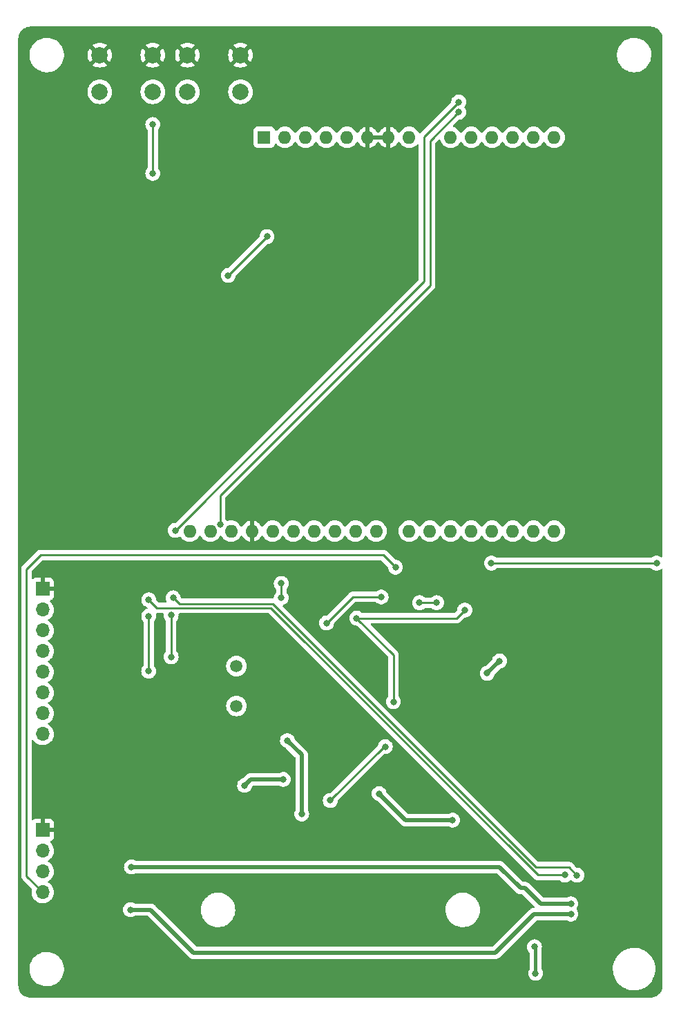
<source format=gbl>
%TF.GenerationSoftware,KiCad,Pcbnew,(6.0.1)*%
%TF.CreationDate,2022-04-04T17:19:20+02:00*%
%TF.ProjectId,PCB KiCad,50434220-4b69-4436-9164-2e6b69636164,rev?*%
%TF.SameCoordinates,Original*%
%TF.FileFunction,Copper,L2,Bot*%
%TF.FilePolarity,Positive*%
%FSLAX46Y46*%
G04 Gerber Fmt 4.6, Leading zero omitted, Abs format (unit mm)*
G04 Created by KiCad (PCBNEW (6.0.1)) date 2022-04-04 17:19:20*
%MOMM*%
%LPD*%
G01*
G04 APERTURE LIST*
%TA.AperFunction,ComponentPad*%
%ADD10R,1.700000X1.700000*%
%TD*%
%TA.AperFunction,ComponentPad*%
%ADD11O,1.700000X1.700000*%
%TD*%
%TA.AperFunction,ComponentPad*%
%ADD12R,1.600000X1.600000*%
%TD*%
%TA.AperFunction,ComponentPad*%
%ADD13O,1.600000X1.600000*%
%TD*%
%TA.AperFunction,ComponentPad*%
%ADD14C,2.000000*%
%TD*%
%TA.AperFunction,ComponentPad*%
%ADD15C,1.500000*%
%TD*%
%TA.AperFunction,ViaPad*%
%ADD16C,0.800000*%
%TD*%
%TA.AperFunction,Conductor*%
%ADD17C,0.250000*%
%TD*%
%TA.AperFunction,Conductor*%
%ADD18C,0.500000*%
%TD*%
%TA.AperFunction,Conductor*%
%ADD19C,0.450000*%
%TD*%
G04 APERTURE END LIST*
D10*
%TO.P,J2,1,Pin_1*%
%TO.N,GND*%
X46500000Y-126950000D03*
D11*
%TO.P,J2,2,Pin_2*%
%TO.N,/LED/I2C.SDA*%
X46500000Y-129490000D03*
%TO.P,J2,3,Pin_3*%
%TO.N,/LED/I2C.SCL*%
X46500000Y-132030000D03*
%TO.P,J2,4,Pin_4*%
%TO.N,/LED/LED RESET*%
X46500000Y-134570000D03*
%TD*%
D10*
%TO.P,J1,1,Pin_1*%
%TO.N,GND*%
X46500000Y-97420000D03*
D11*
%TO.P,J1,2,Pin_2*%
%TO.N,/ADC/SPI.CS*%
X46500000Y-99960000D03*
%TO.P,J1,3,Pin_3*%
%TO.N,/ADC/SPI.MOSI*%
X46500000Y-102500000D03*
%TO.P,J1,4,Pin_4*%
%TO.N,/ADC/SPI.MISO*%
X46500000Y-105040000D03*
%TO.P,J1,5,Pin_5*%
%TO.N,/ADC/SPI.CLK*%
X46500000Y-107580000D03*
%TO.P,J1,6,Pin_6*%
%TO.N,/ADC/ADC PDWN*%
X46500000Y-110120000D03*
%TO.P,J1,7,Pin_7*%
%TO.N,/ADC/ADC RESET*%
X46500000Y-112660000D03*
%TO.P,J1,8,Pin_8*%
%TO.N,/ADC/ADC DRDY*%
X46500000Y-115200000D03*
%TD*%
D12*
%TO.P,A1,1,NC*%
%TO.N,unconnected-(A1-Pad1)*%
X73655000Y-42070000D03*
D13*
%TO.P,A1,2,IOREF*%
%TO.N,unconnected-(A1-Pad2)*%
X76195000Y-42070000D03*
%TO.P,A1,3,~{RESET}*%
%TO.N,/MCU + IO/MCU RESET*%
X78735000Y-42070000D03*
%TO.P,A1,4,3V3*%
%TO.N,unconnected-(A1-Pad4)*%
X81275000Y-42070000D03*
%TO.P,A1,5,+5V*%
%TO.N,/MCU + IO/+5V RAW*%
X83815000Y-42070000D03*
%TO.P,A1,6,GND*%
%TO.N,GND*%
X86355000Y-42070000D03*
%TO.P,A1,7,GND*%
X88895000Y-42070000D03*
%TO.P,A1,8,VIN*%
%TO.N,unconnected-(A1-Pad8)*%
X91435000Y-42070000D03*
%TO.P,A1,9,A0*%
%TO.N,unconnected-(A1-Pad9)*%
X96515000Y-42070000D03*
%TO.P,A1,10,A1*%
%TO.N,unconnected-(A1-Pad10)*%
X99055000Y-42070000D03*
%TO.P,A1,11,A2*%
%TO.N,unconnected-(A1-Pad11)*%
X101595000Y-42070000D03*
%TO.P,A1,12,A3*%
%TO.N,unconnected-(A1-Pad12)*%
X104135000Y-42070000D03*
%TO.P,A1,13,SDA/A4*%
%TO.N,unconnected-(A1-Pad13)*%
X106675000Y-42070000D03*
%TO.P,A1,14,SCL/A5*%
%TO.N,unconnected-(A1-Pad14)*%
X109215000Y-42070000D03*
%TO.P,A1,15,D0/RX*%
%TO.N,unconnected-(A1-Pad15)*%
X109215000Y-90330000D03*
%TO.P,A1,16,D1/TX*%
%TO.N,unconnected-(A1-Pad16)*%
X106675000Y-90330000D03*
%TO.P,A1,17,D2*%
%TO.N,/LED/LED RESET*%
X104135000Y-90330000D03*
%TO.P,A1,18,D3*%
%TO.N,/MCU + IO/TRIGGER*%
X101595000Y-90330000D03*
%TO.P,A1,19,D4*%
%TO.N,/MCU + IO/LED BLUE*%
X99055000Y-90330000D03*
%TO.P,A1,20,D5*%
%TO.N,/ADC/ADC DRDY*%
X96515000Y-90330000D03*
%TO.P,A1,21,D6*%
%TO.N,/ADC/ADC RESET*%
X93975000Y-90330000D03*
%TO.P,A1,22,D7*%
%TO.N,/ADC/ADC PDWN*%
X91435000Y-90330000D03*
%TO.P,A1,23,D8*%
%TO.N,unconnected-(A1-Pad23)*%
X87375000Y-90330000D03*
%TO.P,A1,24,D9*%
%TO.N,unconnected-(A1-Pad24)*%
X84835000Y-90330000D03*
%TO.P,A1,25,D10*%
%TO.N,/ADC/SPI.CS*%
X82295000Y-90330000D03*
%TO.P,A1,26,D11*%
%TO.N,/ADC/SPI.MOSI*%
X79755000Y-90330000D03*
%TO.P,A1,27,D12*%
%TO.N,/ADC/SPI.MISO*%
X77215000Y-90330000D03*
%TO.P,A1,28,D13*%
%TO.N,/ADC/SPI.CLK*%
X74675000Y-90330000D03*
%TO.P,A1,29,GND*%
%TO.N,GND*%
X72135000Y-90330000D03*
%TO.P,A1,30,AREF*%
%TO.N,unconnected-(A1-Pad30)*%
X69595000Y-90330000D03*
%TO.P,A1,31,SDA/A4*%
%TO.N,/LED/I2C.SDA*%
X67055000Y-90330000D03*
%TO.P,A1,32,SCL/A5*%
%TO.N,/LED/I2C.SCL*%
X64515000Y-90330000D03*
%TD*%
D14*
%TO.P,SW2,1,1*%
%TO.N,GND*%
X53500000Y-32000000D03*
X60000000Y-32000000D03*
%TO.P,SW2,2,2*%
%TO.N,/MCU + IO/TRIGGER*%
X53500000Y-36500000D03*
X60000000Y-36500000D03*
%TD*%
D15*
%TO.P,Y1,1,1*%
%TO.N,Net-(C9-Pad2)*%
X70250000Y-111750000D03*
%TO.P,Y1,2,2*%
%TO.N,Net-(C10-Pad1)*%
X70250000Y-106870000D03*
%TD*%
D14*
%TO.P,SW1,1,1*%
%TO.N,GND*%
X64250000Y-32000000D03*
X70750000Y-32000000D03*
%TO.P,SW1,2,2*%
%TO.N,/MCU + IO/MCU RESET*%
X70750000Y-36500000D03*
X64250000Y-36500000D03*
%TD*%
D16*
%TO.N,GND*%
X118000000Y-38000000D03*
X84250000Y-117000000D03*
X52000000Y-76000000D03*
X74000000Y-104000000D03*
X51000000Y-48000000D03*
X87750000Y-120250000D03*
X95000000Y-139000000D03*
X100580000Y-111690000D03*
X85250000Y-103500000D03*
X102810000Y-100270000D03*
X113000000Y-32000000D03*
X78310000Y-45800000D03*
X80230000Y-110740000D03*
X116660000Y-97610000D03*
X113320000Y-145100000D03*
X109000000Y-59000000D03*
X108890000Y-130100000D03*
X104250000Y-96500000D03*
X60000000Y-114000000D03*
X69530000Y-43940000D03*
X108960000Y-139560000D03*
X107000000Y-116000000D03*
X82000000Y-30000000D03*
X120210000Y-138090000D03*
X72000000Y-127000000D03*
X57000000Y-129000000D03*
X69000000Y-68000000D03*
X105000000Y-132000000D03*
X51000000Y-111000000D03*
X113620000Y-90660000D03*
X97800000Y-34500000D03*
X63250000Y-121250000D03*
X112340000Y-101100000D03*
X54000000Y-90000000D03*
X95720000Y-103130000D03*
X95000000Y-116000000D03*
X49000000Y-43000000D03*
X86000000Y-58000000D03*
X121000000Y-91000000D03*
X72000000Y-139000000D03*
X88000000Y-35900000D03*
X106900000Y-35200000D03*
X65500000Y-109250000D03*
%TO.N,/LED/LED RESET*%
X89750000Y-94750000D03*
%TO.N,/MCU + IO/TRIGGER*%
X60000000Y-46500000D03*
X60000000Y-40500000D03*
%TO.N,/MCU + IO/LED BLUE*%
X74000000Y-54250000D03*
X69250000Y-59000000D03*
%TO.N,/LED/I2C.SDA*%
X62250000Y-105750000D03*
X62250000Y-100640000D03*
X97500000Y-39000000D03*
X68250000Y-89500000D03*
%TO.N,/LED/I2C.SCL*%
X59487701Y-107487701D03*
X62750000Y-90250000D03*
X59500000Y-100750000D03*
X97500000Y-37750000D03*
%TO.N,+2V5*%
X71250000Y-121500000D03*
X96750000Y-125750000D03*
X76000000Y-120750000D03*
X87750000Y-122500000D03*
%TO.N,Net-(C3-Pad2)*%
X88500000Y-116750000D03*
X81750000Y-123339500D03*
%TO.N,+5V*%
X101000000Y-107750000D03*
X76500000Y-116000000D03*
X78250000Y-125000000D03*
X102500000Y-106250000D03*
%TO.N,Net-(R14-Pad2)*%
X92700000Y-99100000D03*
X94800000Y-99100000D03*
%TO.N,Net-(R15-Pad2)*%
X98250000Y-100000000D03*
X85000000Y-101000000D03*
X89500000Y-111250000D03*
%TO.N,Net-(R10-Pad2)*%
X75750000Y-98500000D03*
X75750000Y-96750000D03*
%TO.N,Net-(R13-Pad2)*%
X88000000Y-98395956D03*
X81300000Y-101600000D03*
%TO.N,Net-(R21-Pad2)*%
X121750000Y-94250000D03*
X101500000Y-94250000D03*
%TO.N,Net-(R22-Pad2)*%
X59500000Y-98750000D03*
X110510000Y-132480000D03*
%TO.N,Net-(R23-Pad2)*%
X62500000Y-98500000D03*
X112000000Y-132500000D03*
%TO.N,Net-(R28-Pad1)*%
X106920000Y-144520000D03*
X106790000Y-141260000D03*
%TO.N,Net-(R31-Pad1)*%
X111250000Y-137250000D03*
X57270000Y-136720000D03*
%TO.N,Net-(R32-Pad1)*%
X57380000Y-131490000D03*
X111250000Y-136000000D03*
%TD*%
D17*
%TO.N,/LED/LED RESET*%
X46250000Y-93250000D02*
X44500000Y-95000000D01*
X44500000Y-95000000D02*
X44500000Y-132570000D01*
X44500000Y-132570000D02*
X46500000Y-134570000D01*
X88250000Y-93250000D02*
X46250000Y-93250000D01*
X89750000Y-94750000D02*
X88250000Y-93250000D01*
%TO.N,/MCU + IO/TRIGGER*%
X60000000Y-46500000D02*
X60000000Y-40500000D01*
%TO.N,/MCU + IO/LED BLUE*%
X74000000Y-54250000D02*
X69250000Y-59000000D01*
%TO.N,/LED/I2C.SDA*%
X68250000Y-86000000D02*
X94000000Y-60250000D01*
X94000000Y-42500000D02*
X97500000Y-39000000D01*
X94000000Y-60250000D02*
X94000000Y-42500000D01*
X62250000Y-105750000D02*
X62250000Y-100640000D01*
X68250000Y-89500000D02*
X68250000Y-86000000D01*
%TO.N,/LED/I2C.SCL*%
X59500000Y-107475402D02*
X59500000Y-100750000D01*
X59487701Y-107487701D02*
X59500000Y-107475402D01*
X62750000Y-90250000D02*
X93250000Y-59750000D01*
X93250000Y-42000000D02*
X97500000Y-37750000D01*
X93250000Y-59750000D02*
X93250000Y-42000000D01*
D18*
%TO.N,+2V5*%
X76000000Y-120750000D02*
X72000000Y-120750000D01*
X91000000Y-125750000D02*
X96750000Y-125750000D01*
X87750000Y-122500000D02*
X91000000Y-125750000D01*
X72000000Y-120750000D02*
X71250000Y-121500000D01*
D17*
%TO.N,Net-(C3-Pad2)*%
X88339500Y-116750000D02*
X88500000Y-116750000D01*
X81750000Y-123339500D02*
X88339500Y-116750000D01*
D18*
%TO.N,+5V*%
X78250000Y-125000000D02*
X78250000Y-117750000D01*
X101000000Y-107750000D02*
X102500000Y-106250000D01*
X78250000Y-117750000D02*
X76500000Y-116000000D01*
D17*
%TO.N,Net-(R14-Pad2)*%
X92700000Y-99100000D02*
X94800000Y-99100000D01*
%TO.N,Net-(R15-Pad2)*%
X85000000Y-101000000D02*
X89500000Y-105500000D01*
X85000000Y-101000000D02*
X97250000Y-101000000D01*
X89500000Y-105500000D02*
X89500000Y-111250000D01*
X97250000Y-101000000D02*
X98250000Y-100000000D01*
%TO.N,Net-(R10-Pad2)*%
X75750000Y-98500000D02*
X75750000Y-96750000D01*
%TO.N,Net-(R13-Pad2)*%
X81300000Y-101600000D02*
X84504044Y-98395956D01*
X84504044Y-98395956D02*
X88000000Y-98395956D01*
%TO.N,Net-(R21-Pad2)*%
X121750000Y-94250000D02*
X101500000Y-94250000D01*
%TO.N,Net-(R22-Pad2)*%
X74500000Y-99750000D02*
X107230000Y-132480000D01*
X107230000Y-132480000D02*
X110510000Y-132480000D01*
X60500000Y-99750000D02*
X74500000Y-99750000D01*
X59500000Y-98750000D02*
X60500000Y-99750000D01*
%TO.N,Net-(R23-Pad2)*%
X74750000Y-99250000D02*
X107000000Y-131500000D01*
X111000000Y-131500000D02*
X112000000Y-132500000D01*
X62500000Y-98500000D02*
X63250000Y-99250000D01*
X63250000Y-99250000D02*
X74750000Y-99250000D01*
X107000000Y-131500000D02*
X111000000Y-131500000D01*
D19*
%TO.N,Net-(R28-Pad1)*%
X106920000Y-141390000D02*
X106790000Y-141260000D01*
X106920000Y-144520000D02*
X106920000Y-141390000D01*
D18*
%TO.N,Net-(R31-Pad1)*%
X65000000Y-142000000D02*
X102000000Y-142000000D01*
X57270000Y-136720000D02*
X59720000Y-136720000D01*
X106750000Y-137250000D02*
X111250000Y-137250000D01*
X59720000Y-136720000D02*
X65000000Y-142000000D01*
X102000000Y-142000000D02*
X106750000Y-137250000D01*
%TO.N,Net-(R32-Pad1)*%
X57380000Y-131490000D02*
X102490000Y-131490000D01*
X105070000Y-134070000D02*
X105618609Y-134070000D01*
X107548609Y-136000000D02*
X111250000Y-136000000D01*
X105618609Y-134070000D02*
X107548609Y-136000000D01*
X102490000Y-131490000D02*
X105070000Y-134070000D01*
%TD*%
%TA.AperFunction,Conductor*%
%TO.N,GND*%
G36*
X120970057Y-28509501D02*
G01*
X120972285Y-28509848D01*
X120984860Y-28511806D01*
X120984862Y-28511806D01*
X120993731Y-28513187D01*
X121002633Y-28512023D01*
X121002635Y-28512023D01*
X121008960Y-28511196D01*
X121034283Y-28510453D01*
X121198127Y-28522171D01*
X121203344Y-28522544D01*
X121221138Y-28525102D01*
X121411541Y-28566522D01*
X121428789Y-28571587D01*
X121611359Y-28639683D01*
X121627711Y-28647150D01*
X121693021Y-28682811D01*
X121798735Y-28740535D01*
X121813849Y-28750249D01*
X121923517Y-28832345D01*
X121969843Y-28867024D01*
X121983429Y-28878797D01*
X122121205Y-29016573D01*
X122132978Y-29030159D01*
X122249753Y-29186153D01*
X122259470Y-29201272D01*
X122352852Y-29372291D01*
X122360319Y-29388643D01*
X122428415Y-29571213D01*
X122433481Y-29588463D01*
X122474900Y-29778864D01*
X122477458Y-29796659D01*
X122489042Y-29958630D01*
X122488298Y-29976534D01*
X122488196Y-29984859D01*
X122486815Y-29993731D01*
X122487979Y-30002633D01*
X122487979Y-30002636D01*
X122490937Y-30025252D01*
X122492001Y-30041590D01*
X122492001Y-93418839D01*
X122471999Y-93486960D01*
X122418343Y-93533453D01*
X122348069Y-93543557D01*
X122291940Y-93520775D01*
X122212094Y-93462763D01*
X122212093Y-93462762D01*
X122206752Y-93458882D01*
X122200724Y-93456198D01*
X122200722Y-93456197D01*
X122038319Y-93383891D01*
X122038318Y-93383891D01*
X122032288Y-93381206D01*
X121938887Y-93361353D01*
X121851944Y-93342872D01*
X121851939Y-93342872D01*
X121845487Y-93341500D01*
X121654513Y-93341500D01*
X121648061Y-93342872D01*
X121648056Y-93342872D01*
X121561113Y-93361353D01*
X121467712Y-93381206D01*
X121461682Y-93383891D01*
X121461681Y-93383891D01*
X121299278Y-93456197D01*
X121299276Y-93456198D01*
X121293248Y-93458882D01*
X121138747Y-93571134D01*
X121134332Y-93576037D01*
X121129420Y-93580460D01*
X121128295Y-93579211D01*
X121074986Y-93612051D01*
X121041800Y-93616500D01*
X102208200Y-93616500D01*
X102140079Y-93596498D01*
X102120853Y-93580157D01*
X102120580Y-93580460D01*
X102115668Y-93576037D01*
X102111253Y-93571134D01*
X101956752Y-93458882D01*
X101950724Y-93456198D01*
X101950722Y-93456197D01*
X101788319Y-93383891D01*
X101788318Y-93383891D01*
X101782288Y-93381206D01*
X101688887Y-93361353D01*
X101601944Y-93342872D01*
X101601939Y-93342872D01*
X101595487Y-93341500D01*
X101404513Y-93341500D01*
X101398061Y-93342872D01*
X101398056Y-93342872D01*
X101311113Y-93361353D01*
X101217712Y-93381206D01*
X101211682Y-93383891D01*
X101211681Y-93383891D01*
X101049278Y-93456197D01*
X101049276Y-93456198D01*
X101043248Y-93458882D01*
X100888747Y-93571134D01*
X100760960Y-93713056D01*
X100757659Y-93718774D01*
X100686011Y-93842872D01*
X100665473Y-93878444D01*
X100606458Y-94060072D01*
X100586496Y-94250000D01*
X100606458Y-94439928D01*
X100665473Y-94621556D01*
X100760960Y-94786944D01*
X100765378Y-94791851D01*
X100765379Y-94791852D01*
X100842176Y-94877144D01*
X100888747Y-94928866D01*
X100948273Y-94972114D01*
X101035955Y-95035819D01*
X101043248Y-95041118D01*
X101049276Y-95043802D01*
X101049278Y-95043803D01*
X101133186Y-95081161D01*
X101217712Y-95118794D01*
X101311112Y-95138647D01*
X101398056Y-95157128D01*
X101398061Y-95157128D01*
X101404513Y-95158500D01*
X101595487Y-95158500D01*
X101601939Y-95157128D01*
X101601944Y-95157128D01*
X101688888Y-95138647D01*
X101782288Y-95118794D01*
X101866814Y-95081161D01*
X101950722Y-95043803D01*
X101950724Y-95043802D01*
X101956752Y-95041118D01*
X101964046Y-95035819D01*
X102105061Y-94933365D01*
X102111253Y-94928866D01*
X102115668Y-94923963D01*
X102120580Y-94919540D01*
X102121705Y-94920789D01*
X102175014Y-94887949D01*
X102208200Y-94883500D01*
X121041800Y-94883500D01*
X121109921Y-94903502D01*
X121129147Y-94919843D01*
X121129420Y-94919540D01*
X121134332Y-94923963D01*
X121138747Y-94928866D01*
X121144939Y-94933365D01*
X121285955Y-95035819D01*
X121293248Y-95041118D01*
X121299276Y-95043802D01*
X121299278Y-95043803D01*
X121383186Y-95081161D01*
X121467712Y-95118794D01*
X121561112Y-95138647D01*
X121648056Y-95157128D01*
X121648061Y-95157128D01*
X121654513Y-95158500D01*
X121845487Y-95158500D01*
X121851939Y-95157128D01*
X121851944Y-95157128D01*
X121938888Y-95138647D01*
X122032288Y-95118794D01*
X122116814Y-95081161D01*
X122200722Y-95043803D01*
X122200724Y-95043802D01*
X122206752Y-95041118D01*
X122214046Y-95035819D01*
X122291940Y-94979225D01*
X122358808Y-94955367D01*
X122427959Y-94971447D01*
X122477439Y-95022361D01*
X122492001Y-95081161D01*
X122492001Y-145950673D01*
X122490501Y-145970057D01*
X122486815Y-145993731D01*
X122487979Y-146002633D01*
X122487979Y-146002635D01*
X122488806Y-146008960D01*
X122489549Y-146034283D01*
X122482399Y-146134253D01*
X122477458Y-146203344D01*
X122474900Y-146221138D01*
X122433481Y-146411539D01*
X122428415Y-146428789D01*
X122360319Y-146611359D01*
X122352852Y-146627711D01*
X122259470Y-146798730D01*
X122249753Y-146813849D01*
X122192017Y-146890976D01*
X122132978Y-146969843D01*
X122121205Y-146983429D01*
X121983429Y-147121205D01*
X121969842Y-147132978D01*
X121813849Y-147249753D01*
X121798735Y-147259467D01*
X121693021Y-147317191D01*
X121627711Y-147352852D01*
X121611359Y-147360319D01*
X121428789Y-147428415D01*
X121411541Y-147433480D01*
X121248023Y-147469052D01*
X121221138Y-147474900D01*
X121203343Y-147477458D01*
X121154444Y-147480955D01*
X121041370Y-147489042D01*
X121023468Y-147488298D01*
X121015143Y-147488196D01*
X121006271Y-147486815D01*
X120997369Y-147487979D01*
X120997366Y-147487979D01*
X120974750Y-147490937D01*
X120958412Y-147492001D01*
X45049329Y-147492001D01*
X45029944Y-147490501D01*
X45029662Y-147490457D01*
X45027118Y-147490061D01*
X45015142Y-147488196D01*
X45015140Y-147488196D01*
X45006271Y-147486815D01*
X44997369Y-147487979D01*
X44997367Y-147487979D01*
X44991042Y-147488806D01*
X44965719Y-147489549D01*
X44796658Y-147477458D01*
X44778864Y-147474900D01*
X44751979Y-147469052D01*
X44588461Y-147433480D01*
X44571213Y-147428415D01*
X44388643Y-147360319D01*
X44372291Y-147352852D01*
X44306981Y-147317191D01*
X44201267Y-147259467D01*
X44186153Y-147249753D01*
X44030160Y-147132978D01*
X44016573Y-147121205D01*
X43878797Y-146983429D01*
X43867024Y-146969843D01*
X43807985Y-146890976D01*
X43750249Y-146813849D01*
X43740532Y-146798730D01*
X43647150Y-146627711D01*
X43639683Y-146611359D01*
X43571587Y-146428789D01*
X43566521Y-146411539D01*
X43525102Y-146221138D01*
X43522544Y-146203343D01*
X43515761Y-146108500D01*
X43510960Y-146041370D01*
X43511704Y-146023468D01*
X43511806Y-146015143D01*
X43513187Y-146006271D01*
X43511548Y-145993731D01*
X43509065Y-145974750D01*
X43508001Y-145958412D01*
X43508001Y-144132703D01*
X44890743Y-144132703D01*
X44928268Y-144417734D01*
X45004129Y-144695036D01*
X45005813Y-144698984D01*
X45090394Y-144897279D01*
X45116923Y-144959476D01*
X45264561Y-145206161D01*
X45444313Y-145430528D01*
X45652851Y-145628423D01*
X45769252Y-145712066D01*
X45859488Y-145776907D01*
X45886317Y-145796186D01*
X45890112Y-145798195D01*
X45890113Y-145798196D01*
X45911869Y-145809715D01*
X46140392Y-145930712D01*
X46161991Y-145938616D01*
X46393860Y-146023468D01*
X46410373Y-146029511D01*
X46691264Y-146090755D01*
X46719841Y-146093004D01*
X46914282Y-146108307D01*
X46914291Y-146108307D01*
X46916739Y-146108500D01*
X47072271Y-146108500D01*
X47074407Y-146108354D01*
X47074418Y-146108354D01*
X47282548Y-146094165D01*
X47282554Y-146094164D01*
X47286825Y-146093873D01*
X47291020Y-146093004D01*
X47291022Y-146093004D01*
X47540344Y-146041372D01*
X47568342Y-146035574D01*
X47839343Y-145939607D01*
X48094812Y-145807750D01*
X48098313Y-145805289D01*
X48098317Y-145805287D01*
X48239201Y-145706272D01*
X48330023Y-145642441D01*
X48452965Y-145528196D01*
X48537479Y-145449661D01*
X48537481Y-145449658D01*
X48540622Y-145446740D01*
X48722713Y-145224268D01*
X48872927Y-144979142D01*
X48914134Y-144885271D01*
X48986757Y-144719830D01*
X48988483Y-144715898D01*
X49067244Y-144439406D01*
X49107751Y-144154784D01*
X49107785Y-144148444D01*
X49109235Y-143871583D01*
X49109235Y-143871576D01*
X49109257Y-143867297D01*
X49071732Y-143582266D01*
X48995871Y-143304964D01*
X48883077Y-143040524D01*
X48735439Y-142793839D01*
X48555687Y-142569472D01*
X48347149Y-142371577D01*
X48144636Y-142226056D01*
X48117172Y-142206321D01*
X48117171Y-142206320D01*
X48113683Y-142203814D01*
X48091843Y-142192250D01*
X48068654Y-142179972D01*
X47859608Y-142069288D01*
X47589627Y-141970489D01*
X47308736Y-141909245D01*
X47277685Y-141906801D01*
X47085718Y-141891693D01*
X47085709Y-141891693D01*
X47083261Y-141891500D01*
X46927729Y-141891500D01*
X46925593Y-141891646D01*
X46925582Y-141891646D01*
X46717452Y-141905835D01*
X46717446Y-141905836D01*
X46713175Y-141906127D01*
X46708980Y-141906996D01*
X46708978Y-141906996D01*
X46687070Y-141911533D01*
X46431658Y-141964426D01*
X46160657Y-142060393D01*
X45905188Y-142192250D01*
X45901687Y-142194711D01*
X45901683Y-142194713D01*
X45891594Y-142201804D01*
X45669977Y-142357559D01*
X45654892Y-142371577D01*
X45473636Y-142540011D01*
X45459378Y-142553260D01*
X45277287Y-142775732D01*
X45127073Y-143020858D01*
X45011517Y-143284102D01*
X44932756Y-143560594D01*
X44892249Y-143845216D01*
X44892227Y-143849505D01*
X44892226Y-143849512D01*
X44890765Y-144128417D01*
X44890743Y-144132703D01*
X43508001Y-144132703D01*
X43508001Y-136720000D01*
X56356496Y-136720000D01*
X56357186Y-136726565D01*
X56373810Y-136884729D01*
X56376458Y-136909928D01*
X56435473Y-137091556D01*
X56438776Y-137097278D01*
X56438777Y-137097279D01*
X56472686Y-137156010D01*
X56530960Y-137256944D01*
X56535378Y-137261851D01*
X56535379Y-137261852D01*
X56620614Y-137356515D01*
X56658747Y-137398866D01*
X56706231Y-137433365D01*
X56807904Y-137507235D01*
X56813248Y-137511118D01*
X56819276Y-137513802D01*
X56819278Y-137513803D01*
X56981681Y-137586109D01*
X56987712Y-137588794D01*
X57081113Y-137608647D01*
X57168056Y-137627128D01*
X57168061Y-137627128D01*
X57174513Y-137628500D01*
X57365487Y-137628500D01*
X57371939Y-137627128D01*
X57371944Y-137627128D01*
X57458887Y-137608647D01*
X57552288Y-137588794D01*
X57558319Y-137586109D01*
X57720722Y-137513803D01*
X57720724Y-137513802D01*
X57726752Y-137511118D01*
X57732091Y-137507239D01*
X57732098Y-137507235D01*
X57738528Y-137502563D01*
X57812587Y-137478500D01*
X59353629Y-137478500D01*
X59421750Y-137498502D01*
X59442724Y-137515405D01*
X64416230Y-142488911D01*
X64428616Y-142503323D01*
X64437149Y-142514918D01*
X64437154Y-142514923D01*
X64441492Y-142520818D01*
X64447070Y-142525557D01*
X64447073Y-142525560D01*
X64481768Y-142555035D01*
X64489284Y-142561965D01*
X64494980Y-142567661D01*
X64497841Y-142569924D01*
X64497846Y-142569929D01*
X64517256Y-142585285D01*
X64520658Y-142588074D01*
X64541176Y-142605505D01*
X64576285Y-142635333D01*
X64582802Y-142638661D01*
X64587850Y-142642027D01*
X64592972Y-142645190D01*
X64598716Y-142649735D01*
X64664895Y-142680664D01*
X64668779Y-142682563D01*
X64733808Y-142715769D01*
X64740923Y-142717510D01*
X64746578Y-142719613D01*
X64752317Y-142721522D01*
X64758950Y-142724622D01*
X64830435Y-142739491D01*
X64834701Y-142740457D01*
X64905610Y-142757808D01*
X64911212Y-142758156D01*
X64911215Y-142758156D01*
X64916764Y-142758500D01*
X64916762Y-142758535D01*
X64920734Y-142758775D01*
X64924955Y-142759152D01*
X64932115Y-142760641D01*
X65009542Y-142758546D01*
X65012950Y-142758500D01*
X101932930Y-142758500D01*
X101951880Y-142759933D01*
X101966115Y-142762099D01*
X101966119Y-142762099D01*
X101973349Y-142763199D01*
X101980641Y-142762606D01*
X101980644Y-142762606D01*
X102026018Y-142758915D01*
X102036233Y-142758500D01*
X102044293Y-142758500D01*
X102061680Y-142756473D01*
X102072507Y-142755211D01*
X102076882Y-142754778D01*
X102142339Y-142749454D01*
X102142342Y-142749453D01*
X102149637Y-142748860D01*
X102156601Y-142746604D01*
X102162560Y-142745413D01*
X102168415Y-142744029D01*
X102175681Y-142743182D01*
X102244327Y-142718265D01*
X102248455Y-142716848D01*
X102310936Y-142696607D01*
X102310938Y-142696606D01*
X102317899Y-142694351D01*
X102324154Y-142690555D01*
X102329628Y-142688049D01*
X102335058Y-142685330D01*
X102341937Y-142682833D01*
X102387690Y-142652836D01*
X102402976Y-142642814D01*
X102406680Y-142640477D01*
X102469107Y-142602595D01*
X102477484Y-142595197D01*
X102477508Y-142595224D01*
X102480500Y-142592571D01*
X102483733Y-142589868D01*
X102489852Y-142585856D01*
X102543128Y-142529617D01*
X102545506Y-142527175D01*
X103812681Y-141260000D01*
X105876496Y-141260000D01*
X105877186Y-141266565D01*
X105892680Y-141413979D01*
X105896458Y-141449928D01*
X105955473Y-141631556D01*
X106050960Y-141796944D01*
X106055378Y-141801851D01*
X106055379Y-141801852D01*
X106154136Y-141911533D01*
X106184854Y-141975540D01*
X106186500Y-141995843D01*
X106186500Y-143939699D01*
X106169619Y-144002699D01*
X106092109Y-144136951D01*
X106085473Y-144148444D01*
X106026458Y-144330072D01*
X106025768Y-144336633D01*
X106025768Y-144336635D01*
X106023038Y-144362607D01*
X106006496Y-144520000D01*
X106026458Y-144709928D01*
X106085473Y-144891556D01*
X106180960Y-145056944D01*
X106185378Y-145061851D01*
X106185379Y-145061852D01*
X106297308Y-145186162D01*
X106308747Y-145198866D01*
X106463248Y-145311118D01*
X106469276Y-145313802D01*
X106469278Y-145313803D01*
X106631681Y-145386109D01*
X106637712Y-145388794D01*
X106731113Y-145408647D01*
X106818056Y-145427128D01*
X106818061Y-145427128D01*
X106824513Y-145428500D01*
X107015487Y-145428500D01*
X107021939Y-145427128D01*
X107021944Y-145427128D01*
X107108887Y-145408647D01*
X107202288Y-145388794D01*
X107208319Y-145386109D01*
X107370722Y-145313803D01*
X107370724Y-145313802D01*
X107376752Y-145311118D01*
X107531253Y-145198866D01*
X107542692Y-145186162D01*
X107654621Y-145061852D01*
X107654622Y-145061851D01*
X107659040Y-145056944D01*
X107754527Y-144891556D01*
X107813542Y-144709928D01*
X107833504Y-144520000D01*
X107816962Y-144362607D01*
X107814232Y-144336635D01*
X107814232Y-144336633D01*
X107813542Y-144330072D01*
X107754527Y-144148444D01*
X107747892Y-144136951D01*
X107695076Y-144045471D01*
X116394955Y-144045471D01*
X116419914Y-144362607D01*
X116483336Y-144674338D01*
X116584276Y-144976016D01*
X116585925Y-144979474D01*
X116585927Y-144979478D01*
X116704269Y-145227586D01*
X116721229Y-145263143D01*
X116892153Y-145531440D01*
X117094500Y-145776907D01*
X117325254Y-145995884D01*
X117580975Y-146185108D01*
X117644658Y-146221138D01*
X117854492Y-146339857D01*
X117854496Y-146339859D01*
X117857849Y-146341756D01*
X118151751Y-146463494D01*
X118253083Y-146491596D01*
X118454582Y-146547477D01*
X118454590Y-146547479D01*
X118458298Y-146548507D01*
X118772921Y-146595528D01*
X118776219Y-146595672D01*
X118885427Y-146600440D01*
X118885432Y-146600440D01*
X118886804Y-146600500D01*
X119080799Y-146600500D01*
X119317524Y-146586021D01*
X119321307Y-146585320D01*
X119321314Y-146585319D01*
X119519931Y-146548507D01*
X119630313Y-146528049D01*
X119839732Y-146462020D01*
X119930035Y-146433548D01*
X119930038Y-146433547D01*
X119933707Y-146432390D01*
X119937204Y-146430796D01*
X119937210Y-146430794D01*
X120219673Y-146302068D01*
X120219677Y-146302066D01*
X120223181Y-146300469D01*
X120352637Y-146221138D01*
X120491142Y-146136262D01*
X120491145Y-146136260D01*
X120494420Y-146134253D01*
X120497424Y-146131863D01*
X120497429Y-146131860D01*
X120740370Y-145938616D01*
X120743381Y-145936221D01*
X120747346Y-145932187D01*
X120880993Y-145796186D01*
X120966352Y-145709324D01*
X121026509Y-145630926D01*
X121157674Y-145459989D01*
X121157679Y-145459981D01*
X121160009Y-145456945D01*
X121272257Y-145266386D01*
X121319513Y-145186162D01*
X121319515Y-145186159D01*
X121321466Y-145182846D01*
X121448315Y-144891114D01*
X121538665Y-144586097D01*
X121591169Y-144272343D01*
X121605045Y-143954529D01*
X121580086Y-143637393D01*
X121516664Y-143325662D01*
X121415724Y-143023984D01*
X121307707Y-142797521D01*
X121280424Y-142740322D01*
X121280422Y-142740318D01*
X121278771Y-142736857D01*
X121107847Y-142468560D01*
X120905500Y-142223093D01*
X120674746Y-142004116D01*
X120419025Y-141814892D01*
X120218680Y-141701542D01*
X120145508Y-141660143D01*
X120145504Y-141660141D01*
X120142151Y-141658244D01*
X120077721Y-141631556D01*
X119927194Y-141569206D01*
X119848249Y-141536506D01*
X119746917Y-141508404D01*
X119545418Y-141452523D01*
X119545410Y-141452521D01*
X119541702Y-141451493D01*
X119227079Y-141404472D01*
X119223781Y-141404328D01*
X119114573Y-141399560D01*
X119114568Y-141399560D01*
X119113196Y-141399500D01*
X118919201Y-141399500D01*
X118682476Y-141413979D01*
X118678693Y-141414680D01*
X118678686Y-141414681D01*
X118526082Y-141442965D01*
X118369687Y-141471951D01*
X118206488Y-141523407D01*
X118069965Y-141566452D01*
X118069962Y-141566453D01*
X118066293Y-141567610D01*
X118062796Y-141569204D01*
X118062790Y-141569206D01*
X117780327Y-141697932D01*
X117780323Y-141697934D01*
X117776819Y-141699531D01*
X117773540Y-141701541D01*
X117773537Y-141701542D01*
X117584826Y-141817185D01*
X117505580Y-141865747D01*
X117502576Y-141868137D01*
X117502571Y-141868140D01*
X117283962Y-142042030D01*
X117256619Y-142063779D01*
X117253927Y-142066518D01*
X117253923Y-142066522D01*
X117251205Y-142069288D01*
X117033648Y-142290676D01*
X117031307Y-142293727D01*
X117031306Y-142293728D01*
X116842326Y-142540011D01*
X116842321Y-142540019D01*
X116839991Y-142543055D01*
X116826166Y-142566525D01*
X116690099Y-142797521D01*
X116678534Y-142817154D01*
X116551685Y-143108886D01*
X116461335Y-143413903D01*
X116408831Y-143727657D01*
X116394955Y-144045471D01*
X107695076Y-144045471D01*
X107670381Y-144002699D01*
X107653500Y-143939699D01*
X107653500Y-141562343D01*
X107659667Y-141523407D01*
X107681502Y-141456206D01*
X107683542Y-141449928D01*
X107687321Y-141413979D01*
X107702814Y-141266565D01*
X107703504Y-141260000D01*
X107683542Y-141070072D01*
X107624527Y-140888444D01*
X107529040Y-140723056D01*
X107401253Y-140581134D01*
X107246752Y-140468882D01*
X107240724Y-140466198D01*
X107240722Y-140466197D01*
X107078319Y-140393891D01*
X107078318Y-140393891D01*
X107072288Y-140391206D01*
X106978888Y-140371353D01*
X106891944Y-140352872D01*
X106891939Y-140352872D01*
X106885487Y-140351500D01*
X106694513Y-140351500D01*
X106688061Y-140352872D01*
X106688056Y-140352872D01*
X106601112Y-140371353D01*
X106507712Y-140391206D01*
X106501682Y-140393891D01*
X106501681Y-140393891D01*
X106339278Y-140466197D01*
X106339276Y-140466198D01*
X106333248Y-140468882D01*
X106178747Y-140581134D01*
X106050960Y-140723056D01*
X105955473Y-140888444D01*
X105896458Y-141070072D01*
X105876496Y-141260000D01*
X103812681Y-141260000D01*
X107027276Y-138045405D01*
X107089588Y-138011379D01*
X107116371Y-138008500D01*
X110707413Y-138008500D01*
X110781472Y-138032563D01*
X110787902Y-138037235D01*
X110787909Y-138037239D01*
X110793248Y-138041118D01*
X110799276Y-138043802D01*
X110799278Y-138043803D01*
X110956504Y-138113804D01*
X110967712Y-138118794D01*
X111061113Y-138138647D01*
X111148056Y-138157128D01*
X111148061Y-138157128D01*
X111154513Y-138158500D01*
X111345487Y-138158500D01*
X111351939Y-138157128D01*
X111351944Y-138157128D01*
X111438887Y-138138647D01*
X111532288Y-138118794D01*
X111543496Y-138113804D01*
X111700722Y-138043803D01*
X111700724Y-138043802D01*
X111706752Y-138041118D01*
X111712097Y-138037235D01*
X111762157Y-138000864D01*
X111861253Y-137928866D01*
X111900195Y-137885617D01*
X111984621Y-137791852D01*
X111984622Y-137791851D01*
X111989040Y-137786944D01*
X112084527Y-137621556D01*
X112143542Y-137439928D01*
X112151447Y-137364721D01*
X112162814Y-137256565D01*
X112163504Y-137250000D01*
X112146851Y-137091556D01*
X112144232Y-137066635D01*
X112144232Y-137066633D01*
X112143542Y-137060072D01*
X112084527Y-136878444D01*
X111989040Y-136713056D01*
X111984620Y-136708148D01*
X111980741Y-136702808D01*
X111982080Y-136701835D01*
X111954950Y-136645304D01*
X111963713Y-136574851D01*
X111981250Y-136547562D01*
X111980741Y-136547192D01*
X111984620Y-136541852D01*
X111989040Y-136536944D01*
X112084527Y-136371556D01*
X112143542Y-136189928D01*
X112146514Y-136161656D01*
X112162814Y-136006565D01*
X112163504Y-136000000D01*
X112159233Y-135959360D01*
X112144232Y-135816635D01*
X112144232Y-135816633D01*
X112143542Y-135810072D01*
X112084527Y-135628444D01*
X112076287Y-135614171D01*
X111992341Y-135468774D01*
X111989040Y-135463056D01*
X111938256Y-135406654D01*
X111865675Y-135326045D01*
X111865674Y-135326044D01*
X111861253Y-135321134D01*
X111751647Y-135241500D01*
X111712094Y-135212763D01*
X111712093Y-135212762D01*
X111706752Y-135208882D01*
X111700724Y-135206198D01*
X111700722Y-135206197D01*
X111538319Y-135133891D01*
X111538318Y-135133891D01*
X111532288Y-135131206D01*
X111438888Y-135111353D01*
X111351944Y-135092872D01*
X111351939Y-135092872D01*
X111345487Y-135091500D01*
X111154513Y-135091500D01*
X111148061Y-135092872D01*
X111148056Y-135092872D01*
X111061112Y-135111353D01*
X110967712Y-135131206D01*
X110961682Y-135133891D01*
X110961681Y-135133891D01*
X110799278Y-135206197D01*
X110799276Y-135206198D01*
X110793248Y-135208882D01*
X110787909Y-135212761D01*
X110787902Y-135212765D01*
X110781472Y-135217437D01*
X110707413Y-135241500D01*
X107914980Y-135241500D01*
X107846859Y-135221498D01*
X107825885Y-135204595D01*
X106202379Y-133581089D01*
X106189993Y-133566677D01*
X106181460Y-133555082D01*
X106181455Y-133555077D01*
X106177117Y-133549182D01*
X106171539Y-133544443D01*
X106171536Y-133544440D01*
X106136841Y-133514965D01*
X106129325Y-133508035D01*
X106123630Y-133502340D01*
X106117489Y-133497482D01*
X106101358Y-133484719D01*
X106097954Y-133481928D01*
X106047906Y-133439409D01*
X106047904Y-133439408D01*
X106042324Y-133434667D01*
X106035808Y-133431339D01*
X106030759Y-133427972D01*
X106025630Y-133424805D01*
X106019893Y-133420266D01*
X105953734Y-133389345D01*
X105949834Y-133387439D01*
X105916007Y-133370166D01*
X105884801Y-133354231D01*
X105877693Y-133352492D01*
X105872050Y-133350393D01*
X105866287Y-133348476D01*
X105859659Y-133345378D01*
X105788192Y-133330513D01*
X105783908Y-133329543D01*
X105772036Y-133326638D01*
X105712999Y-133312192D01*
X105707397Y-133311844D01*
X105707394Y-133311844D01*
X105701845Y-133311500D01*
X105701847Y-133311464D01*
X105697854Y-133311225D01*
X105693662Y-133310851D01*
X105686494Y-133309360D01*
X105620284Y-133311151D01*
X105609088Y-133311454D01*
X105605681Y-133311500D01*
X105436371Y-133311500D01*
X105368250Y-133291498D01*
X105347276Y-133274595D01*
X103073770Y-131001089D01*
X103061384Y-130986677D01*
X103052851Y-130975082D01*
X103052846Y-130975077D01*
X103048508Y-130969182D01*
X103042930Y-130964443D01*
X103042927Y-130964440D01*
X103008232Y-130934965D01*
X103000716Y-130928035D01*
X102995021Y-130922340D01*
X102988880Y-130917482D01*
X102972749Y-130904719D01*
X102969345Y-130901928D01*
X102919297Y-130859409D01*
X102919295Y-130859408D01*
X102913715Y-130854667D01*
X102907199Y-130851339D01*
X102902150Y-130847972D01*
X102897021Y-130844805D01*
X102891284Y-130840266D01*
X102825125Y-130809345D01*
X102821225Y-130807439D01*
X102820857Y-130807251D01*
X102756192Y-130774231D01*
X102749084Y-130772492D01*
X102743441Y-130770393D01*
X102737678Y-130768476D01*
X102731050Y-130765378D01*
X102659583Y-130750513D01*
X102655299Y-130749543D01*
X102584390Y-130732192D01*
X102578788Y-130731844D01*
X102578785Y-130731844D01*
X102573236Y-130731500D01*
X102573238Y-130731464D01*
X102569245Y-130731225D01*
X102565053Y-130730851D01*
X102557885Y-130729360D01*
X102491675Y-130731151D01*
X102480479Y-130731454D01*
X102477072Y-130731500D01*
X57922587Y-130731500D01*
X57848528Y-130707437D01*
X57842098Y-130702765D01*
X57842091Y-130702761D01*
X57836752Y-130698882D01*
X57830724Y-130696198D01*
X57830722Y-130696197D01*
X57668319Y-130623891D01*
X57668318Y-130623891D01*
X57662288Y-130621206D01*
X57568888Y-130601353D01*
X57481944Y-130582872D01*
X57481939Y-130582872D01*
X57475487Y-130581500D01*
X57284513Y-130581500D01*
X57278061Y-130582872D01*
X57278056Y-130582872D01*
X57191112Y-130601353D01*
X57097712Y-130621206D01*
X57091682Y-130623891D01*
X57091681Y-130623891D01*
X56929278Y-130696197D01*
X56929276Y-130696198D01*
X56923248Y-130698882D01*
X56917907Y-130702762D01*
X56917906Y-130702763D01*
X56911473Y-130707437D01*
X56768747Y-130811134D01*
X56764326Y-130816044D01*
X56764325Y-130816045D01*
X56646199Y-130947238D01*
X56640960Y-130953056D01*
X56596624Y-131029848D01*
X56560174Y-131092982D01*
X56545473Y-131118444D01*
X56486458Y-131300072D01*
X56485768Y-131306633D01*
X56485768Y-131306635D01*
X56476944Y-131390590D01*
X56466496Y-131490000D01*
X56486458Y-131679928D01*
X56545473Y-131861556D01*
X56640960Y-132026944D01*
X56768747Y-132168866D01*
X56867843Y-132240864D01*
X56917904Y-132277235D01*
X56923248Y-132281118D01*
X56929276Y-132283802D01*
X56929278Y-132283803D01*
X57088301Y-132354604D01*
X57097712Y-132358794D01*
X57191113Y-132378647D01*
X57278056Y-132397128D01*
X57278061Y-132397128D01*
X57284513Y-132398500D01*
X57475487Y-132398500D01*
X57481939Y-132397128D01*
X57481944Y-132397128D01*
X57568887Y-132378647D01*
X57662288Y-132358794D01*
X57671699Y-132354604D01*
X57830722Y-132283803D01*
X57830724Y-132283802D01*
X57836752Y-132281118D01*
X57842091Y-132277239D01*
X57842098Y-132277235D01*
X57848528Y-132272563D01*
X57922587Y-132248500D01*
X102123629Y-132248500D01*
X102191750Y-132268502D01*
X102212724Y-132285405D01*
X104486230Y-134558911D01*
X104498616Y-134573323D01*
X104507149Y-134584918D01*
X104507154Y-134584923D01*
X104511492Y-134590818D01*
X104517070Y-134595557D01*
X104517073Y-134595560D01*
X104551768Y-134625035D01*
X104559284Y-134631965D01*
X104564979Y-134637660D01*
X104567861Y-134639940D01*
X104587251Y-134655281D01*
X104590655Y-134658072D01*
X104640703Y-134700591D01*
X104646285Y-134705333D01*
X104652801Y-134708661D01*
X104657850Y-134712028D01*
X104662979Y-134715195D01*
X104668716Y-134719734D01*
X104734875Y-134750655D01*
X104738769Y-134752558D01*
X104803808Y-134785769D01*
X104810916Y-134787508D01*
X104816559Y-134789607D01*
X104822322Y-134791524D01*
X104828950Y-134794622D01*
X104836112Y-134796112D01*
X104836113Y-134796112D01*
X104900412Y-134809486D01*
X104904696Y-134810456D01*
X104975610Y-134827808D01*
X104981212Y-134828156D01*
X104981215Y-134828156D01*
X104986764Y-134828500D01*
X104986762Y-134828536D01*
X104990755Y-134828775D01*
X104994947Y-134829149D01*
X105002115Y-134830640D01*
X105079520Y-134828546D01*
X105082928Y-134828500D01*
X105252238Y-134828500D01*
X105320359Y-134848502D01*
X105341333Y-134865405D01*
X106756002Y-136280074D01*
X106790028Y-136342386D01*
X106784963Y-136413201D01*
X106742416Y-136470037D01*
X106681512Y-136494320D01*
X106678413Y-136494682D01*
X106677469Y-136494792D01*
X106673100Y-136495224D01*
X106647981Y-136497267D01*
X106607661Y-136500546D01*
X106607658Y-136500547D01*
X106600363Y-136501140D01*
X106593399Y-136503396D01*
X106587440Y-136504587D01*
X106581585Y-136505971D01*
X106574319Y-136506818D01*
X106505673Y-136531735D01*
X106501545Y-136533152D01*
X106439064Y-136553393D01*
X106439062Y-136553394D01*
X106432101Y-136555649D01*
X106425846Y-136559445D01*
X106420372Y-136561951D01*
X106414942Y-136564670D01*
X106408063Y-136567167D01*
X106347016Y-136607191D01*
X106343327Y-136609518D01*
X106323135Y-136621771D01*
X106285693Y-136644491D01*
X106285688Y-136644495D01*
X106280892Y-136647405D01*
X106272516Y-136654803D01*
X106272493Y-136654777D01*
X106269503Y-136657426D01*
X106266264Y-136660134D01*
X106260148Y-136664144D01*
X106255121Y-136669451D01*
X106255117Y-136669454D01*
X106206872Y-136720383D01*
X106204494Y-136722825D01*
X101722724Y-141204595D01*
X101660412Y-141238621D01*
X101633629Y-141241500D01*
X65366371Y-141241500D01*
X65298250Y-141221498D01*
X65277276Y-141204595D01*
X60800555Y-136727874D01*
X65887190Y-136727874D01*
X65903735Y-137014820D01*
X65904560Y-137019025D01*
X65904561Y-137019033D01*
X65938919Y-137194156D01*
X65959070Y-137296865D01*
X65960457Y-137300916D01*
X66036206Y-137522161D01*
X66052171Y-137568792D01*
X66092987Y-137649946D01*
X66161891Y-137786944D01*
X66181316Y-137825567D01*
X66183742Y-137829096D01*
X66183745Y-137829102D01*
X66222587Y-137885617D01*
X66344114Y-138062439D01*
X66537553Y-138275026D01*
X66540841Y-138277775D01*
X66754761Y-138456641D01*
X66754766Y-138456645D01*
X66758053Y-138459393D01*
X66879794Y-138535761D01*
X66997895Y-138609846D01*
X66997899Y-138609848D01*
X67001535Y-138612129D01*
X67263493Y-138730407D01*
X67539079Y-138812040D01*
X67543313Y-138812688D01*
X67543318Y-138812689D01*
X67794095Y-138851063D01*
X67823195Y-138855516D01*
X67969580Y-138857815D01*
X68106291Y-138859963D01*
X68106297Y-138859963D01*
X68110582Y-138860030D01*
X68395923Y-138825500D01*
X68673937Y-138752565D01*
X68677897Y-138750925D01*
X68677902Y-138750923D01*
X68820911Y-138691686D01*
X68939481Y-138642573D01*
X69187641Y-138497560D01*
X69413823Y-138320210D01*
X69613844Y-138113804D01*
X69616377Y-138110356D01*
X69616381Y-138110351D01*
X69781464Y-137885617D01*
X69784002Y-137882162D01*
X69921149Y-137629571D01*
X69978234Y-137478500D01*
X70021227Y-137364721D01*
X70021228Y-137364718D01*
X70022745Y-137360703D01*
X70086912Y-137080534D01*
X70088153Y-137066635D01*
X70112243Y-136796715D01*
X70112463Y-136794250D01*
X70112926Y-136750000D01*
X70112757Y-136747519D01*
X70111418Y-136727874D01*
X95887190Y-136727874D01*
X95903735Y-137014820D01*
X95904560Y-137019025D01*
X95904561Y-137019033D01*
X95938919Y-137194156D01*
X95959070Y-137296865D01*
X95960457Y-137300916D01*
X96036206Y-137522161D01*
X96052171Y-137568792D01*
X96092987Y-137649946D01*
X96161891Y-137786944D01*
X96181316Y-137825567D01*
X96183742Y-137829096D01*
X96183745Y-137829102D01*
X96222587Y-137885617D01*
X96344114Y-138062439D01*
X96537553Y-138275026D01*
X96540841Y-138277775D01*
X96754761Y-138456641D01*
X96754766Y-138456645D01*
X96758053Y-138459393D01*
X96879794Y-138535761D01*
X96997895Y-138609846D01*
X96997899Y-138609848D01*
X97001535Y-138612129D01*
X97263493Y-138730407D01*
X97539079Y-138812040D01*
X97543313Y-138812688D01*
X97543318Y-138812689D01*
X97794095Y-138851063D01*
X97823195Y-138855516D01*
X97969580Y-138857815D01*
X98106291Y-138859963D01*
X98106297Y-138859963D01*
X98110582Y-138860030D01*
X98395923Y-138825500D01*
X98673937Y-138752565D01*
X98677897Y-138750925D01*
X98677902Y-138750923D01*
X98820911Y-138691686D01*
X98939481Y-138642573D01*
X99187641Y-138497560D01*
X99413823Y-138320210D01*
X99613844Y-138113804D01*
X99616377Y-138110356D01*
X99616381Y-138110351D01*
X99781464Y-137885617D01*
X99784002Y-137882162D01*
X99921149Y-137629571D01*
X99978234Y-137478500D01*
X100021227Y-137364721D01*
X100021228Y-137364718D01*
X100022745Y-137360703D01*
X100086912Y-137080534D01*
X100088153Y-137066635D01*
X100112243Y-136796715D01*
X100112463Y-136794250D01*
X100112926Y-136750000D01*
X100112757Y-136747519D01*
X100093669Y-136467520D01*
X100093668Y-136467514D01*
X100093377Y-136463243D01*
X100088841Y-136441337D01*
X100035962Y-136185998D01*
X100035091Y-136181792D01*
X100029133Y-136164965D01*
X99940579Y-135914897D01*
X99939148Y-135910856D01*
X99807321Y-135655447D01*
X99642052Y-135420293D01*
X99504321Y-135272077D01*
X99449318Y-135212886D01*
X99449315Y-135212883D01*
X99446397Y-135209743D01*
X99223978Y-135027695D01*
X98978910Y-134877517D01*
X98974993Y-134875798D01*
X98974990Y-134875796D01*
X98793463Y-134796112D01*
X98715728Y-134761989D01*
X98711600Y-134760813D01*
X98711597Y-134760812D01*
X98625693Y-134736342D01*
X98439302Y-134683247D01*
X98435060Y-134682643D01*
X98435054Y-134682642D01*
X98158998Y-134643353D01*
X98154747Y-134642748D01*
X98003246Y-134641955D01*
X97871614Y-134641265D01*
X97871608Y-134641265D01*
X97867328Y-134641243D01*
X97863083Y-134641802D01*
X97863081Y-134641802D01*
X97797784Y-134650399D01*
X97582365Y-134678760D01*
X97349853Y-134742368D01*
X97319656Y-134750629D01*
X97305129Y-134754603D01*
X97040752Y-134867369D01*
X97037071Y-134869572D01*
X96797806Y-135012768D01*
X96797802Y-135012771D01*
X96794124Y-135014972D01*
X96790781Y-135017650D01*
X96790777Y-135017653D01*
X96778243Y-135027695D01*
X96569811Y-135194681D01*
X96371963Y-135403170D01*
X96324822Y-135468774D01*
X96222498Y-135611173D01*
X96204240Y-135636581D01*
X96069746Y-135890596D01*
X96068271Y-135894627D01*
X95973012Y-136154936D01*
X95970971Y-136160512D01*
X95909741Y-136441337D01*
X95887698Y-136721415D01*
X95887190Y-136727874D01*
X70111418Y-136727874D01*
X70093669Y-136467520D01*
X70093668Y-136467514D01*
X70093377Y-136463243D01*
X70088841Y-136441337D01*
X70035962Y-136185998D01*
X70035091Y-136181792D01*
X70029133Y-136164965D01*
X69940579Y-135914897D01*
X69939148Y-135910856D01*
X69807321Y-135655447D01*
X69642052Y-135420293D01*
X69504321Y-135272077D01*
X69449318Y-135212886D01*
X69449315Y-135212883D01*
X69446397Y-135209743D01*
X69223978Y-135027695D01*
X68978910Y-134877517D01*
X68974993Y-134875798D01*
X68974990Y-134875796D01*
X68793463Y-134796112D01*
X68715728Y-134761989D01*
X68711600Y-134760813D01*
X68711597Y-134760812D01*
X68625693Y-134736342D01*
X68439302Y-134683247D01*
X68435060Y-134682643D01*
X68435054Y-134682642D01*
X68158998Y-134643353D01*
X68154747Y-134642748D01*
X68003246Y-134641955D01*
X67871614Y-134641265D01*
X67871608Y-134641265D01*
X67867328Y-134641243D01*
X67863083Y-134641802D01*
X67863081Y-134641802D01*
X67797784Y-134650399D01*
X67582365Y-134678760D01*
X67349853Y-134742368D01*
X67319656Y-134750629D01*
X67305129Y-134754603D01*
X67040752Y-134867369D01*
X67037071Y-134869572D01*
X66797806Y-135012768D01*
X66797802Y-135012771D01*
X66794124Y-135014972D01*
X66790781Y-135017650D01*
X66790777Y-135017653D01*
X66778243Y-135027695D01*
X66569811Y-135194681D01*
X66371963Y-135403170D01*
X66324822Y-135468774D01*
X66222498Y-135611173D01*
X66204240Y-135636581D01*
X66069746Y-135890596D01*
X66068271Y-135894627D01*
X65973012Y-136154936D01*
X65970971Y-136160512D01*
X65909741Y-136441337D01*
X65887698Y-136721415D01*
X65887190Y-136727874D01*
X60800555Y-136727874D01*
X60303770Y-136231089D01*
X60291384Y-136216677D01*
X60282851Y-136205082D01*
X60282846Y-136205077D01*
X60278508Y-136199182D01*
X60272930Y-136194443D01*
X60272927Y-136194440D01*
X60238232Y-136164965D01*
X60230716Y-136158035D01*
X60225021Y-136152340D01*
X60218880Y-136147482D01*
X60202749Y-136134719D01*
X60199345Y-136131928D01*
X60149297Y-136089409D01*
X60149295Y-136089408D01*
X60143715Y-136084667D01*
X60137199Y-136081339D01*
X60132150Y-136077972D01*
X60127021Y-136074805D01*
X60121284Y-136070266D01*
X60055125Y-136039345D01*
X60051225Y-136037439D01*
X60050857Y-136037251D01*
X59986192Y-136004231D01*
X59979084Y-136002492D01*
X59973441Y-136000393D01*
X59967678Y-135998476D01*
X59961050Y-135995378D01*
X59889583Y-135980513D01*
X59885299Y-135979543D01*
X59814390Y-135962192D01*
X59808788Y-135961844D01*
X59808785Y-135961844D01*
X59803236Y-135961500D01*
X59803238Y-135961464D01*
X59799245Y-135961225D01*
X59795053Y-135960851D01*
X59787885Y-135959360D01*
X59721675Y-135961151D01*
X59710479Y-135961454D01*
X59707072Y-135961500D01*
X57812587Y-135961500D01*
X57738528Y-135937437D01*
X57732098Y-135932765D01*
X57732091Y-135932761D01*
X57726752Y-135928882D01*
X57720724Y-135926198D01*
X57720722Y-135926197D01*
X57558319Y-135853891D01*
X57558318Y-135853891D01*
X57552288Y-135851206D01*
X57458888Y-135831353D01*
X57371944Y-135812872D01*
X57371939Y-135812872D01*
X57365487Y-135811500D01*
X57174513Y-135811500D01*
X57168061Y-135812872D01*
X57168056Y-135812872D01*
X57081112Y-135831353D01*
X56987712Y-135851206D01*
X56981682Y-135853891D01*
X56981681Y-135853891D01*
X56819278Y-135926197D01*
X56819276Y-135926198D01*
X56813248Y-135928882D01*
X56807907Y-135932762D01*
X56807906Y-135932763D01*
X56801473Y-135937437D01*
X56658747Y-136041134D01*
X56654326Y-136046044D01*
X56654325Y-136046045D01*
X56550229Y-136161656D01*
X56530960Y-136183056D01*
X56511549Y-136216677D01*
X56438971Y-136342386D01*
X56435473Y-136348444D01*
X56376458Y-136530072D01*
X56375768Y-136536633D01*
X56375768Y-136536635D01*
X56358405Y-136701835D01*
X56356496Y-136720000D01*
X43508001Y-136720000D01*
X43508001Y-94979943D01*
X43861780Y-94979943D01*
X43862526Y-94987835D01*
X43865941Y-95023961D01*
X43866500Y-95035819D01*
X43866500Y-132491233D01*
X43865973Y-132502416D01*
X43864298Y-132509909D01*
X43864547Y-132517835D01*
X43864547Y-132517836D01*
X43866438Y-132577986D01*
X43866500Y-132581945D01*
X43866500Y-132609856D01*
X43866997Y-132613790D01*
X43866997Y-132613791D01*
X43867005Y-132613856D01*
X43867938Y-132625693D01*
X43869327Y-132669889D01*
X43874978Y-132689339D01*
X43878987Y-132708700D01*
X43881526Y-132728797D01*
X43884445Y-132736168D01*
X43884445Y-132736170D01*
X43897804Y-132769912D01*
X43901649Y-132781142D01*
X43913982Y-132823593D01*
X43918015Y-132830412D01*
X43918017Y-132830417D01*
X43924293Y-132841028D01*
X43932988Y-132858776D01*
X43940448Y-132877617D01*
X43945110Y-132884033D01*
X43945110Y-132884034D01*
X43966436Y-132913387D01*
X43972952Y-132923307D01*
X43995458Y-132961362D01*
X44009779Y-132975683D01*
X44022619Y-132990716D01*
X44034528Y-133007107D01*
X44068605Y-133035298D01*
X44077384Y-133043288D01*
X45149777Y-134115682D01*
X45183803Y-134177994D01*
X45182100Y-134238446D01*
X45160989Y-134314570D01*
X45137251Y-134536695D01*
X45137548Y-134541848D01*
X45137548Y-134541851D01*
X45149750Y-134753469D01*
X45150110Y-134759715D01*
X45151247Y-134764761D01*
X45151248Y-134764767D01*
X45166049Y-134830442D01*
X45199222Y-134977639D01*
X45283266Y-135184616D01*
X45334019Y-135267438D01*
X45369934Y-135326045D01*
X45399987Y-135375088D01*
X45546250Y-135543938D01*
X45718126Y-135686632D01*
X45911000Y-135799338D01*
X46119692Y-135879030D01*
X46124760Y-135880061D01*
X46124763Y-135880062D01*
X46176540Y-135890596D01*
X46338597Y-135923567D01*
X46343772Y-135923757D01*
X46343774Y-135923757D01*
X46556673Y-135931564D01*
X46556677Y-135931564D01*
X46561837Y-135931753D01*
X46566957Y-135931097D01*
X46566959Y-135931097D01*
X46778288Y-135904025D01*
X46778289Y-135904025D01*
X46783416Y-135903368D01*
X46838643Y-135886799D01*
X46992429Y-135840661D01*
X46992434Y-135840659D01*
X46997384Y-135839174D01*
X47197994Y-135740896D01*
X47379860Y-135611173D01*
X47538096Y-135453489D01*
X47597594Y-135370689D01*
X47665435Y-135276277D01*
X47668453Y-135272077D01*
X47701805Y-135204595D01*
X47765136Y-135076453D01*
X47765137Y-135076451D01*
X47767430Y-135071811D01*
X47828875Y-134869572D01*
X47830865Y-134863023D01*
X47830865Y-134863021D01*
X47832370Y-134858069D01*
X47861529Y-134636590D01*
X47861642Y-134631965D01*
X47863074Y-134573365D01*
X47863074Y-134573361D01*
X47863156Y-134570000D01*
X47844852Y-134347361D01*
X47790431Y-134130702D01*
X47701354Y-133925840D01*
X47580014Y-133738277D01*
X47429670Y-133573051D01*
X47425619Y-133569852D01*
X47425615Y-133569848D01*
X47258414Y-133437800D01*
X47258410Y-133437798D01*
X47254359Y-133434598D01*
X47213053Y-133411796D01*
X47163084Y-133361364D01*
X47148312Y-133291921D01*
X47173428Y-133225516D01*
X47200780Y-133198909D01*
X47314948Y-133117474D01*
X47379860Y-133071173D01*
X47412069Y-133039077D01*
X47496906Y-132954535D01*
X47538096Y-132913489D01*
X47559262Y-132884034D01*
X47665435Y-132736277D01*
X47668453Y-132732077D01*
X47684870Y-132698861D01*
X47765136Y-132536453D01*
X47765137Y-132536451D01*
X47767430Y-132531811D01*
X47832370Y-132318069D01*
X47861529Y-132096590D01*
X47863156Y-132030000D01*
X47844852Y-131807361D01*
X47790431Y-131590702D01*
X47701354Y-131385840D01*
X47611042Y-131246239D01*
X47582822Y-131202617D01*
X47582820Y-131202614D01*
X47580014Y-131198277D01*
X47429670Y-131033051D01*
X47425619Y-131029852D01*
X47425615Y-131029848D01*
X47258414Y-130897800D01*
X47258410Y-130897798D01*
X47254359Y-130894598D01*
X47213053Y-130871796D01*
X47163084Y-130821364D01*
X47148312Y-130751921D01*
X47173428Y-130685516D01*
X47200780Y-130658909D01*
X47255561Y-130619834D01*
X47379860Y-130531173D01*
X47538096Y-130373489D01*
X47585885Y-130306984D01*
X47665435Y-130196277D01*
X47668453Y-130192077D01*
X47767430Y-129991811D01*
X47832370Y-129778069D01*
X47861529Y-129556590D01*
X47863156Y-129490000D01*
X47844852Y-129267361D01*
X47790431Y-129050702D01*
X47701354Y-128845840D01*
X47611042Y-128706239D01*
X47582822Y-128662617D01*
X47582820Y-128662614D01*
X47580014Y-128658277D01*
X47576540Y-128654459D01*
X47576533Y-128654450D01*
X47432435Y-128496088D01*
X47401383Y-128432242D01*
X47409779Y-128361744D01*
X47454956Y-128306976D01*
X47481400Y-128293307D01*
X47588052Y-128253325D01*
X47603649Y-128244786D01*
X47705724Y-128168285D01*
X47718285Y-128155724D01*
X47794786Y-128053649D01*
X47803324Y-128038054D01*
X47848478Y-127917606D01*
X47852105Y-127902351D01*
X47857631Y-127851486D01*
X47858000Y-127844672D01*
X47858000Y-127222115D01*
X47853525Y-127206876D01*
X47852135Y-127205671D01*
X47844452Y-127204000D01*
X46372000Y-127204000D01*
X46303879Y-127183998D01*
X46257386Y-127130342D01*
X46246000Y-127078000D01*
X46246000Y-126677885D01*
X46754000Y-126677885D01*
X46758475Y-126693124D01*
X46759865Y-126694329D01*
X46767548Y-126696000D01*
X47839884Y-126696000D01*
X47855123Y-126691525D01*
X47856328Y-126690135D01*
X47857999Y-126682452D01*
X47857999Y-126055331D01*
X47857629Y-126048510D01*
X47852105Y-125997648D01*
X47848479Y-125982396D01*
X47803324Y-125861946D01*
X47794786Y-125846351D01*
X47718285Y-125744276D01*
X47705724Y-125731715D01*
X47603649Y-125655214D01*
X47588054Y-125646676D01*
X47467606Y-125601522D01*
X47452351Y-125597895D01*
X47401486Y-125592369D01*
X47394672Y-125592000D01*
X46772115Y-125592000D01*
X46756876Y-125596475D01*
X46755671Y-125597865D01*
X46754000Y-125605548D01*
X46754000Y-126677885D01*
X46246000Y-126677885D01*
X46246000Y-125610116D01*
X46241525Y-125594877D01*
X46240135Y-125593672D01*
X46232452Y-125592001D01*
X45605331Y-125592001D01*
X45598510Y-125592371D01*
X45547648Y-125597895D01*
X45532396Y-125601521D01*
X45411946Y-125646676D01*
X45396352Y-125655213D01*
X45335064Y-125701146D01*
X45268558Y-125725993D01*
X45199175Y-125710940D01*
X45148946Y-125660765D01*
X45133500Y-125600319D01*
X45133500Y-121500000D01*
X70336496Y-121500000D01*
X70337186Y-121506565D01*
X70353011Y-121657128D01*
X70356458Y-121689928D01*
X70415473Y-121871556D01*
X70510960Y-122036944D01*
X70638747Y-122178866D01*
X70793248Y-122291118D01*
X70799276Y-122293802D01*
X70799278Y-122293803D01*
X70961681Y-122366109D01*
X70967712Y-122368794D01*
X71061113Y-122388647D01*
X71148056Y-122407128D01*
X71148061Y-122407128D01*
X71154513Y-122408500D01*
X71345487Y-122408500D01*
X71351939Y-122407128D01*
X71351944Y-122407128D01*
X71438887Y-122388647D01*
X71532288Y-122368794D01*
X71538319Y-122366109D01*
X71700722Y-122293803D01*
X71700724Y-122293802D01*
X71706752Y-122291118D01*
X71861253Y-122178866D01*
X71989040Y-122036944D01*
X72084527Y-121871556D01*
X72139387Y-121702714D01*
X72170125Y-121652556D01*
X72277276Y-121545405D01*
X72339588Y-121511379D01*
X72366371Y-121508500D01*
X75457413Y-121508500D01*
X75531472Y-121532563D01*
X75537902Y-121537235D01*
X75537909Y-121537239D01*
X75543248Y-121541118D01*
X75549276Y-121543802D01*
X75549278Y-121543803D01*
X75656408Y-121591500D01*
X75717712Y-121618794D01*
X75811112Y-121638647D01*
X75898056Y-121657128D01*
X75898061Y-121657128D01*
X75904513Y-121658500D01*
X76095487Y-121658500D01*
X76101939Y-121657128D01*
X76101944Y-121657128D01*
X76188888Y-121638647D01*
X76282288Y-121618794D01*
X76343592Y-121591500D01*
X76450722Y-121543803D01*
X76450724Y-121543802D01*
X76456752Y-121541118D01*
X76462097Y-121537235D01*
X76522382Y-121493435D01*
X76611253Y-121428866D01*
X76712306Y-121316635D01*
X76734621Y-121291852D01*
X76734622Y-121291851D01*
X76739040Y-121286944D01*
X76834527Y-121121556D01*
X76893542Y-120939928D01*
X76905512Y-120826045D01*
X76912814Y-120756565D01*
X76913504Y-120750000D01*
X76901301Y-120633891D01*
X76894232Y-120566635D01*
X76894232Y-120566633D01*
X76893542Y-120560072D01*
X76834527Y-120378444D01*
X76739040Y-120213056D01*
X76699783Y-120169456D01*
X76615675Y-120076045D01*
X76615674Y-120076044D01*
X76611253Y-120071134D01*
X76501647Y-119991500D01*
X76462094Y-119962763D01*
X76462093Y-119962762D01*
X76456752Y-119958882D01*
X76450724Y-119956198D01*
X76450722Y-119956197D01*
X76288319Y-119883891D01*
X76288318Y-119883891D01*
X76282288Y-119881206D01*
X76188887Y-119861353D01*
X76101944Y-119842872D01*
X76101939Y-119842872D01*
X76095487Y-119841500D01*
X75904513Y-119841500D01*
X75898061Y-119842872D01*
X75898056Y-119842872D01*
X75811113Y-119861353D01*
X75717712Y-119881206D01*
X75711682Y-119883891D01*
X75711681Y-119883891D01*
X75549278Y-119956197D01*
X75549276Y-119956198D01*
X75543248Y-119958882D01*
X75537909Y-119962761D01*
X75537902Y-119962765D01*
X75531472Y-119967437D01*
X75457413Y-119991500D01*
X72067069Y-119991500D01*
X72048121Y-119990067D01*
X72040780Y-119988950D01*
X72033883Y-119987901D01*
X72033881Y-119987901D01*
X72026651Y-119986801D01*
X72019359Y-119987394D01*
X72019356Y-119987394D01*
X71973982Y-119991085D01*
X71963767Y-119991500D01*
X71955707Y-119991500D01*
X71942417Y-119993049D01*
X71927493Y-119994789D01*
X71923118Y-119995222D01*
X71857661Y-120000546D01*
X71857658Y-120000547D01*
X71850363Y-120001140D01*
X71843399Y-120003396D01*
X71837440Y-120004587D01*
X71831585Y-120005971D01*
X71824319Y-120006818D01*
X71755673Y-120031735D01*
X71751545Y-120033152D01*
X71689064Y-120053393D01*
X71689062Y-120053394D01*
X71682101Y-120055649D01*
X71675846Y-120059445D01*
X71670372Y-120061951D01*
X71664942Y-120064670D01*
X71658063Y-120067167D01*
X71651943Y-120071180D01*
X71651942Y-120071180D01*
X71597024Y-120107186D01*
X71593320Y-120109523D01*
X71530893Y-120147405D01*
X71522516Y-120154803D01*
X71522492Y-120154776D01*
X71519500Y-120157429D01*
X71516267Y-120160132D01*
X71510148Y-120164144D01*
X71505116Y-120169456D01*
X71456872Y-120220383D01*
X71454494Y-120222825D01*
X71093669Y-120583650D01*
X71030772Y-120617801D01*
X70974176Y-120629831D01*
X70974167Y-120629834D01*
X70967712Y-120631206D01*
X70961682Y-120633891D01*
X70961681Y-120633891D01*
X70799278Y-120706197D01*
X70799276Y-120706198D01*
X70793248Y-120708882D01*
X70638747Y-120821134D01*
X70634326Y-120826044D01*
X70634325Y-120826045D01*
X70531785Y-120939928D01*
X70510960Y-120963056D01*
X70415473Y-121128444D01*
X70356458Y-121310072D01*
X70355768Y-121316633D01*
X70355768Y-121316635D01*
X70343972Y-121428866D01*
X70336496Y-121500000D01*
X45133500Y-121500000D01*
X45133500Y-116016984D01*
X45153502Y-115948863D01*
X45207158Y-115902370D01*
X45277432Y-115892266D01*
X45342012Y-115921760D01*
X45366933Y-115951149D01*
X45371672Y-115958882D01*
X45399987Y-116005088D01*
X45546250Y-116173938D01*
X45718126Y-116316632D01*
X45911000Y-116429338D01*
X46119692Y-116509030D01*
X46124760Y-116510061D01*
X46124763Y-116510062D01*
X46228788Y-116531226D01*
X46338597Y-116553567D01*
X46343772Y-116553757D01*
X46343774Y-116553757D01*
X46556673Y-116561564D01*
X46556677Y-116561564D01*
X46561837Y-116561753D01*
X46566957Y-116561097D01*
X46566959Y-116561097D01*
X46778288Y-116534025D01*
X46778289Y-116534025D01*
X46783416Y-116533368D01*
X46790556Y-116531226D01*
X46992429Y-116470661D01*
X46992434Y-116470659D01*
X46997384Y-116469174D01*
X47197994Y-116370896D01*
X47379860Y-116241173D01*
X47402338Y-116218774D01*
X47534435Y-116087137D01*
X47538096Y-116083489D01*
X47585885Y-116016984D01*
X47598089Y-116000000D01*
X75586496Y-116000000D01*
X75587186Y-116006565D01*
X75594489Y-116076045D01*
X75606458Y-116189928D01*
X75665473Y-116371556D01*
X75760960Y-116536944D01*
X75765378Y-116541851D01*
X75765379Y-116541852D01*
X75782707Y-116561097D01*
X75888747Y-116678866D01*
X76043248Y-116791118D01*
X76049276Y-116793802D01*
X76049278Y-116793803D01*
X76211681Y-116866109D01*
X76217712Y-116868794D01*
X76224167Y-116870166D01*
X76224176Y-116870169D01*
X76280772Y-116882199D01*
X76343669Y-116916350D01*
X77454595Y-118027276D01*
X77488621Y-118089588D01*
X77491500Y-118116371D01*
X77491500Y-124463001D01*
X77474619Y-124526000D01*
X77415473Y-124628444D01*
X77356458Y-124810072D01*
X77355768Y-124816633D01*
X77355768Y-124816635D01*
X77339918Y-124967437D01*
X77336496Y-125000000D01*
X77337186Y-125006565D01*
X77344489Y-125076045D01*
X77356458Y-125189928D01*
X77415473Y-125371556D01*
X77510960Y-125536944D01*
X77515378Y-125541851D01*
X77515379Y-125541852D01*
X77562038Y-125593672D01*
X77638747Y-125678866D01*
X77793248Y-125791118D01*
X77799276Y-125793802D01*
X77799278Y-125793803D01*
X77917304Y-125846351D01*
X77967712Y-125868794D01*
X78061112Y-125888647D01*
X78148056Y-125907128D01*
X78148061Y-125907128D01*
X78154513Y-125908500D01*
X78345487Y-125908500D01*
X78351939Y-125907128D01*
X78351944Y-125907128D01*
X78438888Y-125888647D01*
X78532288Y-125868794D01*
X78582696Y-125846351D01*
X78700722Y-125793803D01*
X78700724Y-125793802D01*
X78706752Y-125791118D01*
X78861253Y-125678866D01*
X78937962Y-125593672D01*
X78984621Y-125541852D01*
X78984622Y-125541851D01*
X78989040Y-125536944D01*
X79084527Y-125371556D01*
X79143542Y-125189928D01*
X79155512Y-125076045D01*
X79162814Y-125006565D01*
X79163504Y-125000000D01*
X79160082Y-124967437D01*
X79144232Y-124816635D01*
X79144232Y-124816633D01*
X79143542Y-124810072D01*
X79084527Y-124628444D01*
X79025381Y-124526000D01*
X79008500Y-124463001D01*
X79008500Y-123339500D01*
X80836496Y-123339500D01*
X80856458Y-123529428D01*
X80915473Y-123711056D01*
X81010960Y-123876444D01*
X81138747Y-124018366D01*
X81293248Y-124130618D01*
X81299276Y-124133302D01*
X81299278Y-124133303D01*
X81461681Y-124205609D01*
X81467712Y-124208294D01*
X81561112Y-124228147D01*
X81648056Y-124246628D01*
X81648061Y-124246628D01*
X81654513Y-124248000D01*
X81845487Y-124248000D01*
X81851939Y-124246628D01*
X81851944Y-124246628D01*
X81938888Y-124228147D01*
X82032288Y-124208294D01*
X82038319Y-124205609D01*
X82200722Y-124133303D01*
X82200724Y-124133302D01*
X82206752Y-124130618D01*
X82361253Y-124018366D01*
X82489040Y-123876444D01*
X82584527Y-123711056D01*
X82643542Y-123529428D01*
X82660907Y-123364206D01*
X82687920Y-123298550D01*
X82697122Y-123288282D01*
X83485404Y-122500000D01*
X86836496Y-122500000D01*
X86856458Y-122689928D01*
X86915473Y-122871556D01*
X87010960Y-123036944D01*
X87015378Y-123041851D01*
X87015379Y-123041852D01*
X87118280Y-123156135D01*
X87138747Y-123178866D01*
X87293248Y-123291118D01*
X87299276Y-123293802D01*
X87299278Y-123293803D01*
X87457409Y-123364207D01*
X87467712Y-123368794D01*
X87474167Y-123370166D01*
X87474176Y-123370169D01*
X87530772Y-123382199D01*
X87593669Y-123416350D01*
X90416230Y-126238911D01*
X90428616Y-126253323D01*
X90437149Y-126264918D01*
X90437154Y-126264923D01*
X90441492Y-126270818D01*
X90447070Y-126275557D01*
X90447073Y-126275560D01*
X90481768Y-126305035D01*
X90489284Y-126311965D01*
X90494979Y-126317660D01*
X90497861Y-126319940D01*
X90517251Y-126335281D01*
X90520655Y-126338072D01*
X90570703Y-126380591D01*
X90576285Y-126385333D01*
X90582801Y-126388661D01*
X90587850Y-126392028D01*
X90592979Y-126395195D01*
X90598716Y-126399734D01*
X90664875Y-126430655D01*
X90668769Y-126432558D01*
X90733808Y-126465769D01*
X90740916Y-126467508D01*
X90746559Y-126469607D01*
X90752322Y-126471524D01*
X90758950Y-126474622D01*
X90766112Y-126476112D01*
X90766113Y-126476112D01*
X90830412Y-126489486D01*
X90834696Y-126490456D01*
X90905610Y-126507808D01*
X90911212Y-126508156D01*
X90911215Y-126508156D01*
X90916764Y-126508500D01*
X90916762Y-126508536D01*
X90920755Y-126508775D01*
X90924947Y-126509149D01*
X90932115Y-126510640D01*
X91009520Y-126508546D01*
X91012928Y-126508500D01*
X96207413Y-126508500D01*
X96281472Y-126532563D01*
X96287902Y-126537235D01*
X96287909Y-126537239D01*
X96293248Y-126541118D01*
X96299276Y-126543802D01*
X96299278Y-126543803D01*
X96461681Y-126616109D01*
X96467712Y-126618794D01*
X96561113Y-126638647D01*
X96648056Y-126657128D01*
X96648061Y-126657128D01*
X96654513Y-126658500D01*
X96845487Y-126658500D01*
X96851939Y-126657128D01*
X96851944Y-126657128D01*
X96938887Y-126638647D01*
X97032288Y-126618794D01*
X97038319Y-126616109D01*
X97200722Y-126543803D01*
X97200724Y-126543802D01*
X97206752Y-126541118D01*
X97212097Y-126537235D01*
X97276481Y-126490457D01*
X97361253Y-126428866D01*
X97466511Y-126311965D01*
X97484621Y-126291852D01*
X97484622Y-126291851D01*
X97489040Y-126286944D01*
X97584527Y-126121556D01*
X97643542Y-125939928D01*
X97646990Y-125907128D01*
X97662814Y-125756565D01*
X97663504Y-125750000D01*
X97656028Y-125678866D01*
X97644232Y-125566635D01*
X97644232Y-125566633D01*
X97643542Y-125560072D01*
X97584527Y-125378444D01*
X97489040Y-125213056D01*
X97468216Y-125189928D01*
X97365675Y-125076045D01*
X97365674Y-125076044D01*
X97361253Y-125071134D01*
X97251647Y-124991500D01*
X97212094Y-124962763D01*
X97212093Y-124962762D01*
X97206752Y-124958882D01*
X97200724Y-124956198D01*
X97200722Y-124956197D01*
X97038319Y-124883891D01*
X97038318Y-124883891D01*
X97032288Y-124881206D01*
X96938888Y-124861353D01*
X96851944Y-124842872D01*
X96851939Y-124842872D01*
X96845487Y-124841500D01*
X96654513Y-124841500D01*
X96648061Y-124842872D01*
X96648056Y-124842872D01*
X96561112Y-124861353D01*
X96467712Y-124881206D01*
X96461682Y-124883891D01*
X96461681Y-124883891D01*
X96299278Y-124956197D01*
X96299276Y-124956198D01*
X96293248Y-124958882D01*
X96287909Y-124962761D01*
X96287902Y-124962765D01*
X96281472Y-124967437D01*
X96207413Y-124991500D01*
X91366371Y-124991500D01*
X91298250Y-124971498D01*
X91277276Y-124954595D01*
X88670125Y-122347444D01*
X88639387Y-122297285D01*
X88599315Y-122173955D01*
X88584527Y-122128444D01*
X88489040Y-121963056D01*
X88361253Y-121821134D01*
X88206752Y-121708882D01*
X88200724Y-121706198D01*
X88200722Y-121706197D01*
X88038319Y-121633891D01*
X88038318Y-121633891D01*
X88032288Y-121631206D01*
X87938887Y-121611353D01*
X87851944Y-121592872D01*
X87851939Y-121592872D01*
X87845487Y-121591500D01*
X87654513Y-121591500D01*
X87648061Y-121592872D01*
X87648056Y-121592872D01*
X87561113Y-121611353D01*
X87467712Y-121631206D01*
X87461682Y-121633891D01*
X87461681Y-121633891D01*
X87299278Y-121706197D01*
X87299276Y-121706198D01*
X87293248Y-121708882D01*
X87138747Y-121821134D01*
X87010960Y-121963056D01*
X86915473Y-122128444D01*
X86856458Y-122310072D01*
X86836496Y-122500000D01*
X83485404Y-122500000D01*
X88292417Y-117692987D01*
X88354729Y-117658961D01*
X88394685Y-117656773D01*
X88398055Y-117657127D01*
X88404513Y-117658500D01*
X88595487Y-117658500D01*
X88601939Y-117657128D01*
X88601944Y-117657128D01*
X88688888Y-117638647D01*
X88782288Y-117618794D01*
X88788319Y-117616109D01*
X88950722Y-117543803D01*
X88950724Y-117543802D01*
X88956752Y-117541118D01*
X89111253Y-117428866D01*
X89129984Y-117408063D01*
X89234621Y-117291852D01*
X89234622Y-117291851D01*
X89239040Y-117286944D01*
X89334527Y-117121556D01*
X89393542Y-116939928D01*
X89399610Y-116882199D01*
X89412814Y-116756565D01*
X89413504Y-116750000D01*
X89406028Y-116678866D01*
X89394232Y-116566635D01*
X89394232Y-116566633D01*
X89393542Y-116560072D01*
X89334527Y-116378444D01*
X89239040Y-116213056D01*
X89218216Y-116189928D01*
X89115675Y-116076045D01*
X89115674Y-116076044D01*
X89111253Y-116071134D01*
X88956752Y-115958882D01*
X88950724Y-115956198D01*
X88950722Y-115956197D01*
X88788319Y-115883891D01*
X88788318Y-115883891D01*
X88782288Y-115881206D01*
X88688887Y-115861353D01*
X88601944Y-115842872D01*
X88601939Y-115842872D01*
X88595487Y-115841500D01*
X88404513Y-115841500D01*
X88398061Y-115842872D01*
X88398056Y-115842872D01*
X88311113Y-115861353D01*
X88217712Y-115881206D01*
X88211682Y-115883891D01*
X88211681Y-115883891D01*
X88049278Y-115956197D01*
X88049276Y-115956198D01*
X88043248Y-115958882D01*
X87888747Y-116071134D01*
X87884326Y-116076044D01*
X87884325Y-116076045D01*
X87781785Y-116189928D01*
X87760960Y-116213056D01*
X87665473Y-116378444D01*
X87648936Y-116429338D01*
X87608572Y-116553567D01*
X87606458Y-116560072D01*
X87606208Y-116559991D01*
X87573656Y-116619939D01*
X81799500Y-122394095D01*
X81737188Y-122428121D01*
X81710405Y-122431000D01*
X81654513Y-122431000D01*
X81648061Y-122432372D01*
X81648056Y-122432372D01*
X81561113Y-122450853D01*
X81467712Y-122470706D01*
X81461682Y-122473391D01*
X81461681Y-122473391D01*
X81299278Y-122545697D01*
X81299276Y-122545698D01*
X81293248Y-122548382D01*
X81138747Y-122660634D01*
X81134326Y-122665544D01*
X81134325Y-122665545D01*
X81112371Y-122689928D01*
X81010960Y-122802556D01*
X80915473Y-122967944D01*
X80856458Y-123149572D01*
X80836496Y-123339500D01*
X79008500Y-123339500D01*
X79008500Y-117817070D01*
X79009933Y-117798120D01*
X79012099Y-117783885D01*
X79012099Y-117783881D01*
X79013199Y-117776651D01*
X79008915Y-117723982D01*
X79008500Y-117713767D01*
X79008500Y-117705707D01*
X79005209Y-117677480D01*
X79004778Y-117673121D01*
X79002482Y-117644895D01*
X78998860Y-117600364D01*
X78996605Y-117593403D01*
X78995418Y-117587463D01*
X78994029Y-117581588D01*
X78993182Y-117574319D01*
X78968264Y-117505670D01*
X78966847Y-117501542D01*
X78946607Y-117439064D01*
X78946606Y-117439062D01*
X78944351Y-117432101D01*
X78940555Y-117425846D01*
X78938049Y-117420372D01*
X78935330Y-117414942D01*
X78932833Y-117408063D01*
X78892814Y-117347024D01*
X78890467Y-117343305D01*
X78852595Y-117280893D01*
X78845197Y-117272516D01*
X78845224Y-117272492D01*
X78842571Y-117269500D01*
X78839868Y-117266267D01*
X78835856Y-117260148D01*
X78779617Y-117206872D01*
X78777175Y-117204494D01*
X77420125Y-115847444D01*
X77389387Y-115797285D01*
X77358366Y-115701811D01*
X77334527Y-115628444D01*
X77239040Y-115463056D01*
X77111253Y-115321134D01*
X76956752Y-115208882D01*
X76950724Y-115206198D01*
X76950722Y-115206197D01*
X76788319Y-115133891D01*
X76788318Y-115133891D01*
X76782288Y-115131206D01*
X76688888Y-115111353D01*
X76601944Y-115092872D01*
X76601939Y-115092872D01*
X76595487Y-115091500D01*
X76404513Y-115091500D01*
X76398061Y-115092872D01*
X76398056Y-115092872D01*
X76311112Y-115111353D01*
X76217712Y-115131206D01*
X76211682Y-115133891D01*
X76211681Y-115133891D01*
X76049278Y-115206197D01*
X76049276Y-115206198D01*
X76043248Y-115208882D01*
X75888747Y-115321134D01*
X75760960Y-115463056D01*
X75665473Y-115628444D01*
X75606458Y-115810072D01*
X75605768Y-115816633D01*
X75605768Y-115816635D01*
X75594719Y-115921760D01*
X75586496Y-116000000D01*
X47598089Y-116000000D01*
X47665435Y-115906277D01*
X47668453Y-115902077D01*
X47713925Y-115810072D01*
X47765136Y-115706453D01*
X47765137Y-115706451D01*
X47767430Y-115701811D01*
X47832370Y-115488069D01*
X47861529Y-115266590D01*
X47863156Y-115200000D01*
X47844852Y-114977361D01*
X47790431Y-114760702D01*
X47701354Y-114555840D01*
X47611042Y-114416239D01*
X47582822Y-114372617D01*
X47582820Y-114372614D01*
X47580014Y-114368277D01*
X47429670Y-114203051D01*
X47425619Y-114199852D01*
X47425615Y-114199848D01*
X47258414Y-114067800D01*
X47258410Y-114067798D01*
X47254359Y-114064598D01*
X47213053Y-114041796D01*
X47163084Y-113991364D01*
X47148312Y-113921921D01*
X47173428Y-113855516D01*
X47200780Y-113828909D01*
X47244603Y-113797650D01*
X47379860Y-113701173D01*
X47538096Y-113543489D01*
X47585885Y-113476984D01*
X47665435Y-113366277D01*
X47668453Y-113362077D01*
X47767430Y-113161811D01*
X47818380Y-112994115D01*
X47830865Y-112953023D01*
X47830865Y-112953021D01*
X47832370Y-112948069D01*
X47861529Y-112726590D01*
X47863156Y-112660000D01*
X47844852Y-112437361D01*
X47790431Y-112220702D01*
X47701354Y-112015840D01*
X47611042Y-111876239D01*
X47582822Y-111832617D01*
X47582820Y-111832614D01*
X47580014Y-111828277D01*
X47508787Y-111750000D01*
X68986693Y-111750000D01*
X69005885Y-111969371D01*
X69062880Y-112182076D01*
X69106415Y-112275438D01*
X69153618Y-112376666D01*
X69153621Y-112376671D01*
X69155944Y-112381653D01*
X69159100Y-112386160D01*
X69159101Y-112386162D01*
X69171991Y-112404570D01*
X69282251Y-112562038D01*
X69437962Y-112717749D01*
X69442471Y-112720906D01*
X69442473Y-112720908D01*
X69517241Y-112773261D01*
X69618346Y-112844056D01*
X69817924Y-112937120D01*
X70030629Y-112994115D01*
X70250000Y-113013307D01*
X70469371Y-112994115D01*
X70682076Y-112937120D01*
X70881654Y-112844056D01*
X70982759Y-112773261D01*
X71057527Y-112720908D01*
X71057529Y-112720906D01*
X71062038Y-112717749D01*
X71217749Y-112562038D01*
X71328010Y-112404570D01*
X71340899Y-112386162D01*
X71340900Y-112386160D01*
X71344056Y-112381653D01*
X71346379Y-112376671D01*
X71346382Y-112376666D01*
X71393585Y-112275438D01*
X71437120Y-112182076D01*
X71494115Y-111969371D01*
X71513307Y-111750000D01*
X71494115Y-111530629D01*
X71437120Y-111317924D01*
X71362327Y-111157529D01*
X71346382Y-111123334D01*
X71346379Y-111123329D01*
X71344056Y-111118347D01*
X71307847Y-111066635D01*
X71220908Y-110942473D01*
X71220906Y-110942470D01*
X71217749Y-110937962D01*
X71062038Y-110782251D01*
X70881654Y-110655944D01*
X70682076Y-110562880D01*
X70469371Y-110505885D01*
X70250000Y-110486693D01*
X70030629Y-110505885D01*
X69817924Y-110562880D01*
X69747237Y-110595842D01*
X69623334Y-110653618D01*
X69623329Y-110653621D01*
X69618347Y-110655944D01*
X69613840Y-110659100D01*
X69613838Y-110659101D01*
X69442473Y-110779092D01*
X69442470Y-110779094D01*
X69437962Y-110782251D01*
X69282251Y-110937962D01*
X69279094Y-110942470D01*
X69279092Y-110942473D01*
X69192153Y-111066635D01*
X69155944Y-111118347D01*
X69153621Y-111123329D01*
X69153618Y-111123334D01*
X69137673Y-111157529D01*
X69062880Y-111317924D01*
X69005885Y-111530629D01*
X68986693Y-111750000D01*
X47508787Y-111750000D01*
X47429670Y-111663051D01*
X47425619Y-111659852D01*
X47425615Y-111659848D01*
X47258414Y-111527800D01*
X47258410Y-111527798D01*
X47254359Y-111524598D01*
X47213053Y-111501796D01*
X47163084Y-111451364D01*
X47148312Y-111381921D01*
X47173428Y-111315516D01*
X47200780Y-111288909D01*
X47264532Y-111243435D01*
X47379860Y-111161173D01*
X47417832Y-111123334D01*
X47534435Y-111007137D01*
X47538096Y-111003489D01*
X47585885Y-110936984D01*
X47665435Y-110826277D01*
X47668453Y-110822077D01*
X47689698Y-110779092D01*
X47765136Y-110626453D01*
X47765137Y-110626451D01*
X47767430Y-110621811D01*
X47832370Y-110408069D01*
X47861529Y-110186590D01*
X47863156Y-110120000D01*
X47844852Y-109897361D01*
X47790431Y-109680702D01*
X47701354Y-109475840D01*
X47611042Y-109336239D01*
X47582822Y-109292617D01*
X47582820Y-109292614D01*
X47580014Y-109288277D01*
X47429670Y-109123051D01*
X47425619Y-109119852D01*
X47425615Y-109119848D01*
X47258414Y-108987800D01*
X47258410Y-108987798D01*
X47254359Y-108984598D01*
X47213053Y-108961796D01*
X47163084Y-108911364D01*
X47148312Y-108841921D01*
X47173428Y-108775516D01*
X47200780Y-108748909D01*
X47244603Y-108717650D01*
X47379860Y-108621173D01*
X47538096Y-108463489D01*
X47585885Y-108396984D01*
X47665435Y-108286277D01*
X47668453Y-108282077D01*
X47671982Y-108274938D01*
X47765136Y-108086453D01*
X47765137Y-108086451D01*
X47767430Y-108081811D01*
X47804166Y-107960899D01*
X47830865Y-107873023D01*
X47830865Y-107873021D01*
X47832370Y-107868069D01*
X47861529Y-107646590D01*
X47863156Y-107580000D01*
X47855568Y-107487701D01*
X58574197Y-107487701D01*
X58574887Y-107494266D01*
X58590545Y-107643240D01*
X58594159Y-107677629D01*
X58653174Y-107859257D01*
X58656477Y-107864979D01*
X58656478Y-107864980D01*
X58661122Y-107873023D01*
X58748661Y-108024645D01*
X58753079Y-108029552D01*
X58753080Y-108029553D01*
X58872026Y-108161656D01*
X58876448Y-108166567D01*
X58915054Y-108194616D01*
X59021930Y-108272266D01*
X59030949Y-108278819D01*
X59036977Y-108281503D01*
X59036979Y-108281504D01*
X59199382Y-108353810D01*
X59205413Y-108356495D01*
X59298814Y-108376348D01*
X59385757Y-108394829D01*
X59385762Y-108394829D01*
X59392214Y-108396201D01*
X59583188Y-108396201D01*
X59589640Y-108394829D01*
X59589645Y-108394829D01*
X59676589Y-108376348D01*
X59769989Y-108356495D01*
X59776020Y-108353810D01*
X59938423Y-108281504D01*
X59938425Y-108281503D01*
X59944453Y-108278819D01*
X59953473Y-108272266D01*
X60060348Y-108194616D01*
X60098954Y-108166567D01*
X60103376Y-108161656D01*
X60222322Y-108029553D01*
X60222323Y-108029552D01*
X60226741Y-108024645D01*
X60314280Y-107873023D01*
X60318924Y-107864980D01*
X60318925Y-107864979D01*
X60322228Y-107859257D01*
X60381243Y-107677629D01*
X60384858Y-107643240D01*
X60400515Y-107494266D01*
X60401205Y-107487701D01*
X60387506Y-107357361D01*
X60381933Y-107304336D01*
X60381933Y-107304334D01*
X60381243Y-107297773D01*
X60322228Y-107116145D01*
X60226741Y-106950757D01*
X60202609Y-106923955D01*
X60165864Y-106883146D01*
X60159555Y-106870000D01*
X68986693Y-106870000D01*
X69005885Y-107089371D01*
X69062880Y-107302076D01*
X69095822Y-107372721D01*
X69153618Y-107496666D01*
X69153621Y-107496671D01*
X69155944Y-107501653D01*
X69159100Y-107506160D01*
X69159101Y-107506162D01*
X69208455Y-107576646D01*
X69282251Y-107682038D01*
X69437962Y-107837749D01*
X69442471Y-107840906D01*
X69442473Y-107840908D01*
X69481263Y-107868069D01*
X69618346Y-107964056D01*
X69817924Y-108057120D01*
X70030629Y-108114115D01*
X70250000Y-108133307D01*
X70469371Y-108114115D01*
X70682076Y-108057120D01*
X70881654Y-107964056D01*
X71018737Y-107868069D01*
X71057527Y-107840908D01*
X71057529Y-107840906D01*
X71062038Y-107837749D01*
X71217749Y-107682038D01*
X71291546Y-107576646D01*
X71340899Y-107506162D01*
X71340900Y-107506160D01*
X71344056Y-107501653D01*
X71346379Y-107496671D01*
X71346382Y-107496666D01*
X71404178Y-107372721D01*
X71437120Y-107302076D01*
X71494115Y-107089371D01*
X71513307Y-106870000D01*
X71494115Y-106650629D01*
X71437120Y-106437924D01*
X71364051Y-106281226D01*
X71346382Y-106243334D01*
X71346379Y-106243329D01*
X71344056Y-106238347D01*
X71324835Y-106210896D01*
X71220908Y-106062473D01*
X71220906Y-106062470D01*
X71217749Y-106057962D01*
X71062038Y-105902251D01*
X71028039Y-105878444D01*
X70936853Y-105814595D01*
X70881654Y-105775944D01*
X70682076Y-105682880D01*
X70469371Y-105625885D01*
X70250000Y-105606693D01*
X70030629Y-105625885D01*
X69817924Y-105682880D01*
X69753211Y-105713056D01*
X69623334Y-105773618D01*
X69623329Y-105773621D01*
X69618347Y-105775944D01*
X69613840Y-105779100D01*
X69613838Y-105779101D01*
X69442473Y-105899092D01*
X69442470Y-105899094D01*
X69437962Y-105902251D01*
X69282251Y-106057962D01*
X69279094Y-106062470D01*
X69279092Y-106062473D01*
X69175165Y-106210896D01*
X69155944Y-106238347D01*
X69153621Y-106243329D01*
X69153618Y-106243334D01*
X69135949Y-106281226D01*
X69062880Y-106437924D01*
X69005885Y-106650629D01*
X68986693Y-106870000D01*
X60159555Y-106870000D01*
X60135146Y-106819139D01*
X60133500Y-106798836D01*
X60133500Y-101452524D01*
X60153502Y-101384403D01*
X60165858Y-101368221D01*
X60239040Y-101286944D01*
X60334527Y-101121556D01*
X60393542Y-100939928D01*
X60395518Y-100921134D01*
X60412814Y-100756565D01*
X60413504Y-100750000D01*
X60411529Y-100731206D01*
X60394232Y-100566635D01*
X60394232Y-100566633D01*
X60393542Y-100560072D01*
X60391501Y-100553790D01*
X60390542Y-100550837D01*
X60390491Y-100549035D01*
X60390129Y-100547334D01*
X60390440Y-100547268D01*
X60388517Y-100479870D01*
X60425181Y-100419073D01*
X60488894Y-100387750D01*
X60498519Y-100386464D01*
X60523962Y-100384059D01*
X60535819Y-100383500D01*
X61223518Y-100383500D01*
X61291639Y-100403502D01*
X61338132Y-100457158D01*
X61348828Y-100522670D01*
X61336496Y-100640000D01*
X61356458Y-100829928D01*
X61415473Y-101011556D01*
X61510960Y-101176944D01*
X61584137Y-101258215D01*
X61614853Y-101322221D01*
X61616500Y-101342524D01*
X61616500Y-105047476D01*
X61596498Y-105115597D01*
X61584142Y-105131779D01*
X61510960Y-105213056D01*
X61507659Y-105218774D01*
X61419691Y-105371139D01*
X61415473Y-105378444D01*
X61356458Y-105560072D01*
X61355768Y-105566633D01*
X61355768Y-105566635D01*
X61343306Y-105685205D01*
X61336496Y-105750000D01*
X61337186Y-105756565D01*
X61355114Y-105927137D01*
X61356458Y-105939928D01*
X61415473Y-106121556D01*
X61510960Y-106286944D01*
X61515378Y-106291851D01*
X61515379Y-106291852D01*
X61586972Y-106371364D01*
X61638747Y-106428866D01*
X61793248Y-106541118D01*
X61799276Y-106543802D01*
X61799278Y-106543803D01*
X61896009Y-106586870D01*
X61967712Y-106618794D01*
X62061113Y-106638647D01*
X62148056Y-106657128D01*
X62148061Y-106657128D01*
X62154513Y-106658500D01*
X62345487Y-106658500D01*
X62351939Y-106657128D01*
X62351944Y-106657128D01*
X62438887Y-106638647D01*
X62532288Y-106618794D01*
X62603991Y-106586870D01*
X62700722Y-106543803D01*
X62700724Y-106543802D01*
X62706752Y-106541118D01*
X62861253Y-106428866D01*
X62913028Y-106371364D01*
X62984621Y-106291852D01*
X62984622Y-106291851D01*
X62989040Y-106286944D01*
X63084527Y-106121556D01*
X63143542Y-105939928D01*
X63144887Y-105927137D01*
X63162814Y-105756565D01*
X63163504Y-105750000D01*
X63156694Y-105685205D01*
X63144232Y-105566635D01*
X63144232Y-105566633D01*
X63143542Y-105560072D01*
X63084527Y-105378444D01*
X63080310Y-105371139D01*
X62992341Y-105218774D01*
X62989040Y-105213056D01*
X62915863Y-105131785D01*
X62885147Y-105067779D01*
X62883500Y-105047476D01*
X62883500Y-101342524D01*
X62903502Y-101274403D01*
X62915858Y-101258221D01*
X62989040Y-101176944D01*
X63084527Y-101011556D01*
X63143542Y-100829928D01*
X63163504Y-100640000D01*
X63151172Y-100522670D01*
X63163944Y-100452832D01*
X63212446Y-100400986D01*
X63276482Y-100383500D01*
X74185406Y-100383500D01*
X74253527Y-100403502D01*
X74274501Y-100420405D01*
X106726348Y-132872253D01*
X106733888Y-132880539D01*
X106738000Y-132887018D01*
X106743777Y-132892443D01*
X106787651Y-132933643D01*
X106790493Y-132936398D01*
X106810230Y-132956135D01*
X106813427Y-132958615D01*
X106822447Y-132966318D01*
X106854679Y-132996586D01*
X106861625Y-133000405D01*
X106861628Y-133000407D01*
X106872434Y-133006348D01*
X106888953Y-133017199D01*
X106904959Y-133029614D01*
X106912228Y-133032759D01*
X106912232Y-133032762D01*
X106945537Y-133047174D01*
X106956187Y-133052391D01*
X106994940Y-133073695D01*
X107002615Y-133075666D01*
X107002616Y-133075666D01*
X107014562Y-133078733D01*
X107033266Y-133085137D01*
X107037752Y-133087078D01*
X107051855Y-133093181D01*
X107059678Y-133094420D01*
X107059688Y-133094423D01*
X107095524Y-133100099D01*
X107107144Y-133102505D01*
X107142289Y-133111528D01*
X107149970Y-133113500D01*
X107170224Y-133113500D01*
X107189934Y-133115051D01*
X107209943Y-133118220D01*
X107217835Y-133117474D01*
X107253961Y-133114059D01*
X107265819Y-133113500D01*
X109801800Y-133113500D01*
X109869921Y-133133502D01*
X109889147Y-133149843D01*
X109889420Y-133149540D01*
X109894332Y-133153963D01*
X109898747Y-133158866D01*
X110053248Y-133271118D01*
X110059276Y-133273802D01*
X110059278Y-133273803D01*
X110221681Y-133346109D01*
X110227712Y-133348794D01*
X110321112Y-133368647D01*
X110408056Y-133387128D01*
X110408061Y-133387128D01*
X110414513Y-133388500D01*
X110605487Y-133388500D01*
X110611939Y-133387128D01*
X110611944Y-133387128D01*
X110698888Y-133368647D01*
X110792288Y-133348794D01*
X110798319Y-133346109D01*
X110960722Y-133273803D01*
X110960724Y-133273802D01*
X110966752Y-133271118D01*
X111121253Y-133158866D01*
X111152360Y-133124318D01*
X111212806Y-133087078D01*
X111283789Y-133088430D01*
X111339632Y-133124318D01*
X111388747Y-133178866D01*
X111543248Y-133291118D01*
X111549276Y-133293802D01*
X111549278Y-133293803D01*
X111711681Y-133366109D01*
X111717712Y-133368794D01*
X111803966Y-133387128D01*
X111898056Y-133407128D01*
X111898061Y-133407128D01*
X111904513Y-133408500D01*
X112095487Y-133408500D01*
X112101939Y-133407128D01*
X112101944Y-133407128D01*
X112196034Y-133387128D01*
X112282288Y-133368794D01*
X112288319Y-133366109D01*
X112450722Y-133293803D01*
X112450724Y-133293802D01*
X112456752Y-133291118D01*
X112611253Y-133178866D01*
X112625765Y-133162749D01*
X112734621Y-133041852D01*
X112734622Y-133041851D01*
X112739040Y-133036944D01*
X112798681Y-132933643D01*
X112831223Y-132877279D01*
X112831224Y-132877278D01*
X112834527Y-132871556D01*
X112893542Y-132689928D01*
X112896481Y-132661970D01*
X112912814Y-132506565D01*
X112913504Y-132500000D01*
X112898381Y-132356109D01*
X112894232Y-132316635D01*
X112894232Y-132316633D01*
X112893542Y-132310072D01*
X112834527Y-132128444D01*
X112739040Y-131963056D01*
X112611253Y-131821134D01*
X112456752Y-131708882D01*
X112450724Y-131706198D01*
X112450722Y-131706197D01*
X112288319Y-131633891D01*
X112288318Y-131633891D01*
X112282288Y-131631206D01*
X112188888Y-131611353D01*
X112101944Y-131592872D01*
X112101939Y-131592872D01*
X112095487Y-131591500D01*
X112039595Y-131591500D01*
X111971474Y-131571498D01*
X111950499Y-131554595D01*
X111734155Y-131338250D01*
X111503647Y-131107742D01*
X111496113Y-131099463D01*
X111492000Y-131092982D01*
X111442348Y-131046356D01*
X111439507Y-131043602D01*
X111419770Y-131023865D01*
X111416573Y-131021385D01*
X111407551Y-131013680D01*
X111375321Y-130983414D01*
X111368375Y-130979595D01*
X111368372Y-130979593D01*
X111357566Y-130973652D01*
X111341047Y-130962801D01*
X111335855Y-130958774D01*
X111325041Y-130950386D01*
X111317772Y-130947241D01*
X111317768Y-130947238D01*
X111284463Y-130932826D01*
X111273813Y-130927609D01*
X111235060Y-130906305D01*
X111215437Y-130901267D01*
X111196734Y-130894863D01*
X111185420Y-130889967D01*
X111185419Y-130889967D01*
X111178145Y-130886819D01*
X111170322Y-130885580D01*
X111170312Y-130885577D01*
X111134476Y-130879901D01*
X111122856Y-130877495D01*
X111087711Y-130868472D01*
X111087710Y-130868472D01*
X111080030Y-130866500D01*
X111059776Y-130866500D01*
X111040065Y-130864949D01*
X111027886Y-130863020D01*
X111020057Y-130861780D01*
X111012165Y-130862526D01*
X110976039Y-130865941D01*
X110964181Y-130866500D01*
X107314595Y-130866500D01*
X107246474Y-130846498D01*
X107225500Y-130829595D01*
X77995905Y-101600000D01*
X80386496Y-101600000D01*
X80406458Y-101789928D01*
X80465473Y-101971556D01*
X80560960Y-102136944D01*
X80688747Y-102278866D01*
X80843248Y-102391118D01*
X80849276Y-102393802D01*
X80849278Y-102393803D01*
X81011681Y-102466109D01*
X81017712Y-102468794D01*
X81111113Y-102488647D01*
X81198056Y-102507128D01*
X81198061Y-102507128D01*
X81204513Y-102508500D01*
X81395487Y-102508500D01*
X81401939Y-102507128D01*
X81401944Y-102507128D01*
X81488888Y-102488647D01*
X81582288Y-102468794D01*
X81588319Y-102466109D01*
X81750722Y-102393803D01*
X81750724Y-102393802D01*
X81756752Y-102391118D01*
X81911253Y-102278866D01*
X82039040Y-102136944D01*
X82134527Y-101971556D01*
X82193542Y-101789928D01*
X82210907Y-101624706D01*
X82237920Y-101559050D01*
X82247122Y-101548782D01*
X82795904Y-101000000D01*
X84086496Y-101000000D01*
X84087186Y-101006565D01*
X84105609Y-101181847D01*
X84106458Y-101189928D01*
X84165473Y-101371556D01*
X84260960Y-101536944D01*
X84265378Y-101541851D01*
X84265379Y-101541852D01*
X84347452Y-101633003D01*
X84388747Y-101678866D01*
X84543248Y-101791118D01*
X84549276Y-101793802D01*
X84549278Y-101793803D01*
X84699285Y-101860590D01*
X84717712Y-101868794D01*
X84811112Y-101888647D01*
X84898056Y-101907128D01*
X84898061Y-101907128D01*
X84904513Y-101908500D01*
X84960406Y-101908500D01*
X85028527Y-101928502D01*
X85049501Y-101945405D01*
X88829595Y-105725500D01*
X88863621Y-105787812D01*
X88866500Y-105814595D01*
X88866500Y-110547476D01*
X88846498Y-110615597D01*
X88834142Y-110631779D01*
X88760960Y-110713056D01*
X88722834Y-110779092D01*
X88671005Y-110868863D01*
X88665473Y-110878444D01*
X88606458Y-111060072D01*
X88605768Y-111066633D01*
X88605768Y-111066635D01*
X88600807Y-111113838D01*
X88586496Y-111250000D01*
X88587186Y-111256565D01*
X88601124Y-111389174D01*
X88606458Y-111439928D01*
X88665473Y-111621556D01*
X88668776Y-111627278D01*
X88668777Y-111627279D01*
X88676488Y-111640635D01*
X88760960Y-111786944D01*
X88888747Y-111928866D01*
X89043248Y-112041118D01*
X89049276Y-112043802D01*
X89049278Y-112043803D01*
X89211681Y-112116109D01*
X89217712Y-112118794D01*
X89311112Y-112138647D01*
X89398056Y-112157128D01*
X89398061Y-112157128D01*
X89404513Y-112158500D01*
X89595487Y-112158500D01*
X89601939Y-112157128D01*
X89601944Y-112157128D01*
X89688888Y-112138647D01*
X89782288Y-112118794D01*
X89788319Y-112116109D01*
X89950722Y-112043803D01*
X89950724Y-112043802D01*
X89956752Y-112041118D01*
X90111253Y-111928866D01*
X90239040Y-111786944D01*
X90323512Y-111640635D01*
X90331223Y-111627279D01*
X90331224Y-111627278D01*
X90334527Y-111621556D01*
X90393542Y-111439928D01*
X90398877Y-111389174D01*
X90412814Y-111256565D01*
X90413504Y-111250000D01*
X90399193Y-111113838D01*
X90394232Y-111066635D01*
X90394232Y-111066633D01*
X90393542Y-111060072D01*
X90334527Y-110878444D01*
X90328996Y-110868863D01*
X90277166Y-110779092D01*
X90239040Y-110713056D01*
X90165863Y-110631785D01*
X90135147Y-110567779D01*
X90133500Y-110547476D01*
X90133500Y-107750000D01*
X100086496Y-107750000D01*
X100106458Y-107939928D01*
X100165473Y-108121556D01*
X100260960Y-108286944D01*
X100265378Y-108291851D01*
X100265379Y-108291852D01*
X100358100Y-108394829D01*
X100388747Y-108428866D01*
X100543248Y-108541118D01*
X100549276Y-108543802D01*
X100549278Y-108543803D01*
X100711681Y-108616109D01*
X100717712Y-108618794D01*
X100811113Y-108638647D01*
X100898056Y-108657128D01*
X100898061Y-108657128D01*
X100904513Y-108658500D01*
X101095487Y-108658500D01*
X101101939Y-108657128D01*
X101101944Y-108657128D01*
X101188887Y-108638647D01*
X101282288Y-108618794D01*
X101288319Y-108616109D01*
X101450722Y-108543803D01*
X101450724Y-108543802D01*
X101456752Y-108541118D01*
X101611253Y-108428866D01*
X101641900Y-108394829D01*
X101734621Y-108291852D01*
X101734622Y-108291851D01*
X101739040Y-108286944D01*
X101834527Y-108121556D01*
X101889387Y-107952714D01*
X101920125Y-107902556D01*
X102656331Y-107166350D01*
X102719228Y-107132199D01*
X102775824Y-107120169D01*
X102775833Y-107120166D01*
X102782288Y-107118794D01*
X102836447Y-107094681D01*
X102950722Y-107043803D01*
X102950724Y-107043802D01*
X102956752Y-107041118D01*
X103111253Y-106928866D01*
X103151749Y-106883891D01*
X103234621Y-106791852D01*
X103234622Y-106791851D01*
X103239040Y-106786944D01*
X103313197Y-106658500D01*
X103331223Y-106627279D01*
X103331224Y-106627278D01*
X103334527Y-106621556D01*
X103393542Y-106439928D01*
X103413504Y-106250000D01*
X103393542Y-106060072D01*
X103334527Y-105878444D01*
X103239040Y-105713056D01*
X103211870Y-105682880D01*
X103115675Y-105576045D01*
X103115674Y-105576044D01*
X103111253Y-105571134D01*
X102956752Y-105458882D01*
X102950724Y-105456198D01*
X102950722Y-105456197D01*
X102788319Y-105383891D01*
X102788318Y-105383891D01*
X102782288Y-105381206D01*
X102688638Y-105361300D01*
X102601944Y-105342872D01*
X102601939Y-105342872D01*
X102595487Y-105341500D01*
X102404513Y-105341500D01*
X102398061Y-105342872D01*
X102398056Y-105342872D01*
X102311362Y-105361300D01*
X102217712Y-105381206D01*
X102211682Y-105383891D01*
X102211681Y-105383891D01*
X102049278Y-105456197D01*
X102049276Y-105456198D01*
X102043248Y-105458882D01*
X101888747Y-105571134D01*
X101884326Y-105576044D01*
X101884325Y-105576045D01*
X101788131Y-105682880D01*
X101760960Y-105713056D01*
X101665473Y-105878444D01*
X101622718Y-106010031D01*
X101610613Y-106047285D01*
X101579875Y-106097444D01*
X100843669Y-106833650D01*
X100780772Y-106867801D01*
X100724176Y-106879831D01*
X100724167Y-106879834D01*
X100717712Y-106881206D01*
X100711682Y-106883891D01*
X100711681Y-106883891D01*
X100549278Y-106956197D01*
X100549276Y-106956198D01*
X100543248Y-106958882D01*
X100388747Y-107071134D01*
X100384326Y-107076044D01*
X100384325Y-107076045D01*
X100321590Y-107145720D01*
X100260960Y-107213056D01*
X100212049Y-107297773D01*
X100174666Y-107362522D01*
X100165473Y-107378444D01*
X100106458Y-107560072D01*
X100105768Y-107566633D01*
X100105768Y-107566635D01*
X100104010Y-107583365D01*
X100086496Y-107750000D01*
X90133500Y-107750000D01*
X90133500Y-105578767D01*
X90134027Y-105567584D01*
X90135702Y-105560091D01*
X90135128Y-105541811D01*
X90133562Y-105492014D01*
X90133500Y-105488055D01*
X90133500Y-105460144D01*
X90133003Y-105456209D01*
X90132995Y-105456144D01*
X90132062Y-105444301D01*
X90130922Y-105408030D01*
X90130673Y-105400111D01*
X90125021Y-105380657D01*
X90121013Y-105361300D01*
X90119468Y-105349070D01*
X90119468Y-105349069D01*
X90118474Y-105341203D01*
X90111243Y-105322939D01*
X90102196Y-105300088D01*
X90098351Y-105288858D01*
X90088229Y-105254017D01*
X90088229Y-105254016D01*
X90086018Y-105246407D01*
X90081985Y-105239588D01*
X90081983Y-105239583D01*
X90075707Y-105228972D01*
X90067012Y-105211224D01*
X90059552Y-105192383D01*
X90033564Y-105156613D01*
X90027048Y-105146693D01*
X90008580Y-105115465D01*
X90008578Y-105115462D01*
X90004542Y-105108638D01*
X89990221Y-105094317D01*
X89977380Y-105079283D01*
X89970131Y-105069306D01*
X89965472Y-105062893D01*
X89931395Y-105034702D01*
X89922616Y-105026712D01*
X86744500Y-101848595D01*
X86710474Y-101786283D01*
X86715539Y-101715467D01*
X86758086Y-101658632D01*
X86824606Y-101633821D01*
X86833595Y-101633500D01*
X97171233Y-101633500D01*
X97182416Y-101634027D01*
X97189909Y-101635702D01*
X97197835Y-101635453D01*
X97197836Y-101635453D01*
X97257986Y-101633562D01*
X97261945Y-101633500D01*
X97289856Y-101633500D01*
X97293791Y-101633003D01*
X97293856Y-101632995D01*
X97305693Y-101632062D01*
X97337951Y-101631048D01*
X97341970Y-101630922D01*
X97349889Y-101630673D01*
X97369343Y-101625021D01*
X97388700Y-101621013D01*
X97400930Y-101619468D01*
X97400931Y-101619468D01*
X97408797Y-101618474D01*
X97416168Y-101615555D01*
X97416170Y-101615555D01*
X97449912Y-101602196D01*
X97461142Y-101598351D01*
X97495983Y-101588229D01*
X97495984Y-101588229D01*
X97503593Y-101586018D01*
X97510412Y-101581985D01*
X97510417Y-101581983D01*
X97521028Y-101575707D01*
X97538776Y-101567012D01*
X97557617Y-101559552D01*
X97593387Y-101533564D01*
X97603307Y-101527048D01*
X97634535Y-101508580D01*
X97634538Y-101508578D01*
X97641362Y-101504542D01*
X97655683Y-101490221D01*
X97670717Y-101477380D01*
X97680694Y-101470131D01*
X97687107Y-101465472D01*
X97715298Y-101431395D01*
X97723288Y-101422616D01*
X98200499Y-100945405D01*
X98262811Y-100911379D01*
X98289594Y-100908500D01*
X98345487Y-100908500D01*
X98351939Y-100907128D01*
X98351944Y-100907128D01*
X98438887Y-100888647D01*
X98532288Y-100868794D01*
X98580931Y-100847137D01*
X98700722Y-100793803D01*
X98700724Y-100793802D01*
X98706752Y-100791118D01*
X98737209Y-100768990D01*
X98841975Y-100692872D01*
X98861253Y-100678866D01*
X98962306Y-100566635D01*
X98984621Y-100541852D01*
X98984622Y-100541851D01*
X98989040Y-100536944D01*
X99074906Y-100388220D01*
X99081223Y-100377279D01*
X99081224Y-100377278D01*
X99084527Y-100371556D01*
X99143542Y-100189928D01*
X99155512Y-100076045D01*
X99162814Y-100006565D01*
X99163504Y-100000000D01*
X99158900Y-99956197D01*
X99144232Y-99816635D01*
X99144232Y-99816633D01*
X99143542Y-99810072D01*
X99084527Y-99628444D01*
X99077406Y-99616109D01*
X99034109Y-99541118D01*
X98989040Y-99463056D01*
X98973803Y-99446133D01*
X98865675Y-99326045D01*
X98865674Y-99326044D01*
X98861253Y-99321134D01*
X98762157Y-99249136D01*
X98712094Y-99212763D01*
X98712093Y-99212762D01*
X98706752Y-99208882D01*
X98700724Y-99206198D01*
X98700722Y-99206197D01*
X98538319Y-99133891D01*
X98538318Y-99133891D01*
X98532288Y-99131206D01*
X98438888Y-99111353D01*
X98351944Y-99092872D01*
X98351939Y-99092872D01*
X98345487Y-99091500D01*
X98154513Y-99091500D01*
X98148061Y-99092872D01*
X98148056Y-99092872D01*
X98061112Y-99111353D01*
X97967712Y-99131206D01*
X97961682Y-99133891D01*
X97961681Y-99133891D01*
X97799278Y-99206197D01*
X97799276Y-99206198D01*
X97793248Y-99208882D01*
X97787907Y-99212762D01*
X97787906Y-99212763D01*
X97737843Y-99249136D01*
X97638747Y-99321134D01*
X97634326Y-99326044D01*
X97634325Y-99326045D01*
X97526198Y-99446133D01*
X97510960Y-99463056D01*
X97465891Y-99541118D01*
X97422595Y-99616109D01*
X97415473Y-99628444D01*
X97356458Y-99810072D01*
X97340347Y-99963365D01*
X97339093Y-99975292D01*
X97312080Y-100040949D01*
X97302878Y-100051218D01*
X97024499Y-100329596D01*
X96962187Y-100363621D01*
X96935404Y-100366500D01*
X85708200Y-100366500D01*
X85640079Y-100346498D01*
X85620853Y-100330157D01*
X85620580Y-100330460D01*
X85615668Y-100326037D01*
X85611253Y-100321134D01*
X85456752Y-100208882D01*
X85450724Y-100206198D01*
X85450722Y-100206197D01*
X85288319Y-100133891D01*
X85288318Y-100133891D01*
X85282288Y-100131206D01*
X85188887Y-100111353D01*
X85101944Y-100092872D01*
X85101939Y-100092872D01*
X85095487Y-100091500D01*
X84904513Y-100091500D01*
X84898061Y-100092872D01*
X84898056Y-100092872D01*
X84811113Y-100111353D01*
X84717712Y-100131206D01*
X84711682Y-100133891D01*
X84711681Y-100133891D01*
X84549278Y-100206197D01*
X84549276Y-100206198D01*
X84543248Y-100208882D01*
X84388747Y-100321134D01*
X84384326Y-100326044D01*
X84384325Y-100326045D01*
X84266271Y-100457158D01*
X84260960Y-100463056D01*
X84165473Y-100628444D01*
X84106458Y-100810072D01*
X84105768Y-100816633D01*
X84105768Y-100816635D01*
X84093439Y-100933938D01*
X84086496Y-101000000D01*
X82795904Y-101000000D01*
X84729543Y-99066361D01*
X84791855Y-99032335D01*
X84818638Y-99029456D01*
X87291800Y-99029456D01*
X87359921Y-99049458D01*
X87379147Y-99065799D01*
X87379420Y-99065496D01*
X87384332Y-99069919D01*
X87388747Y-99074822D01*
X87395316Y-99079595D01*
X87531951Y-99178866D01*
X87543248Y-99187074D01*
X87549276Y-99189758D01*
X87549278Y-99189759D01*
X87711681Y-99262065D01*
X87717712Y-99264750D01*
X87795225Y-99281226D01*
X87898056Y-99303084D01*
X87898061Y-99303084D01*
X87904513Y-99304456D01*
X88095487Y-99304456D01*
X88101939Y-99303084D01*
X88101944Y-99303084D01*
X88204775Y-99281226D01*
X88282288Y-99264750D01*
X88288319Y-99262065D01*
X88450722Y-99189759D01*
X88450724Y-99189758D01*
X88456752Y-99187074D01*
X88468050Y-99178866D01*
X88566310Y-99107475D01*
X88576598Y-99100000D01*
X91786496Y-99100000D01*
X91787186Y-99106565D01*
X91804180Y-99268250D01*
X91806458Y-99289928D01*
X91865473Y-99471556D01*
X91868776Y-99477278D01*
X91868777Y-99477279D01*
X91896745Y-99525720D01*
X91960960Y-99636944D01*
X92088747Y-99778866D01*
X92243248Y-99891118D01*
X92249276Y-99893802D01*
X92249278Y-99893803D01*
X92390427Y-99956646D01*
X92417712Y-99968794D01*
X92511113Y-99988647D01*
X92598056Y-100007128D01*
X92598061Y-100007128D01*
X92604513Y-100008500D01*
X92795487Y-100008500D01*
X92801939Y-100007128D01*
X92801944Y-100007128D01*
X92888887Y-99988647D01*
X92982288Y-99968794D01*
X93009573Y-99956646D01*
X93150722Y-99893803D01*
X93150724Y-99893802D01*
X93156752Y-99891118D01*
X93311253Y-99778866D01*
X93315668Y-99773963D01*
X93320580Y-99769540D01*
X93321705Y-99770789D01*
X93375014Y-99737949D01*
X93408200Y-99733500D01*
X94091800Y-99733500D01*
X94159921Y-99753502D01*
X94179147Y-99769843D01*
X94179420Y-99769540D01*
X94184332Y-99773963D01*
X94188747Y-99778866D01*
X94343248Y-99891118D01*
X94349276Y-99893802D01*
X94349278Y-99893803D01*
X94490427Y-99956646D01*
X94517712Y-99968794D01*
X94611113Y-99988647D01*
X94698056Y-100007128D01*
X94698061Y-100007128D01*
X94704513Y-100008500D01*
X94895487Y-100008500D01*
X94901939Y-100007128D01*
X94901944Y-100007128D01*
X94988887Y-99988647D01*
X95082288Y-99968794D01*
X95109573Y-99956646D01*
X95250722Y-99893803D01*
X95250724Y-99893802D01*
X95256752Y-99891118D01*
X95411253Y-99778866D01*
X95539040Y-99636944D01*
X95603255Y-99525720D01*
X95631223Y-99477279D01*
X95631224Y-99477278D01*
X95634527Y-99471556D01*
X95693542Y-99289928D01*
X95695821Y-99268250D01*
X95712814Y-99106565D01*
X95713504Y-99100000D01*
X95708192Y-99049458D01*
X95694232Y-98916635D01*
X95694232Y-98916633D01*
X95693542Y-98910072D01*
X95634527Y-98728444D01*
X95619006Y-98701560D01*
X95584658Y-98642069D01*
X95539040Y-98563056D01*
X95530701Y-98553794D01*
X95415675Y-98426045D01*
X95415674Y-98426044D01*
X95411253Y-98421134D01*
X95256752Y-98308882D01*
X95250724Y-98306198D01*
X95250722Y-98306197D01*
X95088319Y-98233891D01*
X95088318Y-98233891D01*
X95082288Y-98231206D01*
X94988888Y-98211353D01*
X94901944Y-98192872D01*
X94901939Y-98192872D01*
X94895487Y-98191500D01*
X94704513Y-98191500D01*
X94698061Y-98192872D01*
X94698056Y-98192872D01*
X94611112Y-98211353D01*
X94517712Y-98231206D01*
X94511682Y-98233891D01*
X94511681Y-98233891D01*
X94349278Y-98306197D01*
X94349276Y-98306198D01*
X94343248Y-98308882D01*
X94337907Y-98312762D01*
X94337906Y-98312763D01*
X94238854Y-98384729D01*
X94188747Y-98421134D01*
X94184332Y-98426037D01*
X94179420Y-98430460D01*
X94178295Y-98429211D01*
X94124986Y-98462051D01*
X94091800Y-98466500D01*
X93408200Y-98466500D01*
X93340079Y-98446498D01*
X93320853Y-98430157D01*
X93320580Y-98430460D01*
X93315668Y-98426037D01*
X93311253Y-98421134D01*
X93261146Y-98384729D01*
X93162094Y-98312763D01*
X93162093Y-98312762D01*
X93156752Y-98308882D01*
X93150724Y-98306198D01*
X93150722Y-98306197D01*
X92988319Y-98233891D01*
X92988318Y-98233891D01*
X92982288Y-98231206D01*
X92888888Y-98211353D01*
X92801944Y-98192872D01*
X92801939Y-98192872D01*
X92795487Y-98191500D01*
X92604513Y-98191500D01*
X92598061Y-98192872D01*
X92598056Y-98192872D01*
X92511112Y-98211353D01*
X92417712Y-98231206D01*
X92411682Y-98233891D01*
X92411681Y-98233891D01*
X92249278Y-98306197D01*
X92249276Y-98306198D01*
X92243248Y-98308882D01*
X92088747Y-98421134D01*
X92084326Y-98426044D01*
X92084325Y-98426045D01*
X91969300Y-98553794D01*
X91960960Y-98563056D01*
X91915342Y-98642069D01*
X91880995Y-98701560D01*
X91865473Y-98728444D01*
X91806458Y-98910072D01*
X91805768Y-98916633D01*
X91805768Y-98916635D01*
X91791808Y-99049458D01*
X91786496Y-99100000D01*
X88576598Y-99100000D01*
X88611253Y-99074822D01*
X88640939Y-99041852D01*
X88734621Y-98937808D01*
X88734622Y-98937807D01*
X88739040Y-98932900D01*
X88834527Y-98767512D01*
X88893542Y-98585884D01*
X88895341Y-98568774D01*
X88912814Y-98402521D01*
X88913504Y-98395956D01*
X88904070Y-98306197D01*
X88894232Y-98212591D01*
X88894232Y-98212589D01*
X88893542Y-98206028D01*
X88834527Y-98024400D01*
X88739040Y-97859012D01*
X88724508Y-97842872D01*
X88615675Y-97722001D01*
X88615674Y-97722000D01*
X88611253Y-97717090D01*
X88456752Y-97604838D01*
X88450724Y-97602154D01*
X88450722Y-97602153D01*
X88288319Y-97529847D01*
X88288318Y-97529847D01*
X88282288Y-97527162D01*
X88188888Y-97507309D01*
X88101944Y-97488828D01*
X88101939Y-97488828D01*
X88095487Y-97487456D01*
X87904513Y-97487456D01*
X87898061Y-97488828D01*
X87898056Y-97488828D01*
X87811112Y-97507309D01*
X87717712Y-97527162D01*
X87711682Y-97529847D01*
X87711681Y-97529847D01*
X87549278Y-97602153D01*
X87549276Y-97602154D01*
X87543248Y-97604838D01*
X87537907Y-97608718D01*
X87537906Y-97608719D01*
X87503260Y-97633891D01*
X87388747Y-97717090D01*
X87384332Y-97721993D01*
X87379420Y-97726416D01*
X87378295Y-97725167D01*
X87324986Y-97758007D01*
X87291800Y-97762456D01*
X84582807Y-97762456D01*
X84571623Y-97761929D01*
X84564135Y-97760255D01*
X84556212Y-97760504D01*
X84496077Y-97762394D01*
X84492119Y-97762456D01*
X84464188Y-97762456D01*
X84460273Y-97762951D01*
X84460269Y-97762951D01*
X84460211Y-97762959D01*
X84460182Y-97762962D01*
X84448340Y-97763895D01*
X84404154Y-97765283D01*
X84386788Y-97770328D01*
X84384702Y-97770934D01*
X84365350Y-97774942D01*
X84353112Y-97776488D01*
X84353110Y-97776489D01*
X84345247Y-97777482D01*
X84304130Y-97793762D01*
X84292929Y-97797597D01*
X84250450Y-97809938D01*
X84243631Y-97813971D01*
X84243626Y-97813973D01*
X84233015Y-97820249D01*
X84215265Y-97828946D01*
X84196427Y-97836404D01*
X84190011Y-97841065D01*
X84190010Y-97841066D01*
X84160669Y-97862384D01*
X84150745Y-97868903D01*
X84119504Y-97887378D01*
X84119499Y-97887382D01*
X84112681Y-97891414D01*
X84098357Y-97905738D01*
X84083325Y-97918577D01*
X84066937Y-97930484D01*
X84039991Y-97963056D01*
X84038756Y-97964549D01*
X84030766Y-97973329D01*
X81349500Y-100654595D01*
X81287188Y-100688621D01*
X81260405Y-100691500D01*
X81204513Y-100691500D01*
X81198061Y-100692872D01*
X81198056Y-100692872D01*
X81122827Y-100708863D01*
X81017712Y-100731206D01*
X81011682Y-100733891D01*
X81011681Y-100733891D01*
X80849278Y-100806197D01*
X80849276Y-100806198D01*
X80843248Y-100808882D01*
X80688747Y-100921134D01*
X80684326Y-100926044D01*
X80684325Y-100926045D01*
X80616680Y-101001173D01*
X80560960Y-101063056D01*
X80465473Y-101228444D01*
X80406458Y-101410072D01*
X80405768Y-101416633D01*
X80405768Y-101416635D01*
X80391879Y-101548782D01*
X80386496Y-101600000D01*
X77995905Y-101600000D01*
X75975165Y-99579260D01*
X75941139Y-99516948D01*
X75946204Y-99446133D01*
X75988751Y-99389297D01*
X76025321Y-99370333D01*
X76025838Y-99370165D01*
X76032288Y-99368794D01*
X76038312Y-99366112D01*
X76038315Y-99366111D01*
X76200722Y-99293803D01*
X76200724Y-99293802D01*
X76206752Y-99291118D01*
X76212861Y-99286680D01*
X76314598Y-99212763D01*
X76361253Y-99178866D01*
X76405402Y-99129834D01*
X76484621Y-99041852D01*
X76484622Y-99041851D01*
X76489040Y-99036944D01*
X76584527Y-98871556D01*
X76643542Y-98689928D01*
X76653818Y-98592162D01*
X76662814Y-98506565D01*
X76663504Y-98500000D01*
X76643542Y-98310072D01*
X76584527Y-98128444D01*
X76489040Y-97963056D01*
X76415863Y-97881785D01*
X76385147Y-97817779D01*
X76383500Y-97797476D01*
X76383500Y-97452524D01*
X76403502Y-97384403D01*
X76415858Y-97368221D01*
X76489040Y-97286944D01*
X76584527Y-97121556D01*
X76643542Y-96939928D01*
X76663504Y-96750000D01*
X76643542Y-96560072D01*
X76584527Y-96378444D01*
X76489040Y-96213056D01*
X76473677Y-96195993D01*
X76365675Y-96076045D01*
X76365674Y-96076044D01*
X76361253Y-96071134D01*
X76206752Y-95958882D01*
X76200724Y-95956198D01*
X76200722Y-95956197D01*
X76038319Y-95883891D01*
X76038318Y-95883891D01*
X76032288Y-95881206D01*
X75938887Y-95861353D01*
X75851944Y-95842872D01*
X75851939Y-95842872D01*
X75845487Y-95841500D01*
X75654513Y-95841500D01*
X75648061Y-95842872D01*
X75648056Y-95842872D01*
X75561113Y-95861353D01*
X75467712Y-95881206D01*
X75461682Y-95883891D01*
X75461681Y-95883891D01*
X75299278Y-95956197D01*
X75299276Y-95956198D01*
X75293248Y-95958882D01*
X75138747Y-96071134D01*
X75134326Y-96076044D01*
X75134325Y-96076045D01*
X75026324Y-96195993D01*
X75010960Y-96213056D01*
X74915473Y-96378444D01*
X74856458Y-96560072D01*
X74836496Y-96750000D01*
X74856458Y-96939928D01*
X74915473Y-97121556D01*
X75010960Y-97286944D01*
X75084137Y-97368215D01*
X75114853Y-97432221D01*
X75116500Y-97452524D01*
X75116500Y-97797476D01*
X75096498Y-97865597D01*
X75084142Y-97881779D01*
X75010960Y-97963056D01*
X74915473Y-98128444D01*
X74856458Y-98310072D01*
X74836496Y-98500000D01*
X74834459Y-98499786D01*
X74817184Y-98558621D01*
X74763528Y-98605114D01*
X74711186Y-98616500D01*
X63564595Y-98616500D01*
X63496474Y-98596498D01*
X63475500Y-98579595D01*
X63447122Y-98551217D01*
X63413096Y-98488905D01*
X63410907Y-98475292D01*
X63394232Y-98316635D01*
X63394232Y-98316633D01*
X63393542Y-98310072D01*
X63334527Y-98128444D01*
X63239040Y-97963056D01*
X63151543Y-97865880D01*
X63115675Y-97826045D01*
X63115674Y-97826044D01*
X63111253Y-97821134D01*
X63012157Y-97749136D01*
X62962094Y-97712763D01*
X62962093Y-97712762D01*
X62956752Y-97708882D01*
X62950724Y-97706198D01*
X62950722Y-97706197D01*
X62788319Y-97633891D01*
X62788318Y-97633891D01*
X62782288Y-97631206D01*
X62676496Y-97608719D01*
X62601944Y-97592872D01*
X62601939Y-97592872D01*
X62595487Y-97591500D01*
X62404513Y-97591500D01*
X62398061Y-97592872D01*
X62398056Y-97592872D01*
X62323504Y-97608719D01*
X62217712Y-97631206D01*
X62211682Y-97633891D01*
X62211681Y-97633891D01*
X62049278Y-97706197D01*
X62049276Y-97706198D01*
X62043248Y-97708882D01*
X62037907Y-97712762D01*
X62037906Y-97712763D01*
X61987843Y-97749136D01*
X61888747Y-97821134D01*
X61884326Y-97826044D01*
X61884325Y-97826045D01*
X61848458Y-97865880D01*
X61760960Y-97963056D01*
X61665473Y-98128444D01*
X61606458Y-98310072D01*
X61586496Y-98500000D01*
X61587186Y-98506565D01*
X61596183Y-98592162D01*
X61606458Y-98689928D01*
X61665473Y-98871556D01*
X61668776Y-98877278D01*
X61668777Y-98877279D01*
X61697772Y-98927500D01*
X61714510Y-98996496D01*
X61691289Y-99063588D01*
X61635482Y-99107475D01*
X61588653Y-99116500D01*
X60814594Y-99116500D01*
X60746473Y-99096498D01*
X60725499Y-99079595D01*
X60447122Y-98801218D01*
X60413096Y-98738906D01*
X60410907Y-98725293D01*
X60409998Y-98716638D01*
X60397756Y-98600165D01*
X60394232Y-98566635D01*
X60394232Y-98566633D01*
X60393542Y-98560072D01*
X60334527Y-98378444D01*
X60239040Y-98213056D01*
X60111253Y-98071134D01*
X59976637Y-97973329D01*
X59962094Y-97962763D01*
X59962093Y-97962762D01*
X59956752Y-97958882D01*
X59950724Y-97956198D01*
X59950722Y-97956197D01*
X59788319Y-97883891D01*
X59788318Y-97883891D01*
X59782288Y-97881206D01*
X59677874Y-97859012D01*
X59601944Y-97842872D01*
X59601939Y-97842872D01*
X59595487Y-97841500D01*
X59404513Y-97841500D01*
X59398061Y-97842872D01*
X59398056Y-97842872D01*
X59322126Y-97859012D01*
X59217712Y-97881206D01*
X59211682Y-97883891D01*
X59211681Y-97883891D01*
X59049278Y-97956197D01*
X59049276Y-97956198D01*
X59043248Y-97958882D01*
X59037907Y-97962762D01*
X59037906Y-97962763D01*
X59023363Y-97973329D01*
X58888747Y-98071134D01*
X58760960Y-98213056D01*
X58665473Y-98378444D01*
X58606458Y-98560072D01*
X58605768Y-98566633D01*
X58605768Y-98566635D01*
X58592810Y-98689928D01*
X58586496Y-98750000D01*
X58587186Y-98756565D01*
X58595088Y-98831744D01*
X58606458Y-98939928D01*
X58665473Y-99121556D01*
X58668776Y-99127278D01*
X58668777Y-99127279D01*
X58678473Y-99144072D01*
X58760960Y-99286944D01*
X58765378Y-99291851D01*
X58765379Y-99291852D01*
X58832242Y-99366111D01*
X58888747Y-99428866D01*
X58947505Y-99471556D01*
X59022055Y-99525720D01*
X59043248Y-99541118D01*
X59049276Y-99543802D01*
X59049278Y-99543803D01*
X59211681Y-99616109D01*
X59217712Y-99618794D01*
X59255156Y-99626753D01*
X59317629Y-99660482D01*
X59351951Y-99722631D01*
X59347223Y-99793470D01*
X59304947Y-99850508D01*
X59255156Y-99873247D01*
X59217712Y-99881206D01*
X59211682Y-99883891D01*
X59211681Y-99883891D01*
X59049278Y-99956197D01*
X59049276Y-99956198D01*
X59043248Y-99958882D01*
X59037907Y-99962762D01*
X59037906Y-99962763D01*
X58995690Y-99993435D01*
X58888747Y-100071134D01*
X58884326Y-100076044D01*
X58884325Y-100076045D01*
X58781785Y-100189928D01*
X58760960Y-100213056D01*
X58757659Y-100218774D01*
X58673897Y-100363854D01*
X58665473Y-100378444D01*
X58606458Y-100560072D01*
X58605768Y-100566633D01*
X58605768Y-100566635D01*
X58588471Y-100731206D01*
X58586496Y-100750000D01*
X58587186Y-100756565D01*
X58604483Y-100921134D01*
X58606458Y-100939928D01*
X58665473Y-101121556D01*
X58760960Y-101286944D01*
X58834137Y-101368215D01*
X58864853Y-101432221D01*
X58866500Y-101452524D01*
X58866500Y-106771517D01*
X58846498Y-106839638D01*
X58834136Y-106855827D01*
X58772794Y-106923955D01*
X58748661Y-106950757D01*
X58653174Y-107116145D01*
X58594159Y-107297773D01*
X58593469Y-107304334D01*
X58593469Y-107304336D01*
X58587896Y-107357361D01*
X58574197Y-107487701D01*
X47855568Y-107487701D01*
X47844852Y-107357361D01*
X47790431Y-107140702D01*
X47701354Y-106935840D01*
X47649591Y-106855827D01*
X47582822Y-106752617D01*
X47582820Y-106752614D01*
X47580014Y-106748277D01*
X47429670Y-106583051D01*
X47425619Y-106579852D01*
X47425615Y-106579848D01*
X47258414Y-106447800D01*
X47258410Y-106447798D01*
X47254359Y-106444598D01*
X47213053Y-106421796D01*
X47163084Y-106371364D01*
X47148312Y-106301921D01*
X47173428Y-106235516D01*
X47200780Y-106208909D01*
X47244603Y-106177650D01*
X47379860Y-106081173D01*
X47398626Y-106062473D01*
X47534435Y-105927137D01*
X47538096Y-105923489D01*
X47585885Y-105856984D01*
X47665435Y-105746277D01*
X47668453Y-105742077D01*
X47725879Y-105625885D01*
X47765136Y-105546453D01*
X47765137Y-105546451D01*
X47767430Y-105541811D01*
X47822274Y-105361300D01*
X47830865Y-105333023D01*
X47830865Y-105333021D01*
X47832370Y-105328069D01*
X47861529Y-105106590D01*
X47862720Y-105057842D01*
X47863074Y-105043365D01*
X47863074Y-105043361D01*
X47863156Y-105040000D01*
X47844852Y-104817361D01*
X47790431Y-104600702D01*
X47701354Y-104395840D01*
X47611042Y-104256239D01*
X47582822Y-104212617D01*
X47582820Y-104212614D01*
X47580014Y-104208277D01*
X47429670Y-104043051D01*
X47425619Y-104039852D01*
X47425615Y-104039848D01*
X47258414Y-103907800D01*
X47258410Y-103907798D01*
X47254359Y-103904598D01*
X47213053Y-103881796D01*
X47163084Y-103831364D01*
X47148312Y-103761921D01*
X47173428Y-103695516D01*
X47200780Y-103668909D01*
X47244603Y-103637650D01*
X47379860Y-103541173D01*
X47538096Y-103383489D01*
X47585885Y-103316984D01*
X47665435Y-103206277D01*
X47668453Y-103202077D01*
X47767430Y-103001811D01*
X47832370Y-102788069D01*
X47861529Y-102566590D01*
X47861611Y-102563240D01*
X47863074Y-102503365D01*
X47863074Y-102503361D01*
X47863156Y-102500000D01*
X47844852Y-102277361D01*
X47790431Y-102060702D01*
X47701354Y-101855840D01*
X47610543Y-101715467D01*
X47582822Y-101672617D01*
X47582820Y-101672614D01*
X47580014Y-101668277D01*
X47429670Y-101503051D01*
X47425619Y-101499852D01*
X47425615Y-101499848D01*
X47258414Y-101367800D01*
X47258410Y-101367798D01*
X47254359Y-101364598D01*
X47213053Y-101341796D01*
X47163084Y-101291364D01*
X47148312Y-101221921D01*
X47173428Y-101155516D01*
X47200780Y-101128909D01*
X47244603Y-101097650D01*
X47379860Y-101001173D01*
X47435020Y-100946206D01*
X47474234Y-100907128D01*
X47538096Y-100843489D01*
X47543330Y-100836206D01*
X47665435Y-100666277D01*
X47668453Y-100662077D01*
X47676120Y-100646565D01*
X47765136Y-100466453D01*
X47765137Y-100466451D01*
X47767430Y-100461811D01*
X47832370Y-100248069D01*
X47861529Y-100026590D01*
X47862339Y-99993435D01*
X47863074Y-99963365D01*
X47863074Y-99963361D01*
X47863156Y-99960000D01*
X47844852Y-99737361D01*
X47790431Y-99520702D01*
X47701354Y-99315840D01*
X47636167Y-99215076D01*
X47582822Y-99132617D01*
X47582820Y-99132614D01*
X47580014Y-99128277D01*
X47576540Y-99124459D01*
X47576533Y-99124450D01*
X47432435Y-98966088D01*
X47401383Y-98902242D01*
X47409779Y-98831744D01*
X47454956Y-98776976D01*
X47481400Y-98763307D01*
X47588052Y-98723325D01*
X47603649Y-98714786D01*
X47705724Y-98638285D01*
X47718285Y-98625724D01*
X47794786Y-98523649D01*
X47803324Y-98508054D01*
X47848478Y-98387606D01*
X47852105Y-98372351D01*
X47857631Y-98321486D01*
X47858000Y-98314672D01*
X47858000Y-97692115D01*
X47853525Y-97676876D01*
X47852135Y-97675671D01*
X47844452Y-97674000D01*
X46372000Y-97674000D01*
X46303879Y-97653998D01*
X46257386Y-97600342D01*
X46246000Y-97548000D01*
X46246000Y-97147885D01*
X46754000Y-97147885D01*
X46758475Y-97163124D01*
X46759865Y-97164329D01*
X46767548Y-97166000D01*
X47839884Y-97166000D01*
X47855123Y-97161525D01*
X47856328Y-97160135D01*
X47857999Y-97152452D01*
X47857999Y-96525331D01*
X47857629Y-96518510D01*
X47852105Y-96467648D01*
X47848479Y-96452396D01*
X47803324Y-96331946D01*
X47794786Y-96316351D01*
X47718285Y-96214276D01*
X47705724Y-96201715D01*
X47603649Y-96125214D01*
X47588054Y-96116676D01*
X47467606Y-96071522D01*
X47452351Y-96067895D01*
X47401486Y-96062369D01*
X47394672Y-96062000D01*
X46772115Y-96062000D01*
X46756876Y-96066475D01*
X46755671Y-96067865D01*
X46754000Y-96075548D01*
X46754000Y-97147885D01*
X46246000Y-97147885D01*
X46246000Y-96080116D01*
X46241525Y-96064877D01*
X46240135Y-96063672D01*
X46232452Y-96062001D01*
X45605331Y-96062001D01*
X45598510Y-96062371D01*
X45547648Y-96067895D01*
X45532396Y-96071521D01*
X45411946Y-96116676D01*
X45396352Y-96125213D01*
X45335064Y-96171146D01*
X45268558Y-96195993D01*
X45199175Y-96180940D01*
X45148946Y-96130765D01*
X45133500Y-96070319D01*
X45133500Y-95314594D01*
X45153502Y-95246473D01*
X45170405Y-95225499D01*
X46475500Y-93920405D01*
X46537812Y-93886379D01*
X46564595Y-93883500D01*
X87935406Y-93883500D01*
X88003527Y-93903502D01*
X88024501Y-93920405D01*
X88802878Y-94698782D01*
X88836904Y-94761094D01*
X88839092Y-94774703D01*
X88847652Y-94856144D01*
X88852630Y-94903502D01*
X88856458Y-94939928D01*
X88915473Y-95121556D01*
X88918776Y-95127278D01*
X88918777Y-95127279D01*
X88936803Y-95158500D01*
X89010960Y-95286944D01*
X89138747Y-95428866D01*
X89293248Y-95541118D01*
X89299276Y-95543802D01*
X89299278Y-95543803D01*
X89461681Y-95616109D01*
X89467712Y-95618794D01*
X89561112Y-95638647D01*
X89648056Y-95657128D01*
X89648061Y-95657128D01*
X89654513Y-95658500D01*
X89845487Y-95658500D01*
X89851939Y-95657128D01*
X89851944Y-95657128D01*
X89938888Y-95638647D01*
X90032288Y-95618794D01*
X90038319Y-95616109D01*
X90200722Y-95543803D01*
X90200724Y-95543802D01*
X90206752Y-95541118D01*
X90361253Y-95428866D01*
X90489040Y-95286944D01*
X90563197Y-95158500D01*
X90581223Y-95127279D01*
X90581224Y-95127278D01*
X90584527Y-95121556D01*
X90643542Y-94939928D01*
X90647371Y-94903502D01*
X90662814Y-94756565D01*
X90663504Y-94750000D01*
X90653111Y-94651117D01*
X90644232Y-94566635D01*
X90644232Y-94566633D01*
X90643542Y-94560072D01*
X90584527Y-94378444D01*
X90489040Y-94213056D01*
X90361253Y-94071134D01*
X90206752Y-93958882D01*
X90200724Y-93956198D01*
X90200722Y-93956197D01*
X90038319Y-93883891D01*
X90038318Y-93883891D01*
X90032288Y-93881206D01*
X89938887Y-93861353D01*
X89851944Y-93842872D01*
X89851939Y-93842872D01*
X89845487Y-93841500D01*
X89789595Y-93841500D01*
X89721474Y-93821498D01*
X89700500Y-93804595D01*
X88753652Y-92857747D01*
X88746112Y-92849461D01*
X88742000Y-92842982D01*
X88692348Y-92796356D01*
X88689507Y-92793602D01*
X88669770Y-92773865D01*
X88666573Y-92771385D01*
X88657551Y-92763680D01*
X88644122Y-92751069D01*
X88625321Y-92733414D01*
X88618375Y-92729595D01*
X88618372Y-92729593D01*
X88607566Y-92723652D01*
X88591047Y-92712801D01*
X88590583Y-92712441D01*
X88575041Y-92700386D01*
X88567772Y-92697241D01*
X88567768Y-92697238D01*
X88534463Y-92682826D01*
X88523813Y-92677609D01*
X88485060Y-92656305D01*
X88465437Y-92651267D01*
X88446734Y-92644863D01*
X88435420Y-92639967D01*
X88435419Y-92639967D01*
X88428145Y-92636819D01*
X88420322Y-92635580D01*
X88420312Y-92635577D01*
X88384476Y-92629901D01*
X88372856Y-92627495D01*
X88337711Y-92618472D01*
X88337710Y-92618472D01*
X88330030Y-92616500D01*
X88309776Y-92616500D01*
X88290065Y-92614949D01*
X88277886Y-92613020D01*
X88270057Y-92611780D01*
X88240786Y-92614547D01*
X88226039Y-92615941D01*
X88214181Y-92616500D01*
X46328768Y-92616500D01*
X46317585Y-92615973D01*
X46310092Y-92614298D01*
X46302166Y-92614547D01*
X46302165Y-92614547D01*
X46242002Y-92616438D01*
X46238044Y-92616500D01*
X46210144Y-92616500D01*
X46206154Y-92617004D01*
X46194320Y-92617936D01*
X46150111Y-92619326D01*
X46142497Y-92621538D01*
X46142492Y-92621539D01*
X46130659Y-92624977D01*
X46111296Y-92628988D01*
X46091203Y-92631526D01*
X46083836Y-92634443D01*
X46083831Y-92634444D01*
X46050092Y-92647802D01*
X46038865Y-92651646D01*
X45996407Y-92663982D01*
X45989581Y-92668019D01*
X45978972Y-92674293D01*
X45961224Y-92682988D01*
X45942383Y-92690448D01*
X45935967Y-92695110D01*
X45935966Y-92695110D01*
X45906613Y-92716436D01*
X45896693Y-92722952D01*
X45865465Y-92741420D01*
X45865462Y-92741422D01*
X45858638Y-92745458D01*
X45844317Y-92759779D01*
X45829284Y-92772619D01*
X45812893Y-92784528D01*
X45804217Y-92795016D01*
X45784702Y-92818605D01*
X45776712Y-92827384D01*
X44107747Y-94496348D01*
X44099461Y-94503888D01*
X44092982Y-94508000D01*
X44087557Y-94513777D01*
X44046357Y-94557651D01*
X44043602Y-94560493D01*
X44023865Y-94580230D01*
X44021385Y-94583427D01*
X44013682Y-94592447D01*
X43983414Y-94624679D01*
X43979595Y-94631625D01*
X43979593Y-94631628D01*
X43973652Y-94642434D01*
X43962801Y-94658953D01*
X43950386Y-94674959D01*
X43947241Y-94682228D01*
X43947238Y-94682232D01*
X43932826Y-94715537D01*
X43927609Y-94726187D01*
X43906305Y-94764940D01*
X43904334Y-94772615D01*
X43904334Y-94772616D01*
X43901267Y-94784562D01*
X43894863Y-94803266D01*
X43886819Y-94821855D01*
X43885580Y-94829678D01*
X43885577Y-94829688D01*
X43879901Y-94865524D01*
X43877495Y-94877144D01*
X43874721Y-94887949D01*
X43866500Y-94919970D01*
X43866500Y-94940224D01*
X43864949Y-94959934D01*
X43861780Y-94979943D01*
X43508001Y-94979943D01*
X43508001Y-90250000D01*
X61836496Y-90250000D01*
X61856458Y-90439928D01*
X61915473Y-90621556D01*
X62010960Y-90786944D01*
X62138747Y-90928866D01*
X62293248Y-91041118D01*
X62299276Y-91043802D01*
X62299278Y-91043803D01*
X62461681Y-91116109D01*
X62467712Y-91118794D01*
X62561112Y-91138647D01*
X62648056Y-91157128D01*
X62648061Y-91157128D01*
X62654513Y-91158500D01*
X62845487Y-91158500D01*
X62851939Y-91157128D01*
X62851944Y-91157128D01*
X62938888Y-91138647D01*
X63032288Y-91118794D01*
X63038319Y-91116109D01*
X63200722Y-91043803D01*
X63200724Y-91043802D01*
X63206752Y-91041118D01*
X63241412Y-91015936D01*
X63308280Y-90992077D01*
X63377431Y-91008158D01*
X63418686Y-91045601D01*
X63497739Y-91158500D01*
X63508802Y-91174300D01*
X63670700Y-91336198D01*
X63675208Y-91339355D01*
X63675211Y-91339357D01*
X63753389Y-91394098D01*
X63858251Y-91467523D01*
X63863233Y-91469846D01*
X63863238Y-91469849D01*
X64059765Y-91561490D01*
X64065757Y-91564284D01*
X64071065Y-91565706D01*
X64071067Y-91565707D01*
X64281598Y-91622119D01*
X64281600Y-91622119D01*
X64286913Y-91623543D01*
X64515000Y-91643498D01*
X64743087Y-91623543D01*
X64748400Y-91622119D01*
X64748402Y-91622119D01*
X64958933Y-91565707D01*
X64958935Y-91565706D01*
X64964243Y-91564284D01*
X64970235Y-91561490D01*
X65166762Y-91469849D01*
X65166767Y-91469846D01*
X65171749Y-91467523D01*
X65276611Y-91394098D01*
X65354789Y-91339357D01*
X65354792Y-91339355D01*
X65359300Y-91336198D01*
X65521198Y-91174300D01*
X65532262Y-91158500D01*
X65649366Y-90991257D01*
X65652523Y-90986749D01*
X65654846Y-90981767D01*
X65654849Y-90981762D01*
X65670805Y-90947543D01*
X65717722Y-90894258D01*
X65785999Y-90874797D01*
X65853959Y-90895339D01*
X65899195Y-90947543D01*
X65915151Y-90981762D01*
X65915154Y-90981767D01*
X65917477Y-90986749D01*
X65920634Y-90991257D01*
X66037739Y-91158500D01*
X66048802Y-91174300D01*
X66210700Y-91336198D01*
X66215208Y-91339355D01*
X66215211Y-91339357D01*
X66293389Y-91394098D01*
X66398251Y-91467523D01*
X66403233Y-91469846D01*
X66403238Y-91469849D01*
X66599765Y-91561490D01*
X66605757Y-91564284D01*
X66611065Y-91565706D01*
X66611067Y-91565707D01*
X66821598Y-91622119D01*
X66821600Y-91622119D01*
X66826913Y-91623543D01*
X67055000Y-91643498D01*
X67283087Y-91623543D01*
X67288400Y-91622119D01*
X67288402Y-91622119D01*
X67498933Y-91565707D01*
X67498935Y-91565706D01*
X67504243Y-91564284D01*
X67510235Y-91561490D01*
X67706762Y-91469849D01*
X67706767Y-91469846D01*
X67711749Y-91467523D01*
X67816611Y-91394098D01*
X67894789Y-91339357D01*
X67894792Y-91339355D01*
X67899300Y-91336198D01*
X68061198Y-91174300D01*
X68072262Y-91158500D01*
X68189366Y-90991257D01*
X68192523Y-90986749D01*
X68194846Y-90981767D01*
X68194849Y-90981762D01*
X68210805Y-90947543D01*
X68257722Y-90894258D01*
X68325999Y-90874797D01*
X68393959Y-90895339D01*
X68439195Y-90947543D01*
X68455151Y-90981762D01*
X68455154Y-90981767D01*
X68457477Y-90986749D01*
X68460634Y-90991257D01*
X68577739Y-91158500D01*
X68588802Y-91174300D01*
X68750700Y-91336198D01*
X68755208Y-91339355D01*
X68755211Y-91339357D01*
X68833389Y-91394098D01*
X68938251Y-91467523D01*
X68943233Y-91469846D01*
X68943238Y-91469849D01*
X69139765Y-91561490D01*
X69145757Y-91564284D01*
X69151065Y-91565706D01*
X69151067Y-91565707D01*
X69361598Y-91622119D01*
X69361600Y-91622119D01*
X69366913Y-91623543D01*
X69595000Y-91643498D01*
X69823087Y-91623543D01*
X69828400Y-91622119D01*
X69828402Y-91622119D01*
X70038933Y-91565707D01*
X70038935Y-91565706D01*
X70044243Y-91564284D01*
X70050235Y-91561490D01*
X70246762Y-91469849D01*
X70246767Y-91469846D01*
X70251749Y-91467523D01*
X70356611Y-91394098D01*
X70434789Y-91339357D01*
X70434792Y-91339355D01*
X70439300Y-91336198D01*
X70601198Y-91174300D01*
X70612262Y-91158500D01*
X70729366Y-90991257D01*
X70732523Y-90986749D01*
X70734846Y-90981767D01*
X70734849Y-90981762D01*
X70751081Y-90946951D01*
X70797998Y-90893666D01*
X70866275Y-90874205D01*
X70934235Y-90894747D01*
X70979471Y-90946951D01*
X70995586Y-90981511D01*
X71001069Y-90991007D01*
X71126028Y-91169467D01*
X71133084Y-91177875D01*
X71287125Y-91331916D01*
X71295533Y-91338972D01*
X71473993Y-91463931D01*
X71483489Y-91469414D01*
X71680947Y-91561490D01*
X71691239Y-91565236D01*
X71863503Y-91611394D01*
X71877599Y-91611058D01*
X71881000Y-91603116D01*
X71881000Y-91597967D01*
X72389000Y-91597967D01*
X72392973Y-91611498D01*
X72401522Y-91612727D01*
X72578761Y-91565236D01*
X72589053Y-91561490D01*
X72786511Y-91469414D01*
X72796007Y-91463931D01*
X72974467Y-91338972D01*
X72982875Y-91331916D01*
X73136916Y-91177875D01*
X73143972Y-91169467D01*
X73268931Y-90991007D01*
X73274414Y-90981511D01*
X73290529Y-90946951D01*
X73337446Y-90893666D01*
X73405723Y-90874205D01*
X73473683Y-90894747D01*
X73518919Y-90946951D01*
X73535151Y-90981762D01*
X73535154Y-90981767D01*
X73537477Y-90986749D01*
X73540634Y-90991257D01*
X73657739Y-91158500D01*
X73668802Y-91174300D01*
X73830700Y-91336198D01*
X73835208Y-91339355D01*
X73835211Y-91339357D01*
X73913389Y-91394098D01*
X74018251Y-91467523D01*
X74023233Y-91469846D01*
X74023238Y-91469849D01*
X74219765Y-91561490D01*
X74225757Y-91564284D01*
X74231065Y-91565706D01*
X74231067Y-91565707D01*
X74441598Y-91622119D01*
X74441600Y-91622119D01*
X74446913Y-91623543D01*
X74675000Y-91643498D01*
X74903087Y-91623543D01*
X74908400Y-91622119D01*
X74908402Y-91622119D01*
X75118933Y-91565707D01*
X75118935Y-91565706D01*
X75124243Y-91564284D01*
X75130235Y-91561490D01*
X75326762Y-91469849D01*
X75326767Y-91469846D01*
X75331749Y-91467523D01*
X75436611Y-91394098D01*
X75514789Y-91339357D01*
X75514792Y-91339355D01*
X75519300Y-91336198D01*
X75681198Y-91174300D01*
X75692262Y-91158500D01*
X75809366Y-90991257D01*
X75812523Y-90986749D01*
X75814846Y-90981767D01*
X75814849Y-90981762D01*
X75830805Y-90947543D01*
X75877722Y-90894258D01*
X75945999Y-90874797D01*
X76013959Y-90895339D01*
X76059195Y-90947543D01*
X76075151Y-90981762D01*
X76075154Y-90981767D01*
X76077477Y-90986749D01*
X76080634Y-90991257D01*
X76197739Y-91158500D01*
X76208802Y-91174300D01*
X76370700Y-91336198D01*
X76375208Y-91339355D01*
X76375211Y-91339357D01*
X76453389Y-91394098D01*
X76558251Y-91467523D01*
X76563233Y-91469846D01*
X76563238Y-91469849D01*
X76759765Y-91561490D01*
X76765757Y-91564284D01*
X76771065Y-91565706D01*
X76771067Y-91565707D01*
X76981598Y-91622119D01*
X76981600Y-91622119D01*
X76986913Y-91623543D01*
X77215000Y-91643498D01*
X77443087Y-91623543D01*
X77448400Y-91622119D01*
X77448402Y-91622119D01*
X77658933Y-91565707D01*
X77658935Y-91565706D01*
X77664243Y-91564284D01*
X77670235Y-91561490D01*
X77866762Y-91469849D01*
X77866767Y-91469846D01*
X77871749Y-91467523D01*
X77976611Y-91394098D01*
X78054789Y-91339357D01*
X78054792Y-91339355D01*
X78059300Y-91336198D01*
X78221198Y-91174300D01*
X78232262Y-91158500D01*
X78349366Y-90991257D01*
X78352523Y-90986749D01*
X78354846Y-90981767D01*
X78354849Y-90981762D01*
X78370805Y-90947543D01*
X78417722Y-90894258D01*
X78485999Y-90874797D01*
X78553959Y-90895339D01*
X78599195Y-90947543D01*
X78615151Y-90981762D01*
X78615154Y-90981767D01*
X78617477Y-90986749D01*
X78620634Y-90991257D01*
X78737739Y-91158500D01*
X78748802Y-91174300D01*
X78910700Y-91336198D01*
X78915208Y-91339355D01*
X78915211Y-91339357D01*
X78993389Y-91394098D01*
X79098251Y-91467523D01*
X79103233Y-91469846D01*
X79103238Y-91469849D01*
X79299765Y-91561490D01*
X79305757Y-91564284D01*
X79311065Y-91565706D01*
X79311067Y-91565707D01*
X79521598Y-91622119D01*
X79521600Y-91622119D01*
X79526913Y-91623543D01*
X79755000Y-91643498D01*
X79983087Y-91623543D01*
X79988400Y-91622119D01*
X79988402Y-91622119D01*
X80198933Y-91565707D01*
X80198935Y-91565706D01*
X80204243Y-91564284D01*
X80210235Y-91561490D01*
X80406762Y-91469849D01*
X80406767Y-91469846D01*
X80411749Y-91467523D01*
X80516611Y-91394098D01*
X80594789Y-91339357D01*
X80594792Y-91339355D01*
X80599300Y-91336198D01*
X80761198Y-91174300D01*
X80772262Y-91158500D01*
X80889366Y-90991257D01*
X80892523Y-90986749D01*
X80894846Y-90981767D01*
X80894849Y-90981762D01*
X80910805Y-90947543D01*
X80957722Y-90894258D01*
X81025999Y-90874797D01*
X81093959Y-90895339D01*
X81139195Y-90947543D01*
X81155151Y-90981762D01*
X81155154Y-90981767D01*
X81157477Y-90986749D01*
X81160634Y-90991257D01*
X81277739Y-91158500D01*
X81288802Y-91174300D01*
X81450700Y-91336198D01*
X81455208Y-91339355D01*
X81455211Y-91339357D01*
X81533389Y-91394098D01*
X81638251Y-91467523D01*
X81643233Y-91469846D01*
X81643238Y-91469849D01*
X81839765Y-91561490D01*
X81845757Y-91564284D01*
X81851065Y-91565706D01*
X81851067Y-91565707D01*
X82061598Y-91622119D01*
X82061600Y-91622119D01*
X82066913Y-91623543D01*
X82295000Y-91643498D01*
X82523087Y-91623543D01*
X82528400Y-91622119D01*
X82528402Y-91622119D01*
X82738933Y-91565707D01*
X82738935Y-91565706D01*
X82744243Y-91564284D01*
X82750235Y-91561490D01*
X82946762Y-91469849D01*
X82946767Y-91469846D01*
X82951749Y-91467523D01*
X83056611Y-91394098D01*
X83134789Y-91339357D01*
X83134792Y-91339355D01*
X83139300Y-91336198D01*
X83301198Y-91174300D01*
X83312262Y-91158500D01*
X83429366Y-90991257D01*
X83432523Y-90986749D01*
X83434846Y-90981767D01*
X83434849Y-90981762D01*
X83450805Y-90947543D01*
X83497722Y-90894258D01*
X83565999Y-90874797D01*
X83633959Y-90895339D01*
X83679195Y-90947543D01*
X83695151Y-90981762D01*
X83695154Y-90981767D01*
X83697477Y-90986749D01*
X83700634Y-90991257D01*
X83817739Y-91158500D01*
X83828802Y-91174300D01*
X83990700Y-91336198D01*
X83995208Y-91339355D01*
X83995211Y-91339357D01*
X84073389Y-91394098D01*
X84178251Y-91467523D01*
X84183233Y-91469846D01*
X84183238Y-91469849D01*
X84379765Y-91561490D01*
X84385757Y-91564284D01*
X84391065Y-91565706D01*
X84391067Y-91565707D01*
X84601598Y-91622119D01*
X84601600Y-91622119D01*
X84606913Y-91623543D01*
X84835000Y-91643498D01*
X85063087Y-91623543D01*
X85068400Y-91622119D01*
X85068402Y-91622119D01*
X85278933Y-91565707D01*
X85278935Y-91565706D01*
X85284243Y-91564284D01*
X85290235Y-91561490D01*
X85486762Y-91469849D01*
X85486767Y-91469846D01*
X85491749Y-91467523D01*
X85596611Y-91394098D01*
X85674789Y-91339357D01*
X85674792Y-91339355D01*
X85679300Y-91336198D01*
X85841198Y-91174300D01*
X85852262Y-91158500D01*
X85969366Y-90991257D01*
X85972523Y-90986749D01*
X85974846Y-90981767D01*
X85974849Y-90981762D01*
X85990805Y-90947543D01*
X86037722Y-90894258D01*
X86105999Y-90874797D01*
X86173959Y-90895339D01*
X86219195Y-90947543D01*
X86235151Y-90981762D01*
X86235154Y-90981767D01*
X86237477Y-90986749D01*
X86240634Y-90991257D01*
X86357739Y-91158500D01*
X86368802Y-91174300D01*
X86530700Y-91336198D01*
X86535208Y-91339355D01*
X86535211Y-91339357D01*
X86613389Y-91394098D01*
X86718251Y-91467523D01*
X86723233Y-91469846D01*
X86723238Y-91469849D01*
X86919765Y-91561490D01*
X86925757Y-91564284D01*
X86931065Y-91565706D01*
X86931067Y-91565707D01*
X87141598Y-91622119D01*
X87141600Y-91622119D01*
X87146913Y-91623543D01*
X87375000Y-91643498D01*
X87603087Y-91623543D01*
X87608400Y-91622119D01*
X87608402Y-91622119D01*
X87818933Y-91565707D01*
X87818935Y-91565706D01*
X87824243Y-91564284D01*
X87830235Y-91561490D01*
X88026762Y-91469849D01*
X88026767Y-91469846D01*
X88031749Y-91467523D01*
X88136611Y-91394098D01*
X88214789Y-91339357D01*
X88214792Y-91339355D01*
X88219300Y-91336198D01*
X88381198Y-91174300D01*
X88392262Y-91158500D01*
X88509366Y-90991257D01*
X88512523Y-90986749D01*
X88514846Y-90981767D01*
X88514849Y-90981762D01*
X88606961Y-90784225D01*
X88606961Y-90784224D01*
X88609284Y-90779243D01*
X88651537Y-90621556D01*
X88667119Y-90563402D01*
X88667119Y-90563400D01*
X88668543Y-90558087D01*
X88688498Y-90330000D01*
X90121502Y-90330000D01*
X90141457Y-90558087D01*
X90142881Y-90563400D01*
X90142881Y-90563402D01*
X90158464Y-90621556D01*
X90200716Y-90779243D01*
X90203039Y-90784224D01*
X90203039Y-90784225D01*
X90295151Y-90981762D01*
X90295154Y-90981767D01*
X90297477Y-90986749D01*
X90300634Y-90991257D01*
X90417739Y-91158500D01*
X90428802Y-91174300D01*
X90590700Y-91336198D01*
X90595208Y-91339355D01*
X90595211Y-91339357D01*
X90673389Y-91394098D01*
X90778251Y-91467523D01*
X90783233Y-91469846D01*
X90783238Y-91469849D01*
X90979765Y-91561490D01*
X90985757Y-91564284D01*
X90991065Y-91565706D01*
X90991067Y-91565707D01*
X91201598Y-91622119D01*
X91201600Y-91622119D01*
X91206913Y-91623543D01*
X91435000Y-91643498D01*
X91663087Y-91623543D01*
X91668400Y-91622119D01*
X91668402Y-91622119D01*
X91878933Y-91565707D01*
X91878935Y-91565706D01*
X91884243Y-91564284D01*
X91890235Y-91561490D01*
X92086762Y-91469849D01*
X92086767Y-91469846D01*
X92091749Y-91467523D01*
X92196611Y-91394098D01*
X92274789Y-91339357D01*
X92274792Y-91339355D01*
X92279300Y-91336198D01*
X92441198Y-91174300D01*
X92452262Y-91158500D01*
X92569366Y-90991257D01*
X92572523Y-90986749D01*
X92574846Y-90981767D01*
X92574849Y-90981762D01*
X92590805Y-90947543D01*
X92637722Y-90894258D01*
X92705999Y-90874797D01*
X92773959Y-90895339D01*
X92819195Y-90947543D01*
X92835151Y-90981762D01*
X92835154Y-90981767D01*
X92837477Y-90986749D01*
X92840634Y-90991257D01*
X92957739Y-91158500D01*
X92968802Y-91174300D01*
X93130700Y-91336198D01*
X93135208Y-91339355D01*
X93135211Y-91339357D01*
X93213389Y-91394098D01*
X93318251Y-91467523D01*
X93323233Y-91469846D01*
X93323238Y-91469849D01*
X93519765Y-91561490D01*
X93525757Y-91564284D01*
X93531065Y-91565706D01*
X93531067Y-91565707D01*
X93741598Y-91622119D01*
X93741600Y-91622119D01*
X93746913Y-91623543D01*
X93975000Y-91643498D01*
X94203087Y-91623543D01*
X94208400Y-91622119D01*
X94208402Y-91622119D01*
X94418933Y-91565707D01*
X94418935Y-91565706D01*
X94424243Y-91564284D01*
X94430235Y-91561490D01*
X94626762Y-91469849D01*
X94626767Y-91469846D01*
X94631749Y-91467523D01*
X94736611Y-91394098D01*
X94814789Y-91339357D01*
X94814792Y-91339355D01*
X94819300Y-91336198D01*
X94981198Y-91174300D01*
X94992262Y-91158500D01*
X95109366Y-90991257D01*
X95112523Y-90986749D01*
X95114846Y-90981767D01*
X95114849Y-90981762D01*
X95130805Y-90947543D01*
X95177722Y-90894258D01*
X95245999Y-90874797D01*
X95313959Y-90895339D01*
X95359195Y-90947543D01*
X95375151Y-90981762D01*
X95375154Y-90981767D01*
X95377477Y-90986749D01*
X95380634Y-90991257D01*
X95497739Y-91158500D01*
X95508802Y-91174300D01*
X95670700Y-91336198D01*
X95675208Y-91339355D01*
X95675211Y-91339357D01*
X95753389Y-91394098D01*
X95858251Y-91467523D01*
X95863233Y-91469846D01*
X95863238Y-91469849D01*
X96059765Y-91561490D01*
X96065757Y-91564284D01*
X96071065Y-91565706D01*
X96071067Y-91565707D01*
X96281598Y-91622119D01*
X96281600Y-91622119D01*
X96286913Y-91623543D01*
X96515000Y-91643498D01*
X96743087Y-91623543D01*
X96748400Y-91622119D01*
X96748402Y-91622119D01*
X96958933Y-91565707D01*
X96958935Y-91565706D01*
X96964243Y-91564284D01*
X96970235Y-91561490D01*
X97166762Y-91469849D01*
X97166767Y-91469846D01*
X97171749Y-91467523D01*
X97276611Y-91394098D01*
X97354789Y-91339357D01*
X97354792Y-91339355D01*
X97359300Y-91336198D01*
X97521198Y-91174300D01*
X97532262Y-91158500D01*
X97649366Y-90991257D01*
X97652523Y-90986749D01*
X97654846Y-90981767D01*
X97654849Y-90981762D01*
X97670805Y-90947543D01*
X97717722Y-90894258D01*
X97785999Y-90874797D01*
X97853959Y-90895339D01*
X97899195Y-90947543D01*
X97915151Y-90981762D01*
X97915154Y-90981767D01*
X97917477Y-90986749D01*
X97920634Y-90991257D01*
X98037739Y-91158500D01*
X98048802Y-91174300D01*
X98210700Y-91336198D01*
X98215208Y-91339355D01*
X98215211Y-91339357D01*
X98293389Y-91394098D01*
X98398251Y-91467523D01*
X98403233Y-91469846D01*
X98403238Y-91469849D01*
X98599765Y-91561490D01*
X98605757Y-91564284D01*
X98611065Y-91565706D01*
X98611067Y-91565707D01*
X98821598Y-91622119D01*
X98821600Y-91622119D01*
X98826913Y-91623543D01*
X99055000Y-91643498D01*
X99283087Y-91623543D01*
X99288400Y-91622119D01*
X99288402Y-91622119D01*
X99498933Y-91565707D01*
X99498935Y-91565706D01*
X99504243Y-91564284D01*
X99510235Y-91561490D01*
X99706762Y-91469849D01*
X99706767Y-91469846D01*
X99711749Y-91467523D01*
X99816611Y-91394098D01*
X99894789Y-91339357D01*
X99894792Y-91339355D01*
X99899300Y-91336198D01*
X100061198Y-91174300D01*
X100072262Y-91158500D01*
X100189366Y-90991257D01*
X100192523Y-90986749D01*
X100194846Y-90981767D01*
X100194849Y-90981762D01*
X100210805Y-90947543D01*
X100257722Y-90894258D01*
X100325999Y-90874797D01*
X100393959Y-90895339D01*
X100439195Y-90947543D01*
X100455151Y-90981762D01*
X100455154Y-90981767D01*
X100457477Y-90986749D01*
X100460634Y-90991257D01*
X100577739Y-91158500D01*
X100588802Y-91174300D01*
X100750700Y-91336198D01*
X100755208Y-91339355D01*
X100755211Y-91339357D01*
X100833389Y-91394098D01*
X100938251Y-91467523D01*
X100943233Y-91469846D01*
X100943238Y-91469849D01*
X101139765Y-91561490D01*
X101145757Y-91564284D01*
X101151065Y-91565706D01*
X101151067Y-91565707D01*
X101361598Y-91622119D01*
X101361600Y-91622119D01*
X101366913Y-91623543D01*
X101595000Y-91643498D01*
X101823087Y-91623543D01*
X101828400Y-91622119D01*
X101828402Y-91622119D01*
X102038933Y-91565707D01*
X102038935Y-91565706D01*
X102044243Y-91564284D01*
X102050235Y-91561490D01*
X102246762Y-91469849D01*
X102246767Y-91469846D01*
X102251749Y-91467523D01*
X102356611Y-91394098D01*
X102434789Y-91339357D01*
X102434792Y-91339355D01*
X102439300Y-91336198D01*
X102601198Y-91174300D01*
X102612262Y-91158500D01*
X102729366Y-90991257D01*
X102732523Y-90986749D01*
X102734846Y-90981767D01*
X102734849Y-90981762D01*
X102750805Y-90947543D01*
X102797722Y-90894258D01*
X102865999Y-90874797D01*
X102933959Y-90895339D01*
X102979195Y-90947543D01*
X102995151Y-90981762D01*
X102995154Y-90981767D01*
X102997477Y-90986749D01*
X103000634Y-90991257D01*
X103117739Y-91158500D01*
X103128802Y-91174300D01*
X103290700Y-91336198D01*
X103295208Y-91339355D01*
X103295211Y-91339357D01*
X103373389Y-91394098D01*
X103478251Y-91467523D01*
X103483233Y-91469846D01*
X103483238Y-91469849D01*
X103679765Y-91561490D01*
X103685757Y-91564284D01*
X103691065Y-91565706D01*
X103691067Y-91565707D01*
X103901598Y-91622119D01*
X103901600Y-91622119D01*
X103906913Y-91623543D01*
X104135000Y-91643498D01*
X104363087Y-91623543D01*
X104368400Y-91622119D01*
X104368402Y-91622119D01*
X104578933Y-91565707D01*
X104578935Y-91565706D01*
X104584243Y-91564284D01*
X104590235Y-91561490D01*
X104786762Y-91469849D01*
X104786767Y-91469846D01*
X104791749Y-91467523D01*
X104896611Y-91394098D01*
X104974789Y-91339357D01*
X104974792Y-91339355D01*
X104979300Y-91336198D01*
X105141198Y-91174300D01*
X105152262Y-91158500D01*
X105269366Y-90991257D01*
X105272523Y-90986749D01*
X105274846Y-90981767D01*
X105274849Y-90981762D01*
X105290805Y-90947543D01*
X105337722Y-90894258D01*
X105405999Y-90874797D01*
X105473959Y-90895339D01*
X105519195Y-90947543D01*
X105535151Y-90981762D01*
X105535154Y-90981767D01*
X105537477Y-90986749D01*
X105540634Y-90991257D01*
X105657739Y-91158500D01*
X105668802Y-91174300D01*
X105830700Y-91336198D01*
X105835208Y-91339355D01*
X105835211Y-91339357D01*
X105913389Y-91394098D01*
X106018251Y-91467523D01*
X106023233Y-91469846D01*
X106023238Y-91469849D01*
X106219765Y-91561490D01*
X106225757Y-91564284D01*
X106231065Y-91565706D01*
X106231067Y-91565707D01*
X106441598Y-91622119D01*
X106441600Y-91622119D01*
X106446913Y-91623543D01*
X106675000Y-91643498D01*
X106903087Y-91623543D01*
X106908400Y-91622119D01*
X106908402Y-91622119D01*
X107118933Y-91565707D01*
X107118935Y-91565706D01*
X107124243Y-91564284D01*
X107130235Y-91561490D01*
X107326762Y-91469849D01*
X107326767Y-91469846D01*
X107331749Y-91467523D01*
X107436611Y-91394098D01*
X107514789Y-91339357D01*
X107514792Y-91339355D01*
X107519300Y-91336198D01*
X107681198Y-91174300D01*
X107692262Y-91158500D01*
X107809366Y-90991257D01*
X107812523Y-90986749D01*
X107814846Y-90981767D01*
X107814849Y-90981762D01*
X107830805Y-90947543D01*
X107877722Y-90894258D01*
X107945999Y-90874797D01*
X108013959Y-90895339D01*
X108059195Y-90947543D01*
X108075151Y-90981762D01*
X108075154Y-90981767D01*
X108077477Y-90986749D01*
X108080634Y-90991257D01*
X108197739Y-91158500D01*
X108208802Y-91174300D01*
X108370700Y-91336198D01*
X108375208Y-91339355D01*
X108375211Y-91339357D01*
X108453389Y-91394098D01*
X108558251Y-91467523D01*
X108563233Y-91469846D01*
X108563238Y-91469849D01*
X108759765Y-91561490D01*
X108765757Y-91564284D01*
X108771065Y-91565706D01*
X108771067Y-91565707D01*
X108981598Y-91622119D01*
X108981600Y-91622119D01*
X108986913Y-91623543D01*
X109215000Y-91643498D01*
X109443087Y-91623543D01*
X109448400Y-91622119D01*
X109448402Y-91622119D01*
X109658933Y-91565707D01*
X109658935Y-91565706D01*
X109664243Y-91564284D01*
X109670235Y-91561490D01*
X109866762Y-91469849D01*
X109866767Y-91469846D01*
X109871749Y-91467523D01*
X109976611Y-91394098D01*
X110054789Y-91339357D01*
X110054792Y-91339355D01*
X110059300Y-91336198D01*
X110221198Y-91174300D01*
X110232262Y-91158500D01*
X110349366Y-90991257D01*
X110352523Y-90986749D01*
X110354846Y-90981767D01*
X110354849Y-90981762D01*
X110446961Y-90784225D01*
X110446961Y-90784224D01*
X110449284Y-90779243D01*
X110491537Y-90621556D01*
X110507119Y-90563402D01*
X110507119Y-90563400D01*
X110508543Y-90558087D01*
X110528498Y-90330000D01*
X110508543Y-90101913D01*
X110497332Y-90060072D01*
X110450707Y-89886067D01*
X110450706Y-89886065D01*
X110449284Y-89880757D01*
X110373751Y-89718774D01*
X110354849Y-89678238D01*
X110354846Y-89678233D01*
X110352523Y-89673251D01*
X110221198Y-89485700D01*
X110059300Y-89323802D01*
X110054792Y-89320645D01*
X110054789Y-89320643D01*
X109976611Y-89265902D01*
X109871749Y-89192477D01*
X109866767Y-89190154D01*
X109866762Y-89190151D01*
X109669225Y-89098039D01*
X109669224Y-89098039D01*
X109664243Y-89095716D01*
X109658935Y-89094294D01*
X109658933Y-89094293D01*
X109448402Y-89037881D01*
X109448400Y-89037881D01*
X109443087Y-89036457D01*
X109215000Y-89016502D01*
X108986913Y-89036457D01*
X108981600Y-89037881D01*
X108981598Y-89037881D01*
X108771067Y-89094293D01*
X108771065Y-89094294D01*
X108765757Y-89095716D01*
X108760776Y-89098039D01*
X108760775Y-89098039D01*
X108563238Y-89190151D01*
X108563233Y-89190154D01*
X108558251Y-89192477D01*
X108453389Y-89265902D01*
X108375211Y-89320643D01*
X108375208Y-89320645D01*
X108370700Y-89323802D01*
X108208802Y-89485700D01*
X108077477Y-89673251D01*
X108075154Y-89678233D01*
X108075151Y-89678238D01*
X108059195Y-89712457D01*
X108012278Y-89765742D01*
X107944001Y-89785203D01*
X107876041Y-89764661D01*
X107830805Y-89712457D01*
X107814849Y-89678238D01*
X107814846Y-89678233D01*
X107812523Y-89673251D01*
X107681198Y-89485700D01*
X107519300Y-89323802D01*
X107514792Y-89320645D01*
X107514789Y-89320643D01*
X107436611Y-89265902D01*
X107331749Y-89192477D01*
X107326767Y-89190154D01*
X107326762Y-89190151D01*
X107129225Y-89098039D01*
X107129224Y-89098039D01*
X107124243Y-89095716D01*
X107118935Y-89094294D01*
X107118933Y-89094293D01*
X106908402Y-89037881D01*
X106908400Y-89037881D01*
X106903087Y-89036457D01*
X106675000Y-89016502D01*
X106446913Y-89036457D01*
X106441600Y-89037881D01*
X106441598Y-89037881D01*
X106231067Y-89094293D01*
X106231065Y-89094294D01*
X106225757Y-89095716D01*
X106220776Y-89098039D01*
X106220775Y-89098039D01*
X106023238Y-89190151D01*
X106023233Y-89190154D01*
X106018251Y-89192477D01*
X105913389Y-89265902D01*
X105835211Y-89320643D01*
X105835208Y-89320645D01*
X105830700Y-89323802D01*
X105668802Y-89485700D01*
X105537477Y-89673251D01*
X105535154Y-89678233D01*
X105535151Y-89678238D01*
X105519195Y-89712457D01*
X105472278Y-89765742D01*
X105404001Y-89785203D01*
X105336041Y-89764661D01*
X105290805Y-89712457D01*
X105274849Y-89678238D01*
X105274846Y-89678233D01*
X105272523Y-89673251D01*
X105141198Y-89485700D01*
X104979300Y-89323802D01*
X104974792Y-89320645D01*
X104974789Y-89320643D01*
X104896611Y-89265902D01*
X104791749Y-89192477D01*
X104786767Y-89190154D01*
X104786762Y-89190151D01*
X104589225Y-89098039D01*
X104589224Y-89098039D01*
X104584243Y-89095716D01*
X104578935Y-89094294D01*
X104578933Y-89094293D01*
X104368402Y-89037881D01*
X104368400Y-89037881D01*
X104363087Y-89036457D01*
X104135000Y-89016502D01*
X103906913Y-89036457D01*
X103901600Y-89037881D01*
X103901598Y-89037881D01*
X103691067Y-89094293D01*
X103691065Y-89094294D01*
X103685757Y-89095716D01*
X103680776Y-89098039D01*
X103680775Y-89098039D01*
X103483238Y-89190151D01*
X103483233Y-89190154D01*
X103478251Y-89192477D01*
X103373389Y-89265902D01*
X103295211Y-89320643D01*
X103295208Y-89320645D01*
X103290700Y-89323802D01*
X103128802Y-89485700D01*
X102997477Y-89673251D01*
X102995154Y-89678233D01*
X102995151Y-89678238D01*
X102979195Y-89712457D01*
X102932278Y-89765742D01*
X102864001Y-89785203D01*
X102796041Y-89764661D01*
X102750805Y-89712457D01*
X102734849Y-89678238D01*
X102734846Y-89678233D01*
X102732523Y-89673251D01*
X102601198Y-89485700D01*
X102439300Y-89323802D01*
X102434792Y-89320645D01*
X102434789Y-89320643D01*
X102356611Y-89265902D01*
X102251749Y-89192477D01*
X102246767Y-89190154D01*
X102246762Y-89190151D01*
X102049225Y-89098039D01*
X102049224Y-89098039D01*
X102044243Y-89095716D01*
X102038935Y-89094294D01*
X102038933Y-89094293D01*
X101828402Y-89037881D01*
X101828400Y-89037881D01*
X101823087Y-89036457D01*
X101595000Y-89016502D01*
X101366913Y-89036457D01*
X101361600Y-89037881D01*
X101361598Y-89037881D01*
X101151067Y-89094293D01*
X101151065Y-89094294D01*
X101145757Y-89095716D01*
X101140776Y-89098039D01*
X101140775Y-89098039D01*
X100943238Y-89190151D01*
X100943233Y-89190154D01*
X100938251Y-89192477D01*
X100833389Y-89265902D01*
X100755211Y-89320643D01*
X100755208Y-89320645D01*
X100750700Y-89323802D01*
X100588802Y-89485700D01*
X100457477Y-89673251D01*
X100455154Y-89678233D01*
X100455151Y-89678238D01*
X100439195Y-89712457D01*
X100392278Y-89765742D01*
X100324001Y-89785203D01*
X100256041Y-89764661D01*
X100210805Y-89712457D01*
X100194849Y-89678238D01*
X100194846Y-89678233D01*
X100192523Y-89673251D01*
X100061198Y-89485700D01*
X99899300Y-89323802D01*
X99894792Y-89320645D01*
X99894789Y-89320643D01*
X99816611Y-89265902D01*
X99711749Y-89192477D01*
X99706767Y-89190154D01*
X99706762Y-89190151D01*
X99509225Y-89098039D01*
X99509224Y-89098039D01*
X99504243Y-89095716D01*
X99498935Y-89094294D01*
X99498933Y-89094293D01*
X99288402Y-89037881D01*
X99288400Y-89037881D01*
X99283087Y-89036457D01*
X99055000Y-89016502D01*
X98826913Y-89036457D01*
X98821600Y-89037881D01*
X98821598Y-89037881D01*
X98611067Y-89094293D01*
X98611065Y-89094294D01*
X98605757Y-89095716D01*
X98600776Y-89098039D01*
X98600775Y-89098039D01*
X98403238Y-89190151D01*
X98403233Y-89190154D01*
X98398251Y-89192477D01*
X98293389Y-89265902D01*
X98215211Y-89320643D01*
X98215208Y-89320645D01*
X98210700Y-89323802D01*
X98048802Y-89485700D01*
X97917477Y-89673251D01*
X97915154Y-89678233D01*
X97915151Y-89678238D01*
X97899195Y-89712457D01*
X97852278Y-89765742D01*
X97784001Y-89785203D01*
X97716041Y-89764661D01*
X97670805Y-89712457D01*
X97654849Y-89678238D01*
X97654846Y-89678233D01*
X97652523Y-89673251D01*
X97521198Y-89485700D01*
X97359300Y-89323802D01*
X97354792Y-89320645D01*
X97354789Y-89320643D01*
X97276611Y-89265902D01*
X97171749Y-89192477D01*
X97166767Y-89190154D01*
X97166762Y-89190151D01*
X96969225Y-89098039D01*
X96969224Y-89098039D01*
X96964243Y-89095716D01*
X96958935Y-89094294D01*
X96958933Y-89094293D01*
X96748402Y-89037881D01*
X96748400Y-89037881D01*
X96743087Y-89036457D01*
X96515000Y-89016502D01*
X96286913Y-89036457D01*
X96281600Y-89037881D01*
X96281598Y-89037881D01*
X96071067Y-89094293D01*
X96071065Y-89094294D01*
X96065757Y-89095716D01*
X96060776Y-89098039D01*
X96060775Y-89098039D01*
X95863238Y-89190151D01*
X95863233Y-89190154D01*
X95858251Y-89192477D01*
X95753389Y-89265902D01*
X95675211Y-89320643D01*
X95675208Y-89320645D01*
X95670700Y-89323802D01*
X95508802Y-89485700D01*
X95377477Y-89673251D01*
X95375154Y-89678233D01*
X95375151Y-89678238D01*
X95359195Y-89712457D01*
X95312278Y-89765742D01*
X95244001Y-89785203D01*
X95176041Y-89764661D01*
X95130805Y-89712457D01*
X95114849Y-89678238D01*
X95114846Y-89678233D01*
X95112523Y-89673251D01*
X94981198Y-89485700D01*
X94819300Y-89323802D01*
X94814792Y-89320645D01*
X94814789Y-89320643D01*
X94736611Y-89265902D01*
X94631749Y-89192477D01*
X94626767Y-89190154D01*
X94626762Y-89190151D01*
X94429225Y-89098039D01*
X94429224Y-89098039D01*
X94424243Y-89095716D01*
X94418935Y-89094294D01*
X94418933Y-89094293D01*
X94208402Y-89037881D01*
X94208400Y-89037881D01*
X94203087Y-89036457D01*
X93975000Y-89016502D01*
X93746913Y-89036457D01*
X93741600Y-89037881D01*
X93741598Y-89037881D01*
X93531067Y-89094293D01*
X93531065Y-89094294D01*
X93525757Y-89095716D01*
X93520776Y-89098039D01*
X93520775Y-89098039D01*
X93323238Y-89190151D01*
X93323233Y-89190154D01*
X93318251Y-89192477D01*
X93213389Y-89265902D01*
X93135211Y-89320643D01*
X93135208Y-89320645D01*
X93130700Y-89323802D01*
X92968802Y-89485700D01*
X92837477Y-89673251D01*
X92835154Y-89678233D01*
X92835151Y-89678238D01*
X92819195Y-89712457D01*
X92772278Y-89765742D01*
X92704001Y-89785203D01*
X92636041Y-89764661D01*
X92590805Y-89712457D01*
X92574849Y-89678238D01*
X92574846Y-89678233D01*
X92572523Y-89673251D01*
X92441198Y-89485700D01*
X92279300Y-89323802D01*
X92274792Y-89320645D01*
X92274789Y-89320643D01*
X92196611Y-89265902D01*
X92091749Y-89192477D01*
X92086767Y-89190154D01*
X92086762Y-89190151D01*
X91889225Y-89098039D01*
X91889224Y-89098039D01*
X91884243Y-89095716D01*
X91878935Y-89094294D01*
X91878933Y-89094293D01*
X91668402Y-89037881D01*
X91668400Y-89037881D01*
X91663087Y-89036457D01*
X91435000Y-89016502D01*
X91206913Y-89036457D01*
X91201600Y-89037881D01*
X91201598Y-89037881D01*
X90991067Y-89094293D01*
X90991065Y-89094294D01*
X90985757Y-89095716D01*
X90980776Y-89098039D01*
X90980775Y-89098039D01*
X90783238Y-89190151D01*
X90783233Y-89190154D01*
X90778251Y-89192477D01*
X90673389Y-89265902D01*
X90595211Y-89320643D01*
X90595208Y-89320645D01*
X90590700Y-89323802D01*
X90428802Y-89485700D01*
X90297477Y-89673251D01*
X90295154Y-89678233D01*
X90295151Y-89678238D01*
X90276249Y-89718774D01*
X90200716Y-89880757D01*
X90199294Y-89886065D01*
X90199293Y-89886067D01*
X90152668Y-90060072D01*
X90141457Y-90101913D01*
X90121502Y-90330000D01*
X88688498Y-90330000D01*
X88668543Y-90101913D01*
X88657332Y-90060072D01*
X88610707Y-89886067D01*
X88610706Y-89886065D01*
X88609284Y-89880757D01*
X88533751Y-89718774D01*
X88514849Y-89678238D01*
X88514846Y-89678233D01*
X88512523Y-89673251D01*
X88381198Y-89485700D01*
X88219300Y-89323802D01*
X88214792Y-89320645D01*
X88214789Y-89320643D01*
X88136611Y-89265902D01*
X88031749Y-89192477D01*
X88026767Y-89190154D01*
X88026762Y-89190151D01*
X87829225Y-89098039D01*
X87829224Y-89098039D01*
X87824243Y-89095716D01*
X87818935Y-89094294D01*
X87818933Y-89094293D01*
X87608402Y-89037881D01*
X87608400Y-89037881D01*
X87603087Y-89036457D01*
X87375000Y-89016502D01*
X87146913Y-89036457D01*
X87141600Y-89037881D01*
X87141598Y-89037881D01*
X86931067Y-89094293D01*
X86931065Y-89094294D01*
X86925757Y-89095716D01*
X86920776Y-89098039D01*
X86920775Y-89098039D01*
X86723238Y-89190151D01*
X86723233Y-89190154D01*
X86718251Y-89192477D01*
X86613389Y-89265902D01*
X86535211Y-89320643D01*
X86535208Y-89320645D01*
X86530700Y-89323802D01*
X86368802Y-89485700D01*
X86237477Y-89673251D01*
X86235154Y-89678233D01*
X86235151Y-89678238D01*
X86219195Y-89712457D01*
X86172278Y-89765742D01*
X86104001Y-89785203D01*
X86036041Y-89764661D01*
X85990805Y-89712457D01*
X85974849Y-89678238D01*
X85974846Y-89678233D01*
X85972523Y-89673251D01*
X85841198Y-89485700D01*
X85679300Y-89323802D01*
X85674792Y-89320645D01*
X85674789Y-89320643D01*
X85596611Y-89265902D01*
X85491749Y-89192477D01*
X85486767Y-89190154D01*
X85486762Y-89190151D01*
X85289225Y-89098039D01*
X85289224Y-89098039D01*
X85284243Y-89095716D01*
X85278935Y-89094294D01*
X85278933Y-89094293D01*
X85068402Y-89037881D01*
X85068400Y-89037881D01*
X85063087Y-89036457D01*
X84835000Y-89016502D01*
X84606913Y-89036457D01*
X84601600Y-89037881D01*
X84601598Y-89037881D01*
X84391067Y-89094293D01*
X84391065Y-89094294D01*
X84385757Y-89095716D01*
X84380776Y-89098039D01*
X84380775Y-89098039D01*
X84183238Y-89190151D01*
X84183233Y-89190154D01*
X84178251Y-89192477D01*
X84073389Y-89265902D01*
X83995211Y-89320643D01*
X83995208Y-89320645D01*
X83990700Y-89323802D01*
X83828802Y-89485700D01*
X83697477Y-89673251D01*
X83695154Y-89678233D01*
X83695151Y-89678238D01*
X83679195Y-89712457D01*
X83632278Y-89765742D01*
X83564001Y-89785203D01*
X83496041Y-89764661D01*
X83450805Y-89712457D01*
X83434849Y-89678238D01*
X83434846Y-89678233D01*
X83432523Y-89673251D01*
X83301198Y-89485700D01*
X83139300Y-89323802D01*
X83134792Y-89320645D01*
X83134789Y-89320643D01*
X83056611Y-89265902D01*
X82951749Y-89192477D01*
X82946767Y-89190154D01*
X82946762Y-89190151D01*
X82749225Y-89098039D01*
X82749224Y-89098039D01*
X82744243Y-89095716D01*
X82738935Y-89094294D01*
X82738933Y-89094293D01*
X82528402Y-89037881D01*
X82528400Y-89037881D01*
X82523087Y-89036457D01*
X82295000Y-89016502D01*
X82066913Y-89036457D01*
X82061600Y-89037881D01*
X82061598Y-89037881D01*
X81851067Y-89094293D01*
X81851065Y-89094294D01*
X81845757Y-89095716D01*
X81840776Y-89098039D01*
X81840775Y-89098039D01*
X81643238Y-89190151D01*
X81643233Y-89190154D01*
X81638251Y-89192477D01*
X81533389Y-89265902D01*
X81455211Y-89320643D01*
X81455208Y-89320645D01*
X81450700Y-89323802D01*
X81288802Y-89485700D01*
X81157477Y-89673251D01*
X81155154Y-89678233D01*
X81155151Y-89678238D01*
X81139195Y-89712457D01*
X81092278Y-89765742D01*
X81024001Y-89785203D01*
X80956041Y-89764661D01*
X80910805Y-89712457D01*
X80894849Y-89678238D01*
X80894846Y-89678233D01*
X80892523Y-89673251D01*
X80761198Y-89485700D01*
X80599300Y-89323802D01*
X80594792Y-89320645D01*
X80594789Y-89320643D01*
X80516611Y-89265902D01*
X80411749Y-89192477D01*
X80406767Y-89190154D01*
X80406762Y-89190151D01*
X80209225Y-89098039D01*
X80209224Y-89098039D01*
X80204243Y-89095716D01*
X80198935Y-89094294D01*
X80198933Y-89094293D01*
X79988402Y-89037881D01*
X79988400Y-89037881D01*
X79983087Y-89036457D01*
X79755000Y-89016502D01*
X79526913Y-89036457D01*
X79521600Y-89037881D01*
X79521598Y-89037881D01*
X79311067Y-89094293D01*
X79311065Y-89094294D01*
X79305757Y-89095716D01*
X79300776Y-89098039D01*
X79300775Y-89098039D01*
X79103238Y-89190151D01*
X79103233Y-89190154D01*
X79098251Y-89192477D01*
X78993389Y-89265902D01*
X78915211Y-89320643D01*
X78915208Y-89320645D01*
X78910700Y-89323802D01*
X78748802Y-89485700D01*
X78617477Y-89673251D01*
X78615154Y-89678233D01*
X78615151Y-89678238D01*
X78599195Y-89712457D01*
X78552278Y-89765742D01*
X78484001Y-89785203D01*
X78416041Y-89764661D01*
X78370805Y-89712457D01*
X78354849Y-89678238D01*
X78354846Y-89678233D01*
X78352523Y-89673251D01*
X78221198Y-89485700D01*
X78059300Y-89323802D01*
X78054792Y-89320645D01*
X78054789Y-89320643D01*
X77976611Y-89265902D01*
X77871749Y-89192477D01*
X77866767Y-89190154D01*
X77866762Y-89190151D01*
X77669225Y-89098039D01*
X77669224Y-89098039D01*
X77664243Y-89095716D01*
X77658935Y-89094294D01*
X77658933Y-89094293D01*
X77448402Y-89037881D01*
X77448400Y-89037881D01*
X77443087Y-89036457D01*
X77215000Y-89016502D01*
X76986913Y-89036457D01*
X76981600Y-89037881D01*
X76981598Y-89037881D01*
X76771067Y-89094293D01*
X76771065Y-89094294D01*
X76765757Y-89095716D01*
X76760776Y-89098039D01*
X76760775Y-89098039D01*
X76563238Y-89190151D01*
X76563233Y-89190154D01*
X76558251Y-89192477D01*
X76453389Y-89265902D01*
X76375211Y-89320643D01*
X76375208Y-89320645D01*
X76370700Y-89323802D01*
X76208802Y-89485700D01*
X76077477Y-89673251D01*
X76075154Y-89678233D01*
X76075151Y-89678238D01*
X76059195Y-89712457D01*
X76012278Y-89765742D01*
X75944001Y-89785203D01*
X75876041Y-89764661D01*
X75830805Y-89712457D01*
X75814849Y-89678238D01*
X75814846Y-89678233D01*
X75812523Y-89673251D01*
X75681198Y-89485700D01*
X75519300Y-89323802D01*
X75514792Y-89320645D01*
X75514789Y-89320643D01*
X75436611Y-89265902D01*
X75331749Y-89192477D01*
X75326767Y-89190154D01*
X75326762Y-89190151D01*
X75129225Y-89098039D01*
X75129224Y-89098039D01*
X75124243Y-89095716D01*
X75118935Y-89094294D01*
X75118933Y-89094293D01*
X74908402Y-89037881D01*
X74908400Y-89037881D01*
X74903087Y-89036457D01*
X74675000Y-89016502D01*
X74446913Y-89036457D01*
X74441600Y-89037881D01*
X74441598Y-89037881D01*
X74231067Y-89094293D01*
X74231065Y-89094294D01*
X74225757Y-89095716D01*
X74220776Y-89098039D01*
X74220775Y-89098039D01*
X74023238Y-89190151D01*
X74023233Y-89190154D01*
X74018251Y-89192477D01*
X73913389Y-89265902D01*
X73835211Y-89320643D01*
X73835208Y-89320645D01*
X73830700Y-89323802D01*
X73668802Y-89485700D01*
X73537477Y-89673251D01*
X73535154Y-89678233D01*
X73535151Y-89678238D01*
X73518919Y-89713049D01*
X73472002Y-89766334D01*
X73403725Y-89785795D01*
X73335765Y-89765253D01*
X73290529Y-89713049D01*
X73274414Y-89678489D01*
X73268931Y-89668993D01*
X73143972Y-89490533D01*
X73136916Y-89482125D01*
X72982875Y-89328084D01*
X72974467Y-89321028D01*
X72796007Y-89196069D01*
X72786511Y-89190586D01*
X72589053Y-89098510D01*
X72578761Y-89094764D01*
X72406497Y-89048606D01*
X72392401Y-89048942D01*
X72389000Y-89056884D01*
X72389000Y-91597967D01*
X71881000Y-91597967D01*
X71881000Y-89062033D01*
X71877027Y-89048502D01*
X71868478Y-89047273D01*
X71691239Y-89094764D01*
X71680947Y-89098510D01*
X71483489Y-89190586D01*
X71473993Y-89196069D01*
X71295533Y-89321028D01*
X71287125Y-89328084D01*
X71133084Y-89482125D01*
X71126028Y-89490533D01*
X71001069Y-89668993D01*
X70995586Y-89678489D01*
X70979471Y-89713049D01*
X70932554Y-89766334D01*
X70864277Y-89785795D01*
X70796317Y-89765253D01*
X70751081Y-89713049D01*
X70734849Y-89678238D01*
X70734846Y-89678233D01*
X70732523Y-89673251D01*
X70601198Y-89485700D01*
X70439300Y-89323802D01*
X70434792Y-89320645D01*
X70434789Y-89320643D01*
X70356611Y-89265902D01*
X70251749Y-89192477D01*
X70246767Y-89190154D01*
X70246762Y-89190151D01*
X70049225Y-89098039D01*
X70049224Y-89098039D01*
X70044243Y-89095716D01*
X70038935Y-89094294D01*
X70038933Y-89094293D01*
X69828402Y-89037881D01*
X69828400Y-89037881D01*
X69823087Y-89036457D01*
X69595000Y-89016502D01*
X69366913Y-89036457D01*
X69361600Y-89037881D01*
X69361598Y-89037881D01*
X69169754Y-89089286D01*
X69098778Y-89087596D01*
X69039982Y-89047802D01*
X69028024Y-89030578D01*
X68992344Y-88968778D01*
X68992341Y-88968774D01*
X68989040Y-88963056D01*
X68915863Y-88881785D01*
X68885147Y-88817779D01*
X68883500Y-88797476D01*
X68883500Y-86314594D01*
X68903502Y-86246473D01*
X68920405Y-86225499D01*
X94392247Y-60753657D01*
X94400537Y-60746113D01*
X94407018Y-60742000D01*
X94453659Y-60692332D01*
X94456413Y-60689491D01*
X94476134Y-60669770D01*
X94478612Y-60666575D01*
X94486318Y-60657553D01*
X94511158Y-60631101D01*
X94516586Y-60625321D01*
X94526346Y-60607568D01*
X94537199Y-60591045D01*
X94544753Y-60581306D01*
X94549613Y-60575041D01*
X94567176Y-60534457D01*
X94572383Y-60523827D01*
X94593695Y-60485060D01*
X94595666Y-60477383D01*
X94595668Y-60477378D01*
X94598732Y-60465442D01*
X94605138Y-60446730D01*
X94610033Y-60435419D01*
X94613181Y-60428145D01*
X94614421Y-60420317D01*
X94614423Y-60420310D01*
X94620099Y-60384476D01*
X94622505Y-60372856D01*
X94631528Y-60337711D01*
X94631528Y-60337710D01*
X94633500Y-60330030D01*
X94633500Y-60309776D01*
X94635051Y-60290065D01*
X94636980Y-60277886D01*
X94638220Y-60270057D01*
X94634059Y-60226038D01*
X94633500Y-60214181D01*
X94633500Y-42814594D01*
X94653502Y-42746473D01*
X94670405Y-42725499D01*
X95041011Y-42354893D01*
X95103323Y-42320867D01*
X95174138Y-42325932D01*
X95230974Y-42368479D01*
X95251813Y-42411376D01*
X95280716Y-42519243D01*
X95283039Y-42524224D01*
X95283039Y-42524225D01*
X95375151Y-42721762D01*
X95375154Y-42721767D01*
X95377477Y-42726749D01*
X95508802Y-42914300D01*
X95670700Y-43076198D01*
X95675208Y-43079355D01*
X95675211Y-43079357D01*
X95716542Y-43108297D01*
X95858251Y-43207523D01*
X95863233Y-43209846D01*
X95863238Y-43209849D01*
X96059765Y-43301490D01*
X96065757Y-43304284D01*
X96071065Y-43305706D01*
X96071067Y-43305707D01*
X96281598Y-43362119D01*
X96281600Y-43362119D01*
X96286913Y-43363543D01*
X96515000Y-43383498D01*
X96743087Y-43363543D01*
X96748400Y-43362119D01*
X96748402Y-43362119D01*
X96958933Y-43305707D01*
X96958935Y-43305706D01*
X96964243Y-43304284D01*
X96970235Y-43301490D01*
X97166762Y-43209849D01*
X97166767Y-43209846D01*
X97171749Y-43207523D01*
X97313458Y-43108297D01*
X97354789Y-43079357D01*
X97354792Y-43079355D01*
X97359300Y-43076198D01*
X97521198Y-42914300D01*
X97652523Y-42726749D01*
X97654846Y-42721767D01*
X97654849Y-42721762D01*
X97670805Y-42687543D01*
X97717722Y-42634258D01*
X97785999Y-42614797D01*
X97853959Y-42635339D01*
X97899195Y-42687543D01*
X97915151Y-42721762D01*
X97915154Y-42721767D01*
X97917477Y-42726749D01*
X98048802Y-42914300D01*
X98210700Y-43076198D01*
X98215208Y-43079355D01*
X98215211Y-43079357D01*
X98256542Y-43108297D01*
X98398251Y-43207523D01*
X98403233Y-43209846D01*
X98403238Y-43209849D01*
X98599765Y-43301490D01*
X98605757Y-43304284D01*
X98611065Y-43305706D01*
X98611067Y-43305707D01*
X98821598Y-43362119D01*
X98821600Y-43362119D01*
X98826913Y-43363543D01*
X99055000Y-43383498D01*
X99283087Y-43363543D01*
X99288400Y-43362119D01*
X99288402Y-43362119D01*
X99498933Y-43305707D01*
X99498935Y-43305706D01*
X99504243Y-43304284D01*
X99510235Y-43301490D01*
X99706762Y-43209849D01*
X99706767Y-43209846D01*
X99711749Y-43207523D01*
X99853458Y-43108297D01*
X99894789Y-43079357D01*
X99894792Y-43079355D01*
X99899300Y-43076198D01*
X100061198Y-42914300D01*
X100192523Y-42726749D01*
X100194846Y-42721767D01*
X100194849Y-42721762D01*
X100210805Y-42687543D01*
X100257722Y-42634258D01*
X100325999Y-42614797D01*
X100393959Y-42635339D01*
X100439195Y-42687543D01*
X100455151Y-42721762D01*
X100455154Y-42721767D01*
X100457477Y-42726749D01*
X100588802Y-42914300D01*
X100750700Y-43076198D01*
X100755208Y-43079355D01*
X100755211Y-43079357D01*
X100796542Y-43108297D01*
X100938251Y-43207523D01*
X100943233Y-43209846D01*
X100943238Y-43209849D01*
X101139765Y-43301490D01*
X101145757Y-43304284D01*
X101151065Y-43305706D01*
X101151067Y-43305707D01*
X101361598Y-43362119D01*
X101361600Y-43362119D01*
X101366913Y-43363543D01*
X101595000Y-43383498D01*
X101823087Y-43363543D01*
X101828400Y-43362119D01*
X101828402Y-43362119D01*
X102038933Y-43305707D01*
X102038935Y-43305706D01*
X102044243Y-43304284D01*
X102050235Y-43301490D01*
X102246762Y-43209849D01*
X102246767Y-43209846D01*
X102251749Y-43207523D01*
X102393458Y-43108297D01*
X102434789Y-43079357D01*
X102434792Y-43079355D01*
X102439300Y-43076198D01*
X102601198Y-42914300D01*
X102732523Y-42726749D01*
X102734846Y-42721767D01*
X102734849Y-42721762D01*
X102750805Y-42687543D01*
X102797722Y-42634258D01*
X102865999Y-42614797D01*
X102933959Y-42635339D01*
X102979195Y-42687543D01*
X102995151Y-42721762D01*
X102995154Y-42721767D01*
X102997477Y-42726749D01*
X103128802Y-42914300D01*
X103290700Y-43076198D01*
X103295208Y-43079355D01*
X103295211Y-43079357D01*
X103336542Y-43108297D01*
X103478251Y-43207523D01*
X103483233Y-43209846D01*
X103483238Y-43209849D01*
X103679765Y-43301490D01*
X103685757Y-43304284D01*
X103691065Y-43305706D01*
X103691067Y-43305707D01*
X103901598Y-43362119D01*
X103901600Y-43362119D01*
X103906913Y-43363543D01*
X104135000Y-43383498D01*
X104363087Y-43363543D01*
X104368400Y-43362119D01*
X104368402Y-43362119D01*
X104578933Y-43305707D01*
X104578935Y-43305706D01*
X104584243Y-43304284D01*
X104590235Y-43301490D01*
X104786762Y-43209849D01*
X104786767Y-43209846D01*
X104791749Y-43207523D01*
X104933458Y-43108297D01*
X104974789Y-43079357D01*
X104974792Y-43079355D01*
X104979300Y-43076198D01*
X105141198Y-42914300D01*
X105272523Y-42726749D01*
X105274846Y-42721767D01*
X105274849Y-42721762D01*
X105290805Y-42687543D01*
X105337722Y-42634258D01*
X105405999Y-42614797D01*
X105473959Y-42635339D01*
X105519195Y-42687543D01*
X105535151Y-42721762D01*
X105535154Y-42721767D01*
X105537477Y-42726749D01*
X105668802Y-42914300D01*
X105830700Y-43076198D01*
X105835208Y-43079355D01*
X105835211Y-43079357D01*
X105876542Y-43108297D01*
X106018251Y-43207523D01*
X106023233Y-43209846D01*
X106023238Y-43209849D01*
X106219765Y-43301490D01*
X106225757Y-43304284D01*
X106231065Y-43305706D01*
X106231067Y-43305707D01*
X106441598Y-43362119D01*
X106441600Y-43362119D01*
X106446913Y-43363543D01*
X106675000Y-43383498D01*
X106903087Y-43363543D01*
X106908400Y-43362119D01*
X106908402Y-43362119D01*
X107118933Y-43305707D01*
X107118935Y-43305706D01*
X107124243Y-43304284D01*
X107130235Y-43301490D01*
X107326762Y-43209849D01*
X107326767Y-43209846D01*
X107331749Y-43207523D01*
X107473458Y-43108297D01*
X107514789Y-43079357D01*
X107514792Y-43079355D01*
X107519300Y-43076198D01*
X107681198Y-42914300D01*
X107812523Y-42726749D01*
X107814846Y-42721767D01*
X107814849Y-42721762D01*
X107830805Y-42687543D01*
X107877722Y-42634258D01*
X107945999Y-42614797D01*
X108013959Y-42635339D01*
X108059195Y-42687543D01*
X108075151Y-42721762D01*
X108075154Y-42721767D01*
X108077477Y-42726749D01*
X108208802Y-42914300D01*
X108370700Y-43076198D01*
X108375208Y-43079355D01*
X108375211Y-43079357D01*
X108416542Y-43108297D01*
X108558251Y-43207523D01*
X108563233Y-43209846D01*
X108563238Y-43209849D01*
X108759765Y-43301490D01*
X108765757Y-43304284D01*
X108771065Y-43305706D01*
X108771067Y-43305707D01*
X108981598Y-43362119D01*
X108981600Y-43362119D01*
X108986913Y-43363543D01*
X109215000Y-43383498D01*
X109443087Y-43363543D01*
X109448400Y-43362119D01*
X109448402Y-43362119D01*
X109658933Y-43305707D01*
X109658935Y-43305706D01*
X109664243Y-43304284D01*
X109670235Y-43301490D01*
X109866762Y-43209849D01*
X109866767Y-43209846D01*
X109871749Y-43207523D01*
X110013458Y-43108297D01*
X110054789Y-43079357D01*
X110054792Y-43079355D01*
X110059300Y-43076198D01*
X110221198Y-42914300D01*
X110352523Y-42726749D01*
X110354846Y-42721767D01*
X110354849Y-42721762D01*
X110446961Y-42524225D01*
X110446961Y-42524224D01*
X110449284Y-42519243D01*
X110489682Y-42368479D01*
X110507119Y-42303402D01*
X110507119Y-42303400D01*
X110508543Y-42298087D01*
X110528498Y-42070000D01*
X110508543Y-41841913D01*
X110500028Y-41810135D01*
X110450707Y-41626067D01*
X110450706Y-41626065D01*
X110449284Y-41620757D01*
X110423972Y-41566475D01*
X110354849Y-41418238D01*
X110354846Y-41418233D01*
X110352523Y-41413251D01*
X110221198Y-41225700D01*
X110059300Y-41063802D01*
X110054792Y-41060645D01*
X110054789Y-41060643D01*
X109976611Y-41005902D01*
X109871749Y-40932477D01*
X109866767Y-40930154D01*
X109866762Y-40930151D01*
X109669225Y-40838039D01*
X109669224Y-40838039D01*
X109664243Y-40835716D01*
X109658935Y-40834294D01*
X109658933Y-40834293D01*
X109448402Y-40777881D01*
X109448400Y-40777881D01*
X109443087Y-40776457D01*
X109215000Y-40756502D01*
X108986913Y-40776457D01*
X108981600Y-40777881D01*
X108981598Y-40777881D01*
X108771067Y-40834293D01*
X108771065Y-40834294D01*
X108765757Y-40835716D01*
X108760776Y-40838039D01*
X108760775Y-40838039D01*
X108563238Y-40930151D01*
X108563233Y-40930154D01*
X108558251Y-40932477D01*
X108453389Y-41005902D01*
X108375211Y-41060643D01*
X108375208Y-41060645D01*
X108370700Y-41063802D01*
X108208802Y-41225700D01*
X108077477Y-41413251D01*
X108075154Y-41418233D01*
X108075151Y-41418238D01*
X108059195Y-41452457D01*
X108012278Y-41505742D01*
X107944001Y-41525203D01*
X107876041Y-41504661D01*
X107830805Y-41452457D01*
X107814849Y-41418238D01*
X107814846Y-41418233D01*
X107812523Y-41413251D01*
X107681198Y-41225700D01*
X107519300Y-41063802D01*
X107514792Y-41060645D01*
X107514789Y-41060643D01*
X107436611Y-41005902D01*
X107331749Y-40932477D01*
X107326767Y-40930154D01*
X107326762Y-40930151D01*
X107129225Y-40838039D01*
X107129224Y-40838039D01*
X107124243Y-40835716D01*
X107118935Y-40834294D01*
X107118933Y-40834293D01*
X106908402Y-40777881D01*
X106908400Y-40777881D01*
X106903087Y-40776457D01*
X106675000Y-40756502D01*
X106446913Y-40776457D01*
X106441600Y-40777881D01*
X106441598Y-40777881D01*
X106231067Y-40834293D01*
X106231065Y-40834294D01*
X106225757Y-40835716D01*
X106220776Y-40838039D01*
X106220775Y-40838039D01*
X106023238Y-40930151D01*
X106023233Y-40930154D01*
X106018251Y-40932477D01*
X105913389Y-41005902D01*
X105835211Y-41060643D01*
X105835208Y-41060645D01*
X105830700Y-41063802D01*
X105668802Y-41225700D01*
X105537477Y-41413251D01*
X105535154Y-41418233D01*
X105535151Y-41418238D01*
X105519195Y-41452457D01*
X105472278Y-41505742D01*
X105404001Y-41525203D01*
X105336041Y-41504661D01*
X105290805Y-41452457D01*
X105274849Y-41418238D01*
X105274846Y-41418233D01*
X105272523Y-41413251D01*
X105141198Y-41225700D01*
X104979300Y-41063802D01*
X104974792Y-41060645D01*
X104974789Y-41060643D01*
X104896611Y-41005902D01*
X104791749Y-40932477D01*
X104786767Y-40930154D01*
X104786762Y-40930151D01*
X104589225Y-40838039D01*
X104589224Y-40838039D01*
X104584243Y-40835716D01*
X104578935Y-40834294D01*
X104578933Y-40834293D01*
X104368402Y-40777881D01*
X104368400Y-40777881D01*
X104363087Y-40776457D01*
X104135000Y-40756502D01*
X103906913Y-40776457D01*
X103901600Y-40777881D01*
X103901598Y-40777881D01*
X103691067Y-40834293D01*
X103691065Y-40834294D01*
X103685757Y-40835716D01*
X103680776Y-40838039D01*
X103680775Y-40838039D01*
X103483238Y-40930151D01*
X103483233Y-40930154D01*
X103478251Y-40932477D01*
X103373389Y-41005902D01*
X103295211Y-41060643D01*
X103295208Y-41060645D01*
X103290700Y-41063802D01*
X103128802Y-41225700D01*
X102997477Y-41413251D01*
X102995154Y-41418233D01*
X102995151Y-41418238D01*
X102979195Y-41452457D01*
X102932278Y-41505742D01*
X102864001Y-41525203D01*
X102796041Y-41504661D01*
X102750805Y-41452457D01*
X102734849Y-41418238D01*
X102734846Y-41418233D01*
X102732523Y-41413251D01*
X102601198Y-41225700D01*
X102439300Y-41063802D01*
X102434792Y-41060645D01*
X102434789Y-41060643D01*
X102356611Y-41005902D01*
X102251749Y-40932477D01*
X102246767Y-40930154D01*
X102246762Y-40930151D01*
X102049225Y-40838039D01*
X102049224Y-40838039D01*
X102044243Y-40835716D01*
X102038935Y-40834294D01*
X102038933Y-40834293D01*
X101828402Y-40777881D01*
X101828400Y-40777881D01*
X101823087Y-40776457D01*
X101595000Y-40756502D01*
X101366913Y-40776457D01*
X101361600Y-40777881D01*
X101361598Y-40777881D01*
X101151067Y-40834293D01*
X101151065Y-40834294D01*
X101145757Y-40835716D01*
X101140776Y-40838039D01*
X101140775Y-40838039D01*
X100943238Y-40930151D01*
X100943233Y-40930154D01*
X100938251Y-40932477D01*
X100833389Y-41005902D01*
X100755211Y-41060643D01*
X100755208Y-41060645D01*
X100750700Y-41063802D01*
X100588802Y-41225700D01*
X100457477Y-41413251D01*
X100455154Y-41418233D01*
X100455151Y-41418238D01*
X100439195Y-41452457D01*
X100392278Y-41505742D01*
X100324001Y-41525203D01*
X100256041Y-41504661D01*
X100210805Y-41452457D01*
X100194849Y-41418238D01*
X100194846Y-41418233D01*
X100192523Y-41413251D01*
X100061198Y-41225700D01*
X99899300Y-41063802D01*
X99894792Y-41060645D01*
X99894789Y-41060643D01*
X99816611Y-41005902D01*
X99711749Y-40932477D01*
X99706767Y-40930154D01*
X99706762Y-40930151D01*
X99509225Y-40838039D01*
X99509224Y-40838039D01*
X99504243Y-40835716D01*
X99498935Y-40834294D01*
X99498933Y-40834293D01*
X99288402Y-40777881D01*
X99288400Y-40777881D01*
X99283087Y-40776457D01*
X99055000Y-40756502D01*
X98826913Y-40776457D01*
X98821600Y-40777881D01*
X98821598Y-40777881D01*
X98611067Y-40834293D01*
X98611065Y-40834294D01*
X98605757Y-40835716D01*
X98600776Y-40838039D01*
X98600775Y-40838039D01*
X98403238Y-40930151D01*
X98403233Y-40930154D01*
X98398251Y-40932477D01*
X98293389Y-41005902D01*
X98215211Y-41060643D01*
X98215208Y-41060645D01*
X98210700Y-41063802D01*
X98048802Y-41225700D01*
X97917477Y-41413251D01*
X97915154Y-41418233D01*
X97915151Y-41418238D01*
X97899195Y-41452457D01*
X97852278Y-41505742D01*
X97784001Y-41525203D01*
X97716041Y-41504661D01*
X97670805Y-41452457D01*
X97654849Y-41418238D01*
X97654846Y-41418233D01*
X97652523Y-41413251D01*
X97521198Y-41225700D01*
X97359300Y-41063802D01*
X97354792Y-41060645D01*
X97354789Y-41060643D01*
X97276611Y-41005902D01*
X97171749Y-40932477D01*
X97166767Y-40930154D01*
X97166762Y-40930151D01*
X96969225Y-40838039D01*
X96969224Y-40838039D01*
X96964243Y-40835716D01*
X96856376Y-40806813D01*
X96795754Y-40769861D01*
X96764732Y-40706000D01*
X96773161Y-40635506D01*
X96799893Y-40596011D01*
X97450499Y-39945405D01*
X97512811Y-39911379D01*
X97539594Y-39908500D01*
X97595487Y-39908500D01*
X97601939Y-39907128D01*
X97601944Y-39907128D01*
X97688888Y-39888647D01*
X97782288Y-39868794D01*
X97788319Y-39866109D01*
X97950722Y-39793803D01*
X97950724Y-39793802D01*
X97956752Y-39791118D01*
X98111253Y-39678866D01*
X98239040Y-39536944D01*
X98334527Y-39371556D01*
X98393542Y-39189928D01*
X98413504Y-39000000D01*
X98393542Y-38810072D01*
X98334527Y-38628444D01*
X98239040Y-38463056D01*
X98234620Y-38458148D01*
X98230741Y-38452808D01*
X98232080Y-38451835D01*
X98204950Y-38395304D01*
X98213713Y-38324851D01*
X98231250Y-38297562D01*
X98230741Y-38297192D01*
X98234620Y-38291852D01*
X98239040Y-38286944D01*
X98334527Y-38121556D01*
X98393542Y-37939928D01*
X98403451Y-37845654D01*
X98412814Y-37756565D01*
X98413504Y-37750000D01*
X98410452Y-37720965D01*
X98394232Y-37566635D01*
X98394232Y-37566633D01*
X98393542Y-37560072D01*
X98334527Y-37378444D01*
X98239040Y-37213056D01*
X98219346Y-37191183D01*
X98115675Y-37076045D01*
X98115674Y-37076044D01*
X98111253Y-37071134D01*
X97956752Y-36958882D01*
X97950724Y-36956198D01*
X97950722Y-36956197D01*
X97788319Y-36883891D01*
X97788318Y-36883891D01*
X97782288Y-36881206D01*
X97688888Y-36861353D01*
X97601944Y-36842872D01*
X97601939Y-36842872D01*
X97595487Y-36841500D01*
X97404513Y-36841500D01*
X97398061Y-36842872D01*
X97398056Y-36842872D01*
X97311112Y-36861353D01*
X97217712Y-36881206D01*
X97211682Y-36883891D01*
X97211681Y-36883891D01*
X97049278Y-36956197D01*
X97049276Y-36956198D01*
X97043248Y-36958882D01*
X96888747Y-37071134D01*
X96884326Y-37076044D01*
X96884325Y-37076045D01*
X96780655Y-37191183D01*
X96760960Y-37213056D01*
X96665473Y-37378444D01*
X96606458Y-37560072D01*
X96605768Y-37566633D01*
X96605768Y-37566635D01*
X96589093Y-37725293D01*
X96562080Y-37790950D01*
X96552878Y-37801218D01*
X92857747Y-41496348D01*
X92849461Y-41503888D01*
X92842982Y-41508000D01*
X92826828Y-41525203D01*
X92819181Y-41533346D01*
X92757968Y-41569312D01*
X92687029Y-41566475D01*
X92628884Y-41525735D01*
X92613135Y-41500344D01*
X92574849Y-41418238D01*
X92574846Y-41418233D01*
X92572523Y-41413251D01*
X92441198Y-41225700D01*
X92279300Y-41063802D01*
X92274792Y-41060645D01*
X92274789Y-41060643D01*
X92196611Y-41005902D01*
X92091749Y-40932477D01*
X92086767Y-40930154D01*
X92086762Y-40930151D01*
X91889225Y-40838039D01*
X91889224Y-40838039D01*
X91884243Y-40835716D01*
X91878935Y-40834294D01*
X91878933Y-40834293D01*
X91668402Y-40777881D01*
X91668400Y-40777881D01*
X91663087Y-40776457D01*
X91435000Y-40756502D01*
X91206913Y-40776457D01*
X91201600Y-40777881D01*
X91201598Y-40777881D01*
X90991067Y-40834293D01*
X90991065Y-40834294D01*
X90985757Y-40835716D01*
X90980776Y-40838039D01*
X90980775Y-40838039D01*
X90783238Y-40930151D01*
X90783233Y-40930154D01*
X90778251Y-40932477D01*
X90673389Y-41005902D01*
X90595211Y-41060643D01*
X90595208Y-41060645D01*
X90590700Y-41063802D01*
X90428802Y-41225700D01*
X90297477Y-41413251D01*
X90295154Y-41418233D01*
X90295151Y-41418238D01*
X90278919Y-41453049D01*
X90232002Y-41506334D01*
X90163725Y-41525795D01*
X90095765Y-41505253D01*
X90050529Y-41453049D01*
X90034414Y-41418489D01*
X90028931Y-41408993D01*
X89903972Y-41230533D01*
X89896916Y-41222125D01*
X89742875Y-41068084D01*
X89734467Y-41061028D01*
X89556007Y-40936069D01*
X89546511Y-40930586D01*
X89349053Y-40838510D01*
X89338761Y-40834764D01*
X89166497Y-40788606D01*
X89152401Y-40788942D01*
X89149000Y-40796884D01*
X89149000Y-43337967D01*
X89152973Y-43351498D01*
X89161522Y-43352727D01*
X89338761Y-43305236D01*
X89349053Y-43301490D01*
X89546511Y-43209414D01*
X89556007Y-43203931D01*
X89734467Y-43078972D01*
X89742875Y-43071916D01*
X89896916Y-42917875D01*
X89903972Y-42909467D01*
X90028931Y-42731007D01*
X90034414Y-42721511D01*
X90050529Y-42686951D01*
X90097446Y-42633666D01*
X90165723Y-42614205D01*
X90233683Y-42634747D01*
X90278919Y-42686951D01*
X90295151Y-42721762D01*
X90295154Y-42721767D01*
X90297477Y-42726749D01*
X90428802Y-42914300D01*
X90590700Y-43076198D01*
X90595208Y-43079355D01*
X90595211Y-43079357D01*
X90636542Y-43108297D01*
X90778251Y-43207523D01*
X90783233Y-43209846D01*
X90783238Y-43209849D01*
X90979765Y-43301490D01*
X90985757Y-43304284D01*
X90991065Y-43305706D01*
X90991067Y-43305707D01*
X91201598Y-43362119D01*
X91201600Y-43362119D01*
X91206913Y-43363543D01*
X91435000Y-43383498D01*
X91663087Y-43363543D01*
X91668400Y-43362119D01*
X91668402Y-43362119D01*
X91878933Y-43305707D01*
X91878935Y-43305706D01*
X91884243Y-43304284D01*
X91890235Y-43301490D01*
X92086762Y-43209849D01*
X92086767Y-43209846D01*
X92091749Y-43207523D01*
X92233458Y-43108297D01*
X92274789Y-43079357D01*
X92274792Y-43079355D01*
X92279300Y-43076198D01*
X92401405Y-42954093D01*
X92463717Y-42920067D01*
X92534532Y-42925132D01*
X92591368Y-42967679D01*
X92616179Y-43034199D01*
X92616500Y-43043188D01*
X92616500Y-59435406D01*
X92596498Y-59503527D01*
X92579595Y-59524501D01*
X62799500Y-89304595D01*
X62737188Y-89338621D01*
X62710405Y-89341500D01*
X62654513Y-89341500D01*
X62648061Y-89342872D01*
X62648056Y-89342872D01*
X62561113Y-89361353D01*
X62467712Y-89381206D01*
X62461682Y-89383891D01*
X62461681Y-89383891D01*
X62299278Y-89456197D01*
X62299276Y-89456198D01*
X62293248Y-89458882D01*
X62287907Y-89462762D01*
X62287906Y-89462763D01*
X62249684Y-89490533D01*
X62138747Y-89571134D01*
X62134326Y-89576044D01*
X62134325Y-89576045D01*
X62046801Y-89673251D01*
X62010960Y-89713056D01*
X61915473Y-89878444D01*
X61856458Y-90060072D01*
X61836496Y-90250000D01*
X43508001Y-90250000D01*
X43508001Y-59000000D01*
X68336496Y-59000000D01*
X68356458Y-59189928D01*
X68415473Y-59371556D01*
X68510960Y-59536944D01*
X68638747Y-59678866D01*
X68793248Y-59791118D01*
X68799276Y-59793802D01*
X68799278Y-59793803D01*
X68961681Y-59866109D01*
X68967712Y-59868794D01*
X69061112Y-59888647D01*
X69148056Y-59907128D01*
X69148061Y-59907128D01*
X69154513Y-59908500D01*
X69345487Y-59908500D01*
X69351939Y-59907128D01*
X69351944Y-59907128D01*
X69438888Y-59888647D01*
X69532288Y-59868794D01*
X69538319Y-59866109D01*
X69700722Y-59793803D01*
X69700724Y-59793802D01*
X69706752Y-59791118D01*
X69861253Y-59678866D01*
X69989040Y-59536944D01*
X70084527Y-59371556D01*
X70143542Y-59189928D01*
X70160907Y-59024706D01*
X70187920Y-58959050D01*
X70197122Y-58948782D01*
X73950499Y-55195405D01*
X74012811Y-55161379D01*
X74039594Y-55158500D01*
X74095487Y-55158500D01*
X74101939Y-55157128D01*
X74101944Y-55157128D01*
X74188888Y-55138647D01*
X74282288Y-55118794D01*
X74288319Y-55116109D01*
X74450722Y-55043803D01*
X74450724Y-55043802D01*
X74456752Y-55041118D01*
X74611253Y-54928866D01*
X74739040Y-54786944D01*
X74834527Y-54621556D01*
X74893542Y-54439928D01*
X74913504Y-54250000D01*
X74893542Y-54060072D01*
X74834527Y-53878444D01*
X74739040Y-53713056D01*
X74611253Y-53571134D01*
X74456752Y-53458882D01*
X74450724Y-53456198D01*
X74450722Y-53456197D01*
X74288319Y-53383891D01*
X74288318Y-53383891D01*
X74282288Y-53381206D01*
X74188888Y-53361353D01*
X74101944Y-53342872D01*
X74101939Y-53342872D01*
X74095487Y-53341500D01*
X73904513Y-53341500D01*
X73898061Y-53342872D01*
X73898056Y-53342872D01*
X73811112Y-53361353D01*
X73717712Y-53381206D01*
X73711682Y-53383891D01*
X73711681Y-53383891D01*
X73549278Y-53456197D01*
X73549276Y-53456198D01*
X73543248Y-53458882D01*
X73388747Y-53571134D01*
X73260960Y-53713056D01*
X73165473Y-53878444D01*
X73106458Y-54060072D01*
X73105768Y-54066633D01*
X73105768Y-54066635D01*
X73089093Y-54225292D01*
X73062080Y-54290949D01*
X73052878Y-54301217D01*
X69299500Y-58054595D01*
X69237188Y-58088621D01*
X69210405Y-58091500D01*
X69154513Y-58091500D01*
X69148061Y-58092872D01*
X69148056Y-58092872D01*
X69061112Y-58111353D01*
X68967712Y-58131206D01*
X68961682Y-58133891D01*
X68961681Y-58133891D01*
X68799278Y-58206197D01*
X68799276Y-58206198D01*
X68793248Y-58208882D01*
X68638747Y-58321134D01*
X68510960Y-58463056D01*
X68415473Y-58628444D01*
X68356458Y-58810072D01*
X68336496Y-59000000D01*
X43508001Y-59000000D01*
X43508001Y-46500000D01*
X59086496Y-46500000D01*
X59106458Y-46689928D01*
X59165473Y-46871556D01*
X59260960Y-47036944D01*
X59388747Y-47178866D01*
X59543248Y-47291118D01*
X59549276Y-47293802D01*
X59549278Y-47293803D01*
X59711681Y-47366109D01*
X59717712Y-47368794D01*
X59811113Y-47388647D01*
X59898056Y-47407128D01*
X59898061Y-47407128D01*
X59904513Y-47408500D01*
X60095487Y-47408500D01*
X60101939Y-47407128D01*
X60101944Y-47407128D01*
X60188888Y-47388647D01*
X60282288Y-47368794D01*
X60288319Y-47366109D01*
X60450722Y-47293803D01*
X60450724Y-47293802D01*
X60456752Y-47291118D01*
X60611253Y-47178866D01*
X60739040Y-47036944D01*
X60834527Y-46871556D01*
X60893542Y-46689928D01*
X60913504Y-46500000D01*
X60893542Y-46310072D01*
X60834527Y-46128444D01*
X60739040Y-45963056D01*
X60665863Y-45881785D01*
X60635147Y-45817779D01*
X60633500Y-45797476D01*
X60633500Y-42918134D01*
X72346500Y-42918134D01*
X72353255Y-42980316D01*
X72404385Y-43116705D01*
X72491739Y-43233261D01*
X72608295Y-43320615D01*
X72744684Y-43371745D01*
X72806866Y-43378500D01*
X74503134Y-43378500D01*
X74565316Y-43371745D01*
X74701705Y-43320615D01*
X74818261Y-43233261D01*
X74905615Y-43116705D01*
X74956745Y-42980316D01*
X74957917Y-42969526D01*
X74958803Y-42967394D01*
X74959425Y-42964778D01*
X74959848Y-42964879D01*
X74985155Y-42903965D01*
X75043517Y-42863537D01*
X75114471Y-42861078D01*
X75175490Y-42897371D01*
X75182489Y-42906031D01*
X75185643Y-42909789D01*
X75188802Y-42914300D01*
X75350700Y-43076198D01*
X75355208Y-43079355D01*
X75355211Y-43079357D01*
X75396542Y-43108297D01*
X75538251Y-43207523D01*
X75543233Y-43209846D01*
X75543238Y-43209849D01*
X75739765Y-43301490D01*
X75745757Y-43304284D01*
X75751065Y-43305706D01*
X75751067Y-43305707D01*
X75961598Y-43362119D01*
X75961600Y-43362119D01*
X75966913Y-43363543D01*
X76195000Y-43383498D01*
X76423087Y-43363543D01*
X76428400Y-43362119D01*
X76428402Y-43362119D01*
X76638933Y-43305707D01*
X76638935Y-43305706D01*
X76644243Y-43304284D01*
X76650235Y-43301490D01*
X76846762Y-43209849D01*
X76846767Y-43209846D01*
X76851749Y-43207523D01*
X76993458Y-43108297D01*
X77034789Y-43079357D01*
X77034792Y-43079355D01*
X77039300Y-43076198D01*
X77201198Y-42914300D01*
X77332523Y-42726749D01*
X77334846Y-42721767D01*
X77334849Y-42721762D01*
X77350805Y-42687543D01*
X77397722Y-42634258D01*
X77465999Y-42614797D01*
X77533959Y-42635339D01*
X77579195Y-42687543D01*
X77595151Y-42721762D01*
X77595154Y-42721767D01*
X77597477Y-42726749D01*
X77728802Y-42914300D01*
X77890700Y-43076198D01*
X77895208Y-43079355D01*
X77895211Y-43079357D01*
X77936542Y-43108297D01*
X78078251Y-43207523D01*
X78083233Y-43209846D01*
X78083238Y-43209849D01*
X78279765Y-43301490D01*
X78285757Y-43304284D01*
X78291065Y-43305706D01*
X78291067Y-43305707D01*
X78501598Y-43362119D01*
X78501600Y-43362119D01*
X78506913Y-43363543D01*
X78735000Y-43383498D01*
X78963087Y-43363543D01*
X78968400Y-43362119D01*
X78968402Y-43362119D01*
X79178933Y-43305707D01*
X79178935Y-43305706D01*
X79184243Y-43304284D01*
X79190235Y-43301490D01*
X79386762Y-43209849D01*
X79386767Y-43209846D01*
X79391749Y-43207523D01*
X79533458Y-43108297D01*
X79574789Y-43079357D01*
X79574792Y-43079355D01*
X79579300Y-43076198D01*
X79741198Y-42914300D01*
X79872523Y-42726749D01*
X79874846Y-42721767D01*
X79874849Y-42721762D01*
X79890805Y-42687543D01*
X79937722Y-42634258D01*
X80005999Y-42614797D01*
X80073959Y-42635339D01*
X80119195Y-42687543D01*
X80135151Y-42721762D01*
X80135154Y-42721767D01*
X80137477Y-42726749D01*
X80268802Y-42914300D01*
X80430700Y-43076198D01*
X80435208Y-43079355D01*
X80435211Y-43079357D01*
X80476542Y-43108297D01*
X80618251Y-43207523D01*
X80623233Y-43209846D01*
X80623238Y-43209849D01*
X80819765Y-43301490D01*
X80825757Y-43304284D01*
X80831065Y-43305706D01*
X80831067Y-43305707D01*
X81041598Y-43362119D01*
X81041600Y-43362119D01*
X81046913Y-43363543D01*
X81275000Y-43383498D01*
X81503087Y-43363543D01*
X81508400Y-43362119D01*
X81508402Y-43362119D01*
X81718933Y-43305707D01*
X81718935Y-43305706D01*
X81724243Y-43304284D01*
X81730235Y-43301490D01*
X81926762Y-43209849D01*
X81926767Y-43209846D01*
X81931749Y-43207523D01*
X82073458Y-43108297D01*
X82114789Y-43079357D01*
X82114792Y-43079355D01*
X82119300Y-43076198D01*
X82281198Y-42914300D01*
X82412523Y-42726749D01*
X82414846Y-42721767D01*
X82414849Y-42721762D01*
X82430805Y-42687543D01*
X82477722Y-42634258D01*
X82545999Y-42614797D01*
X82613959Y-42635339D01*
X82659195Y-42687543D01*
X82675151Y-42721762D01*
X82675154Y-42721767D01*
X82677477Y-42726749D01*
X82808802Y-42914300D01*
X82970700Y-43076198D01*
X82975208Y-43079355D01*
X82975211Y-43079357D01*
X83016542Y-43108297D01*
X83158251Y-43207523D01*
X83163233Y-43209846D01*
X83163238Y-43209849D01*
X83359765Y-43301490D01*
X83365757Y-43304284D01*
X83371065Y-43305706D01*
X83371067Y-43305707D01*
X83581598Y-43362119D01*
X83581600Y-43362119D01*
X83586913Y-43363543D01*
X83815000Y-43383498D01*
X84043087Y-43363543D01*
X84048400Y-43362119D01*
X84048402Y-43362119D01*
X84258933Y-43305707D01*
X84258935Y-43305706D01*
X84264243Y-43304284D01*
X84270235Y-43301490D01*
X84466762Y-43209849D01*
X84466767Y-43209846D01*
X84471749Y-43207523D01*
X84613458Y-43108297D01*
X84654789Y-43079357D01*
X84654792Y-43079355D01*
X84659300Y-43076198D01*
X84821198Y-42914300D01*
X84952523Y-42726749D01*
X84954846Y-42721767D01*
X84954849Y-42721762D01*
X84971081Y-42686951D01*
X85017998Y-42633666D01*
X85086275Y-42614205D01*
X85154235Y-42634747D01*
X85199471Y-42686951D01*
X85215586Y-42721511D01*
X85221069Y-42731007D01*
X85346028Y-42909467D01*
X85353084Y-42917875D01*
X85507125Y-43071916D01*
X85515533Y-43078972D01*
X85693993Y-43203931D01*
X85703489Y-43209414D01*
X85900947Y-43301490D01*
X85911239Y-43305236D01*
X86083503Y-43351394D01*
X86097599Y-43351058D01*
X86101000Y-43343116D01*
X86101000Y-43337967D01*
X86609000Y-43337967D01*
X86612973Y-43351498D01*
X86621522Y-43352727D01*
X86798761Y-43305236D01*
X86809053Y-43301490D01*
X87006511Y-43209414D01*
X87016007Y-43203931D01*
X87194467Y-43078972D01*
X87202875Y-43071916D01*
X87356916Y-42917875D01*
X87363972Y-42909467D01*
X87488931Y-42731007D01*
X87494414Y-42721511D01*
X87510805Y-42686359D01*
X87557722Y-42633074D01*
X87625999Y-42613613D01*
X87693959Y-42634155D01*
X87739195Y-42686359D01*
X87755586Y-42721511D01*
X87761069Y-42731007D01*
X87886028Y-42909467D01*
X87893084Y-42917875D01*
X88047125Y-43071916D01*
X88055533Y-43078972D01*
X88233993Y-43203931D01*
X88243489Y-43209414D01*
X88440947Y-43301490D01*
X88451239Y-43305236D01*
X88623503Y-43351394D01*
X88637599Y-43351058D01*
X88641000Y-43343116D01*
X88641000Y-42342115D01*
X88636525Y-42326876D01*
X88635135Y-42325671D01*
X88627452Y-42324000D01*
X86627115Y-42324000D01*
X86611876Y-42328475D01*
X86610671Y-42329865D01*
X86609000Y-42337548D01*
X86609000Y-43337967D01*
X86101000Y-43337967D01*
X86101000Y-41797885D01*
X86609000Y-41797885D01*
X86613475Y-41813124D01*
X86614865Y-41814329D01*
X86622548Y-41816000D01*
X88622885Y-41816000D01*
X88638124Y-41811525D01*
X88639329Y-41810135D01*
X88641000Y-41802452D01*
X88641000Y-40802033D01*
X88637027Y-40788502D01*
X88628478Y-40787273D01*
X88451239Y-40834764D01*
X88440947Y-40838510D01*
X88243489Y-40930586D01*
X88233993Y-40936069D01*
X88055533Y-41061028D01*
X88047125Y-41068084D01*
X87893084Y-41222125D01*
X87886028Y-41230533D01*
X87761069Y-41408993D01*
X87755586Y-41418489D01*
X87739195Y-41453641D01*
X87692278Y-41506926D01*
X87624001Y-41526387D01*
X87556041Y-41505845D01*
X87510805Y-41453641D01*
X87494414Y-41418489D01*
X87488931Y-41408993D01*
X87363972Y-41230533D01*
X87356916Y-41222125D01*
X87202875Y-41068084D01*
X87194467Y-41061028D01*
X87016007Y-40936069D01*
X87006511Y-40930586D01*
X86809053Y-40838510D01*
X86798761Y-40834764D01*
X86626497Y-40788606D01*
X86612401Y-40788942D01*
X86609000Y-40796884D01*
X86609000Y-41797885D01*
X86101000Y-41797885D01*
X86101000Y-40802033D01*
X86097027Y-40788502D01*
X86088478Y-40787273D01*
X85911239Y-40834764D01*
X85900947Y-40838510D01*
X85703489Y-40930586D01*
X85693993Y-40936069D01*
X85515533Y-41061028D01*
X85507125Y-41068084D01*
X85353084Y-41222125D01*
X85346028Y-41230533D01*
X85221069Y-41408993D01*
X85215586Y-41418489D01*
X85199471Y-41453049D01*
X85152554Y-41506334D01*
X85084277Y-41525795D01*
X85016317Y-41505253D01*
X84971081Y-41453049D01*
X84954849Y-41418238D01*
X84954846Y-41418233D01*
X84952523Y-41413251D01*
X84821198Y-41225700D01*
X84659300Y-41063802D01*
X84654792Y-41060645D01*
X84654789Y-41060643D01*
X84576611Y-41005902D01*
X84471749Y-40932477D01*
X84466767Y-40930154D01*
X84466762Y-40930151D01*
X84269225Y-40838039D01*
X84269224Y-40838039D01*
X84264243Y-40835716D01*
X84258935Y-40834294D01*
X84258933Y-40834293D01*
X84048402Y-40777881D01*
X84048400Y-40777881D01*
X84043087Y-40776457D01*
X83815000Y-40756502D01*
X83586913Y-40776457D01*
X83581600Y-40777881D01*
X83581598Y-40777881D01*
X83371067Y-40834293D01*
X83371065Y-40834294D01*
X83365757Y-40835716D01*
X83360776Y-40838039D01*
X83360775Y-40838039D01*
X83163238Y-40930151D01*
X83163233Y-40930154D01*
X83158251Y-40932477D01*
X83053389Y-41005902D01*
X82975211Y-41060643D01*
X82975208Y-41060645D01*
X82970700Y-41063802D01*
X82808802Y-41225700D01*
X82677477Y-41413251D01*
X82675154Y-41418233D01*
X82675151Y-41418238D01*
X82659195Y-41452457D01*
X82612278Y-41505742D01*
X82544001Y-41525203D01*
X82476041Y-41504661D01*
X82430805Y-41452457D01*
X82414849Y-41418238D01*
X82414846Y-41418233D01*
X82412523Y-41413251D01*
X82281198Y-41225700D01*
X82119300Y-41063802D01*
X82114792Y-41060645D01*
X82114789Y-41060643D01*
X82036611Y-41005902D01*
X81931749Y-40932477D01*
X81926767Y-40930154D01*
X81926762Y-40930151D01*
X81729225Y-40838039D01*
X81729224Y-40838039D01*
X81724243Y-40835716D01*
X81718935Y-40834294D01*
X81718933Y-40834293D01*
X81508402Y-40777881D01*
X81508400Y-40777881D01*
X81503087Y-40776457D01*
X81275000Y-40756502D01*
X81046913Y-40776457D01*
X81041600Y-40777881D01*
X81041598Y-40777881D01*
X80831067Y-40834293D01*
X80831065Y-40834294D01*
X80825757Y-40835716D01*
X80820776Y-40838039D01*
X80820775Y-40838039D01*
X80623238Y-40930151D01*
X80623233Y-40930154D01*
X80618251Y-40932477D01*
X80513389Y-41005902D01*
X80435211Y-41060643D01*
X80435208Y-41060645D01*
X80430700Y-41063802D01*
X80268802Y-41225700D01*
X80137477Y-41413251D01*
X80135154Y-41418233D01*
X80135151Y-41418238D01*
X80119195Y-41452457D01*
X80072278Y-41505742D01*
X80004001Y-41525203D01*
X79936041Y-41504661D01*
X79890805Y-41452457D01*
X79874849Y-41418238D01*
X79874846Y-41418233D01*
X79872523Y-41413251D01*
X79741198Y-41225700D01*
X79579300Y-41063802D01*
X79574792Y-41060645D01*
X79574789Y-41060643D01*
X79496611Y-41005902D01*
X79391749Y-40932477D01*
X79386767Y-40930154D01*
X79386762Y-40930151D01*
X79189225Y-40838039D01*
X79189224Y-40838039D01*
X79184243Y-40835716D01*
X79178935Y-40834294D01*
X79178933Y-40834293D01*
X78968402Y-40777881D01*
X78968400Y-40777881D01*
X78963087Y-40776457D01*
X78735000Y-40756502D01*
X78506913Y-40776457D01*
X78501600Y-40777881D01*
X78501598Y-40777881D01*
X78291067Y-40834293D01*
X78291065Y-40834294D01*
X78285757Y-40835716D01*
X78280776Y-40838039D01*
X78280775Y-40838039D01*
X78083238Y-40930151D01*
X78083233Y-40930154D01*
X78078251Y-40932477D01*
X77973389Y-41005902D01*
X77895211Y-41060643D01*
X77895208Y-41060645D01*
X77890700Y-41063802D01*
X77728802Y-41225700D01*
X77597477Y-41413251D01*
X77595154Y-41418233D01*
X77595151Y-41418238D01*
X77579195Y-41452457D01*
X77532278Y-41505742D01*
X77464001Y-41525203D01*
X77396041Y-41504661D01*
X77350805Y-41452457D01*
X77334849Y-41418238D01*
X77334846Y-41418233D01*
X77332523Y-41413251D01*
X77201198Y-41225700D01*
X77039300Y-41063802D01*
X77034792Y-41060645D01*
X77034789Y-41060643D01*
X76956611Y-41005902D01*
X76851749Y-40932477D01*
X76846767Y-40930154D01*
X76846762Y-40930151D01*
X76649225Y-40838039D01*
X76649224Y-40838039D01*
X76644243Y-40835716D01*
X76638935Y-40834294D01*
X76638933Y-40834293D01*
X76428402Y-40777881D01*
X76428400Y-40777881D01*
X76423087Y-40776457D01*
X76195000Y-40756502D01*
X75966913Y-40776457D01*
X75961600Y-40777881D01*
X75961598Y-40777881D01*
X75751067Y-40834293D01*
X75751065Y-40834294D01*
X75745757Y-40835716D01*
X75740776Y-40838039D01*
X75740775Y-40838039D01*
X75543238Y-40930151D01*
X75543233Y-40930154D01*
X75538251Y-40932477D01*
X75433389Y-41005902D01*
X75355211Y-41060643D01*
X75355208Y-41060645D01*
X75350700Y-41063802D01*
X75188802Y-41225700D01*
X75185643Y-41230211D01*
X75182108Y-41234424D01*
X75180974Y-41233473D01*
X75130929Y-41273471D01*
X75060310Y-41280776D01*
X74996951Y-41248742D01*
X74960970Y-41187538D01*
X74957918Y-41170483D01*
X74956745Y-41159684D01*
X74905615Y-41023295D01*
X74818261Y-40906739D01*
X74701705Y-40819385D01*
X74565316Y-40768255D01*
X74503134Y-40761500D01*
X72806866Y-40761500D01*
X72744684Y-40768255D01*
X72608295Y-40819385D01*
X72491739Y-40906739D01*
X72404385Y-41023295D01*
X72353255Y-41159684D01*
X72346500Y-41221866D01*
X72346500Y-42918134D01*
X60633500Y-42918134D01*
X60633500Y-41202524D01*
X60653502Y-41134403D01*
X60665858Y-41118221D01*
X60739040Y-41036944D01*
X60834527Y-40871556D01*
X60893542Y-40689928D01*
X60913504Y-40500000D01*
X60893542Y-40310072D01*
X60834527Y-40128444D01*
X60739040Y-39963056D01*
X60611253Y-39821134D01*
X60456752Y-39708882D01*
X60450724Y-39706198D01*
X60450722Y-39706197D01*
X60288319Y-39633891D01*
X60288318Y-39633891D01*
X60282288Y-39631206D01*
X60188887Y-39611353D01*
X60101944Y-39592872D01*
X60101939Y-39592872D01*
X60095487Y-39591500D01*
X59904513Y-39591500D01*
X59898061Y-39592872D01*
X59898056Y-39592872D01*
X59811113Y-39611353D01*
X59717712Y-39631206D01*
X59711682Y-39633891D01*
X59711681Y-39633891D01*
X59549278Y-39706197D01*
X59549276Y-39706198D01*
X59543248Y-39708882D01*
X59388747Y-39821134D01*
X59260960Y-39963056D01*
X59165473Y-40128444D01*
X59106458Y-40310072D01*
X59086496Y-40500000D01*
X59106458Y-40689928D01*
X59165473Y-40871556D01*
X59260960Y-41036944D01*
X59334137Y-41118215D01*
X59364853Y-41182221D01*
X59366500Y-41202524D01*
X59366500Y-45797476D01*
X59346498Y-45865597D01*
X59334142Y-45881779D01*
X59260960Y-45963056D01*
X59165473Y-46128444D01*
X59106458Y-46310072D01*
X59086496Y-46500000D01*
X43508001Y-46500000D01*
X43508001Y-36500000D01*
X51986835Y-36500000D01*
X52005465Y-36736711D01*
X52006619Y-36741518D01*
X52006620Y-36741524D01*
X52030952Y-36842872D01*
X52060895Y-36967594D01*
X52062788Y-36972165D01*
X52062789Y-36972167D01*
X52105817Y-37076045D01*
X52151760Y-37186963D01*
X52154346Y-37191183D01*
X52273241Y-37385202D01*
X52273245Y-37385208D01*
X52275824Y-37389416D01*
X52430031Y-37569969D01*
X52610584Y-37724176D01*
X52614792Y-37726755D01*
X52614798Y-37726759D01*
X52736304Y-37801218D01*
X52813037Y-37848240D01*
X52817607Y-37850133D01*
X52817611Y-37850135D01*
X53018548Y-37933365D01*
X53032406Y-37939105D01*
X53112609Y-37958360D01*
X53258476Y-37993380D01*
X53258482Y-37993381D01*
X53263289Y-37994535D01*
X53500000Y-38013165D01*
X53736711Y-37994535D01*
X53741518Y-37993381D01*
X53741524Y-37993380D01*
X53887391Y-37958360D01*
X53967594Y-37939105D01*
X53981452Y-37933365D01*
X54182389Y-37850135D01*
X54182393Y-37850133D01*
X54186963Y-37848240D01*
X54263696Y-37801218D01*
X54385202Y-37726759D01*
X54385208Y-37726755D01*
X54389416Y-37724176D01*
X54569969Y-37569969D01*
X54724176Y-37389416D01*
X54726755Y-37385208D01*
X54726759Y-37385202D01*
X54845654Y-37191183D01*
X54848240Y-37186963D01*
X54894184Y-37076045D01*
X54937211Y-36972167D01*
X54937212Y-36972165D01*
X54939105Y-36967594D01*
X54969048Y-36842872D01*
X54993380Y-36741524D01*
X54993381Y-36741518D01*
X54994535Y-36736711D01*
X55013165Y-36500000D01*
X58486835Y-36500000D01*
X58505465Y-36736711D01*
X58506619Y-36741518D01*
X58506620Y-36741524D01*
X58530952Y-36842872D01*
X58560895Y-36967594D01*
X58562788Y-36972165D01*
X58562789Y-36972167D01*
X58605817Y-37076045D01*
X58651760Y-37186963D01*
X58654346Y-37191183D01*
X58773241Y-37385202D01*
X58773245Y-37385208D01*
X58775824Y-37389416D01*
X58930031Y-37569969D01*
X59110584Y-37724176D01*
X59114792Y-37726755D01*
X59114798Y-37726759D01*
X59236304Y-37801218D01*
X59313037Y-37848240D01*
X59317607Y-37850133D01*
X59317611Y-37850135D01*
X59518548Y-37933365D01*
X59532406Y-37939105D01*
X59612609Y-37958360D01*
X59758476Y-37993380D01*
X59758482Y-37993381D01*
X59763289Y-37994535D01*
X60000000Y-38013165D01*
X60236711Y-37994535D01*
X60241518Y-37993381D01*
X60241524Y-37993380D01*
X60387391Y-37958360D01*
X60467594Y-37939105D01*
X60481452Y-37933365D01*
X60682389Y-37850135D01*
X60682393Y-37850133D01*
X60686963Y-37848240D01*
X60763696Y-37801218D01*
X60885202Y-37726759D01*
X60885208Y-37726755D01*
X60889416Y-37724176D01*
X61069969Y-37569969D01*
X61224176Y-37389416D01*
X61226755Y-37385208D01*
X61226759Y-37385202D01*
X61345654Y-37191183D01*
X61348240Y-37186963D01*
X61394184Y-37076045D01*
X61437211Y-36972167D01*
X61437212Y-36972165D01*
X61439105Y-36967594D01*
X61469048Y-36842872D01*
X61493380Y-36741524D01*
X61493381Y-36741518D01*
X61494535Y-36736711D01*
X61513165Y-36500000D01*
X62736835Y-36500000D01*
X62755465Y-36736711D01*
X62756619Y-36741518D01*
X62756620Y-36741524D01*
X62780952Y-36842872D01*
X62810895Y-36967594D01*
X62812788Y-36972165D01*
X62812789Y-36972167D01*
X62855817Y-37076045D01*
X62901760Y-37186963D01*
X62904346Y-37191183D01*
X63023241Y-37385202D01*
X63023245Y-37385208D01*
X63025824Y-37389416D01*
X63180031Y-37569969D01*
X63360584Y-37724176D01*
X63364792Y-37726755D01*
X63364798Y-37726759D01*
X63486304Y-37801218D01*
X63563037Y-37848240D01*
X63567607Y-37850133D01*
X63567611Y-37850135D01*
X63768548Y-37933365D01*
X63782406Y-37939105D01*
X63862609Y-37958360D01*
X64008476Y-37993380D01*
X64008482Y-37993381D01*
X64013289Y-37994535D01*
X64250000Y-38013165D01*
X64486711Y-37994535D01*
X64491518Y-37993381D01*
X64491524Y-37993380D01*
X64637391Y-37958360D01*
X64717594Y-37939105D01*
X64731452Y-37933365D01*
X64932389Y-37850135D01*
X64932393Y-37850133D01*
X64936963Y-37848240D01*
X65013696Y-37801218D01*
X65135202Y-37726759D01*
X65135208Y-37726755D01*
X65139416Y-37724176D01*
X65319969Y-37569969D01*
X65474176Y-37389416D01*
X65476755Y-37385208D01*
X65476759Y-37385202D01*
X65595654Y-37191183D01*
X65598240Y-37186963D01*
X65644184Y-37076045D01*
X65687211Y-36972167D01*
X65687212Y-36972165D01*
X65689105Y-36967594D01*
X65719048Y-36842872D01*
X65743380Y-36741524D01*
X65743381Y-36741518D01*
X65744535Y-36736711D01*
X65763165Y-36500000D01*
X69236835Y-36500000D01*
X69255465Y-36736711D01*
X69256619Y-36741518D01*
X69256620Y-36741524D01*
X69280952Y-36842872D01*
X69310895Y-36967594D01*
X69312788Y-36972165D01*
X69312789Y-36972167D01*
X69355817Y-37076045D01*
X69401760Y-37186963D01*
X69404346Y-37191183D01*
X69523241Y-37385202D01*
X69523245Y-37385208D01*
X69525824Y-37389416D01*
X69680031Y-37569969D01*
X69860584Y-37724176D01*
X69864792Y-37726755D01*
X69864798Y-37726759D01*
X69986304Y-37801218D01*
X70063037Y-37848240D01*
X70067607Y-37850133D01*
X70067611Y-37850135D01*
X70268548Y-37933365D01*
X70282406Y-37939105D01*
X70362609Y-37958360D01*
X70508476Y-37993380D01*
X70508482Y-37993381D01*
X70513289Y-37994535D01*
X70750000Y-38013165D01*
X70986711Y-37994535D01*
X70991518Y-37993381D01*
X70991524Y-37993380D01*
X71137391Y-37958360D01*
X71217594Y-37939105D01*
X71231452Y-37933365D01*
X71432389Y-37850135D01*
X71432393Y-37850133D01*
X71436963Y-37848240D01*
X71513696Y-37801218D01*
X71635202Y-37726759D01*
X71635208Y-37726755D01*
X71639416Y-37724176D01*
X71819969Y-37569969D01*
X71974176Y-37389416D01*
X71976755Y-37385208D01*
X71976759Y-37385202D01*
X72095654Y-37191183D01*
X72098240Y-37186963D01*
X72144184Y-37076045D01*
X72187211Y-36972167D01*
X72187212Y-36972165D01*
X72189105Y-36967594D01*
X72219048Y-36842872D01*
X72243380Y-36741524D01*
X72243381Y-36741518D01*
X72244535Y-36736711D01*
X72263165Y-36500000D01*
X72244535Y-36263289D01*
X72189105Y-36032406D01*
X72098240Y-35813037D01*
X72095654Y-35808817D01*
X71976759Y-35614798D01*
X71976755Y-35614792D01*
X71974176Y-35610584D01*
X71819969Y-35430031D01*
X71639416Y-35275824D01*
X71635208Y-35273245D01*
X71635202Y-35273241D01*
X71441183Y-35154346D01*
X71436963Y-35151760D01*
X71432393Y-35149867D01*
X71432389Y-35149865D01*
X71222167Y-35062789D01*
X71222165Y-35062788D01*
X71217594Y-35060895D01*
X71137391Y-35041640D01*
X70991524Y-35006620D01*
X70991518Y-35006619D01*
X70986711Y-35005465D01*
X70750000Y-34986835D01*
X70513289Y-35005465D01*
X70508482Y-35006619D01*
X70508476Y-35006620D01*
X70362609Y-35041640D01*
X70282406Y-35060895D01*
X70277835Y-35062788D01*
X70277833Y-35062789D01*
X70067611Y-35149865D01*
X70067607Y-35149867D01*
X70063037Y-35151760D01*
X70058817Y-35154346D01*
X69864798Y-35273241D01*
X69864792Y-35273245D01*
X69860584Y-35275824D01*
X69680031Y-35430031D01*
X69525824Y-35610584D01*
X69523245Y-35614792D01*
X69523241Y-35614798D01*
X69404346Y-35808817D01*
X69401760Y-35813037D01*
X69310895Y-36032406D01*
X69255465Y-36263289D01*
X69236835Y-36500000D01*
X65763165Y-36500000D01*
X65744535Y-36263289D01*
X65689105Y-36032406D01*
X65598240Y-35813037D01*
X65595654Y-35808817D01*
X65476759Y-35614798D01*
X65476755Y-35614792D01*
X65474176Y-35610584D01*
X65319969Y-35430031D01*
X65139416Y-35275824D01*
X65135208Y-35273245D01*
X65135202Y-35273241D01*
X64941183Y-35154346D01*
X64936963Y-35151760D01*
X64932393Y-35149867D01*
X64932389Y-35149865D01*
X64722167Y-35062789D01*
X64722165Y-35062788D01*
X64717594Y-35060895D01*
X64637391Y-35041640D01*
X64491524Y-35006620D01*
X64491518Y-35006619D01*
X64486711Y-35005465D01*
X64250000Y-34986835D01*
X64013289Y-35005465D01*
X64008482Y-35006619D01*
X64008476Y-35006620D01*
X63862609Y-35041640D01*
X63782406Y-35060895D01*
X63777835Y-35062788D01*
X63777833Y-35062789D01*
X63567611Y-35149865D01*
X63567607Y-35149867D01*
X63563037Y-35151760D01*
X63558817Y-35154346D01*
X63364798Y-35273241D01*
X63364792Y-35273245D01*
X63360584Y-35275824D01*
X63180031Y-35430031D01*
X63025824Y-35610584D01*
X63023245Y-35614792D01*
X63023241Y-35614798D01*
X62904346Y-35808817D01*
X62901760Y-35813037D01*
X62810895Y-36032406D01*
X62755465Y-36263289D01*
X62736835Y-36500000D01*
X61513165Y-36500000D01*
X61494535Y-36263289D01*
X61439105Y-36032406D01*
X61348240Y-35813037D01*
X61345654Y-35808817D01*
X61226759Y-35614798D01*
X61226755Y-35614792D01*
X61224176Y-35610584D01*
X61069969Y-35430031D01*
X60889416Y-35275824D01*
X60885208Y-35273245D01*
X60885202Y-35273241D01*
X60691183Y-35154346D01*
X60686963Y-35151760D01*
X60682393Y-35149867D01*
X60682389Y-35149865D01*
X60472167Y-35062789D01*
X60472165Y-35062788D01*
X60467594Y-35060895D01*
X60387391Y-35041640D01*
X60241524Y-35006620D01*
X60241518Y-35006619D01*
X60236711Y-35005465D01*
X60000000Y-34986835D01*
X59763289Y-35005465D01*
X59758482Y-35006619D01*
X59758476Y-35006620D01*
X59612609Y-35041640D01*
X59532406Y-35060895D01*
X59527835Y-35062788D01*
X59527833Y-35062789D01*
X59317611Y-35149865D01*
X59317607Y-35149867D01*
X59313037Y-35151760D01*
X59308817Y-35154346D01*
X59114798Y-35273241D01*
X59114792Y-35273245D01*
X59110584Y-35275824D01*
X58930031Y-35430031D01*
X58775824Y-35610584D01*
X58773245Y-35614792D01*
X58773241Y-35614798D01*
X58654346Y-35808817D01*
X58651760Y-35813037D01*
X58560895Y-36032406D01*
X58505465Y-36263289D01*
X58486835Y-36500000D01*
X55013165Y-36500000D01*
X54994535Y-36263289D01*
X54939105Y-36032406D01*
X54848240Y-35813037D01*
X54845654Y-35808817D01*
X54726759Y-35614798D01*
X54726755Y-35614792D01*
X54724176Y-35610584D01*
X54569969Y-35430031D01*
X54389416Y-35275824D01*
X54385208Y-35273245D01*
X54385202Y-35273241D01*
X54191183Y-35154346D01*
X54186963Y-35151760D01*
X54182393Y-35149867D01*
X54182389Y-35149865D01*
X53972167Y-35062789D01*
X53972165Y-35062788D01*
X53967594Y-35060895D01*
X53887391Y-35041640D01*
X53741524Y-35006620D01*
X53741518Y-35006619D01*
X53736711Y-35005465D01*
X53500000Y-34986835D01*
X53263289Y-35005465D01*
X53258482Y-35006619D01*
X53258476Y-35006620D01*
X53112609Y-35041640D01*
X53032406Y-35060895D01*
X53027835Y-35062788D01*
X53027833Y-35062789D01*
X52817611Y-35149865D01*
X52817607Y-35149867D01*
X52813037Y-35151760D01*
X52808817Y-35154346D01*
X52614798Y-35273241D01*
X52614792Y-35273245D01*
X52610584Y-35275824D01*
X52430031Y-35430031D01*
X52275824Y-35610584D01*
X52273245Y-35614792D01*
X52273241Y-35614798D01*
X52154346Y-35808817D01*
X52151760Y-35813037D01*
X52060895Y-36032406D01*
X52005465Y-36263289D01*
X51986835Y-36500000D01*
X43508001Y-36500000D01*
X43508001Y-32132703D01*
X44890743Y-32132703D01*
X44928268Y-32417734D01*
X45004129Y-32695036D01*
X45005813Y-32698984D01*
X45077837Y-32867840D01*
X45116923Y-32959476D01*
X45264561Y-33206161D01*
X45444313Y-33430528D01*
X45652851Y-33628423D01*
X45886317Y-33796186D01*
X45890112Y-33798195D01*
X45890113Y-33798196D01*
X45911869Y-33809715D01*
X46140392Y-33930712D01*
X46410373Y-34029511D01*
X46691264Y-34090755D01*
X46719841Y-34093004D01*
X46914282Y-34108307D01*
X46914291Y-34108307D01*
X46916739Y-34108500D01*
X47072271Y-34108500D01*
X47074407Y-34108354D01*
X47074418Y-34108354D01*
X47282548Y-34094165D01*
X47282554Y-34094164D01*
X47286825Y-34093873D01*
X47291020Y-34093004D01*
X47291022Y-34093004D01*
X47427583Y-34064724D01*
X47568342Y-34035574D01*
X47839343Y-33939607D01*
X48094812Y-33807750D01*
X48098313Y-33805289D01*
X48098317Y-33805287D01*
X48212417Y-33725096D01*
X48330023Y-33642441D01*
X48540622Y-33446740D01*
X48715836Y-33232670D01*
X52632160Y-33232670D01*
X52637887Y-33240320D01*
X52809042Y-33345205D01*
X52817837Y-33349687D01*
X53027988Y-33436734D01*
X53037373Y-33439783D01*
X53258554Y-33492885D01*
X53268301Y-33494428D01*
X53495070Y-33512275D01*
X53504930Y-33512275D01*
X53731699Y-33494428D01*
X53741446Y-33492885D01*
X53962627Y-33439783D01*
X53972012Y-33436734D01*
X54182163Y-33349687D01*
X54190958Y-33345205D01*
X54358445Y-33242568D01*
X54367400Y-33232670D01*
X59132160Y-33232670D01*
X59137887Y-33240320D01*
X59309042Y-33345205D01*
X59317837Y-33349687D01*
X59527988Y-33436734D01*
X59537373Y-33439783D01*
X59758554Y-33492885D01*
X59768301Y-33494428D01*
X59995070Y-33512275D01*
X60004930Y-33512275D01*
X60231699Y-33494428D01*
X60241446Y-33492885D01*
X60
... [14384 chars truncated]
</source>
